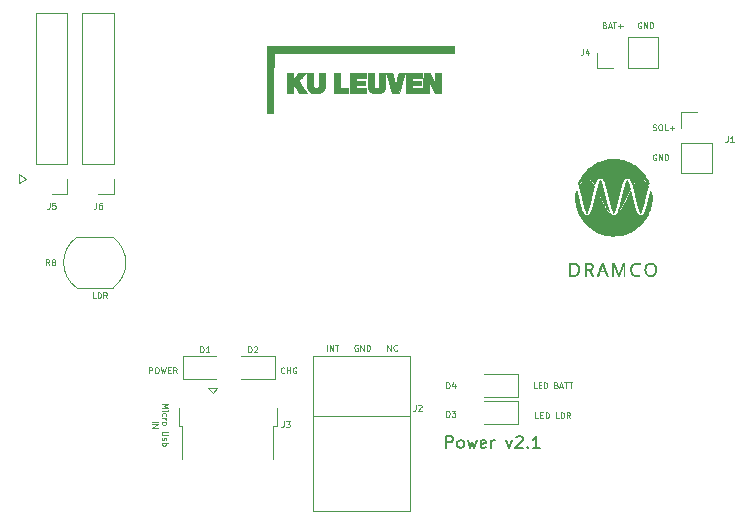
<source format=gto>
G04 #@! TF.GenerationSoftware,KiCad,Pcbnew,(5.1.6)-1*
G04 #@! TF.CreationDate,2021-01-14T13:32:54+01:00*
G04 #@! TF.ProjectId,Power_module_v1,506f7765-725f-46d6-9f64-756c655f7631,rev?*
G04 #@! TF.SameCoordinates,Original*
G04 #@! TF.FileFunction,Legend,Top*
G04 #@! TF.FilePolarity,Positive*
%FSLAX46Y46*%
G04 Gerber Fmt 4.6, Leading zero omitted, Abs format (unit mm)*
G04 Created by KiCad (PCBNEW (5.1.6)-1) date 2021-01-14 13:32:54*
%MOMM*%
%LPD*%
G01*
G04 APERTURE LIST*
%ADD10C,0.125000*%
%ADD11C,0.150000*%
%ADD12C,0.120000*%
%ADD13C,0.010000*%
G04 APERTURE END LIST*
D10*
X105621309Y-103394095D02*
X106121309Y-103394095D01*
X105764166Y-103560761D01*
X106121309Y-103727428D01*
X105621309Y-103727428D01*
X105621309Y-103965523D02*
X105954642Y-103965523D01*
X106121309Y-103965523D02*
X106097500Y-103941714D01*
X106073690Y-103965523D01*
X106097500Y-103989333D01*
X106121309Y-103965523D01*
X106073690Y-103965523D01*
X105645119Y-104417904D02*
X105621309Y-104370285D01*
X105621309Y-104275047D01*
X105645119Y-104227428D01*
X105668928Y-104203619D01*
X105716547Y-104179809D01*
X105859404Y-104179809D01*
X105907023Y-104203619D01*
X105930833Y-104227428D01*
X105954642Y-104275047D01*
X105954642Y-104370285D01*
X105930833Y-104417904D01*
X105621309Y-104632190D02*
X105954642Y-104632190D01*
X105859404Y-104632190D02*
X105907023Y-104656000D01*
X105930833Y-104679809D01*
X105954642Y-104727428D01*
X105954642Y-104775047D01*
X105621309Y-105013142D02*
X105645119Y-104965523D01*
X105668928Y-104941714D01*
X105716547Y-104917904D01*
X105859404Y-104917904D01*
X105907023Y-104941714D01*
X105930833Y-104965523D01*
X105954642Y-105013142D01*
X105954642Y-105084571D01*
X105930833Y-105132190D01*
X105907023Y-105156000D01*
X105859404Y-105179809D01*
X105716547Y-105179809D01*
X105668928Y-105156000D01*
X105645119Y-105132190D01*
X105621309Y-105084571D01*
X105621309Y-105013142D01*
X106121309Y-105775047D02*
X105716547Y-105775047D01*
X105668928Y-105798857D01*
X105645119Y-105822666D01*
X105621309Y-105870285D01*
X105621309Y-105965523D01*
X105645119Y-106013142D01*
X105668928Y-106036952D01*
X105716547Y-106060761D01*
X106121309Y-106060761D01*
X105645119Y-106275047D02*
X105621309Y-106322666D01*
X105621309Y-106417904D01*
X105645119Y-106465523D01*
X105692738Y-106489333D01*
X105716547Y-106489333D01*
X105764166Y-106465523D01*
X105787976Y-106417904D01*
X105787976Y-106346476D01*
X105811785Y-106298857D01*
X105859404Y-106275047D01*
X105883214Y-106275047D01*
X105930833Y-106298857D01*
X105954642Y-106346476D01*
X105954642Y-106417904D01*
X105930833Y-106465523D01*
X105621309Y-106703619D02*
X106121309Y-106703619D01*
X105930833Y-106703619D02*
X105954642Y-106751238D01*
X105954642Y-106846476D01*
X105930833Y-106894095D01*
X105907023Y-106917904D01*
X105859404Y-106941714D01*
X105716547Y-106941714D01*
X105668928Y-106917904D01*
X105645119Y-106894095D01*
X105621309Y-106846476D01*
X105621309Y-106751238D01*
X105645119Y-106703619D01*
X104746309Y-104894095D02*
X105246309Y-104894095D01*
X104746309Y-105132190D02*
X105246309Y-105132190D01*
X104746309Y-105417904D01*
X105246309Y-105417904D01*
X104509238Y-100810190D02*
X104509238Y-100310190D01*
X104699714Y-100310190D01*
X104747333Y-100334000D01*
X104771142Y-100357809D01*
X104794952Y-100405428D01*
X104794952Y-100476857D01*
X104771142Y-100524476D01*
X104747333Y-100548285D01*
X104699714Y-100572095D01*
X104509238Y-100572095D01*
X105104476Y-100310190D02*
X105199714Y-100310190D01*
X105247333Y-100334000D01*
X105294952Y-100381619D01*
X105318761Y-100476857D01*
X105318761Y-100643523D01*
X105294952Y-100738761D01*
X105247333Y-100786380D01*
X105199714Y-100810190D01*
X105104476Y-100810190D01*
X105056857Y-100786380D01*
X105009238Y-100738761D01*
X104985428Y-100643523D01*
X104985428Y-100476857D01*
X105009238Y-100381619D01*
X105056857Y-100334000D01*
X105104476Y-100310190D01*
X105485428Y-100310190D02*
X105604476Y-100810190D01*
X105699714Y-100453047D01*
X105794952Y-100810190D01*
X105914000Y-100310190D01*
X106104476Y-100548285D02*
X106271142Y-100548285D01*
X106342571Y-100810190D02*
X106104476Y-100810190D01*
X106104476Y-100310190D01*
X106342571Y-100310190D01*
X106842571Y-100810190D02*
X106675904Y-100572095D01*
X106556857Y-100810190D02*
X106556857Y-100310190D01*
X106747333Y-100310190D01*
X106794952Y-100334000D01*
X106818761Y-100357809D01*
X106842571Y-100405428D01*
X106842571Y-100476857D01*
X106818761Y-100524476D01*
X106794952Y-100548285D01*
X106747333Y-100572095D01*
X106556857Y-100572095D01*
X115974857Y-100762571D02*
X115951047Y-100786380D01*
X115879619Y-100810190D01*
X115832000Y-100810190D01*
X115760571Y-100786380D01*
X115712952Y-100738761D01*
X115689142Y-100691142D01*
X115665333Y-100595904D01*
X115665333Y-100524476D01*
X115689142Y-100429238D01*
X115712952Y-100381619D01*
X115760571Y-100334000D01*
X115832000Y-100310190D01*
X115879619Y-100310190D01*
X115951047Y-100334000D01*
X115974857Y-100357809D01*
X116189142Y-100810190D02*
X116189142Y-100310190D01*
X116189142Y-100548285D02*
X116474857Y-100548285D01*
X116474857Y-100810190D02*
X116474857Y-100310190D01*
X116974857Y-100334000D02*
X116927238Y-100310190D01*
X116855809Y-100310190D01*
X116784380Y-100334000D01*
X116736761Y-100381619D01*
X116712952Y-100429238D01*
X116689142Y-100524476D01*
X116689142Y-100595904D01*
X116712952Y-100691142D01*
X116736761Y-100738761D01*
X116784380Y-100786380D01*
X116855809Y-100810190D01*
X116903428Y-100810190D01*
X116974857Y-100786380D01*
X116998666Y-100762571D01*
X116998666Y-100595904D01*
X116903428Y-100595904D01*
X99984761Y-94460190D02*
X99746666Y-94460190D01*
X99746666Y-93960190D01*
X100151428Y-94460190D02*
X100151428Y-93960190D01*
X100270476Y-93960190D01*
X100341904Y-93984000D01*
X100389523Y-94031619D01*
X100413333Y-94079238D01*
X100437142Y-94174476D01*
X100437142Y-94245904D01*
X100413333Y-94341142D01*
X100389523Y-94388761D01*
X100341904Y-94436380D01*
X100270476Y-94460190D01*
X100151428Y-94460190D01*
X100937142Y-94460190D02*
X100770476Y-94222095D01*
X100651428Y-94460190D02*
X100651428Y-93960190D01*
X100841904Y-93960190D01*
X100889523Y-93984000D01*
X100913333Y-94007809D01*
X100937142Y-94055428D01*
X100937142Y-94126857D01*
X100913333Y-94174476D01*
X100889523Y-94198285D01*
X100841904Y-94222095D01*
X100651428Y-94222095D01*
X137469714Y-104620190D02*
X137231619Y-104620190D01*
X137231619Y-104120190D01*
X137636380Y-104358285D02*
X137803047Y-104358285D01*
X137874476Y-104620190D02*
X137636380Y-104620190D01*
X137636380Y-104120190D01*
X137874476Y-104120190D01*
X138088761Y-104620190D02*
X138088761Y-104120190D01*
X138207809Y-104120190D01*
X138279238Y-104144000D01*
X138326857Y-104191619D01*
X138350666Y-104239238D01*
X138374476Y-104334476D01*
X138374476Y-104405904D01*
X138350666Y-104501142D01*
X138326857Y-104548761D01*
X138279238Y-104596380D01*
X138207809Y-104620190D01*
X138088761Y-104620190D01*
X139207809Y-104620190D02*
X138969714Y-104620190D01*
X138969714Y-104120190D01*
X139374476Y-104620190D02*
X139374476Y-104120190D01*
X139493523Y-104120190D01*
X139564952Y-104144000D01*
X139612571Y-104191619D01*
X139636380Y-104239238D01*
X139660190Y-104334476D01*
X139660190Y-104405904D01*
X139636380Y-104501142D01*
X139612571Y-104548761D01*
X139564952Y-104596380D01*
X139493523Y-104620190D01*
X139374476Y-104620190D01*
X140160190Y-104620190D02*
X139993523Y-104382095D01*
X139874476Y-104620190D02*
X139874476Y-104120190D01*
X140064952Y-104120190D01*
X140112571Y-104144000D01*
X140136380Y-104167809D01*
X140160190Y-104215428D01*
X140160190Y-104286857D01*
X140136380Y-104334476D01*
X140112571Y-104358285D01*
X140064952Y-104382095D01*
X139874476Y-104382095D01*
X137326857Y-102080190D02*
X137088761Y-102080190D01*
X137088761Y-101580190D01*
X137493523Y-101818285D02*
X137660190Y-101818285D01*
X137731619Y-102080190D02*
X137493523Y-102080190D01*
X137493523Y-101580190D01*
X137731619Y-101580190D01*
X137945904Y-102080190D02*
X137945904Y-101580190D01*
X138064952Y-101580190D01*
X138136380Y-101604000D01*
X138184000Y-101651619D01*
X138207809Y-101699238D01*
X138231619Y-101794476D01*
X138231619Y-101865904D01*
X138207809Y-101961142D01*
X138184000Y-102008761D01*
X138136380Y-102056380D01*
X138064952Y-102080190D01*
X137945904Y-102080190D01*
X138993523Y-101818285D02*
X139064952Y-101842095D01*
X139088761Y-101865904D01*
X139112571Y-101913523D01*
X139112571Y-101984952D01*
X139088761Y-102032571D01*
X139064952Y-102056380D01*
X139017333Y-102080190D01*
X138826857Y-102080190D01*
X138826857Y-101580190D01*
X138993523Y-101580190D01*
X139041142Y-101604000D01*
X139064952Y-101627809D01*
X139088761Y-101675428D01*
X139088761Y-101723047D01*
X139064952Y-101770666D01*
X139041142Y-101794476D01*
X138993523Y-101818285D01*
X138826857Y-101818285D01*
X139303047Y-101937333D02*
X139541142Y-101937333D01*
X139255428Y-102080190D02*
X139422095Y-101580190D01*
X139588761Y-102080190D01*
X139684000Y-101580190D02*
X139969714Y-101580190D01*
X139826857Y-102080190D02*
X139826857Y-101580190D01*
X140064952Y-101580190D02*
X140350666Y-101580190D01*
X140207809Y-102080190D02*
X140207809Y-101580190D01*
D11*
X129675428Y-107132380D02*
X129675428Y-106132380D01*
X130056380Y-106132380D01*
X130151619Y-106180000D01*
X130199238Y-106227619D01*
X130246857Y-106322857D01*
X130246857Y-106465714D01*
X130199238Y-106560952D01*
X130151619Y-106608571D01*
X130056380Y-106656190D01*
X129675428Y-106656190D01*
X130818285Y-107132380D02*
X130723047Y-107084761D01*
X130675428Y-107037142D01*
X130627809Y-106941904D01*
X130627809Y-106656190D01*
X130675428Y-106560952D01*
X130723047Y-106513333D01*
X130818285Y-106465714D01*
X130961142Y-106465714D01*
X131056380Y-106513333D01*
X131104000Y-106560952D01*
X131151619Y-106656190D01*
X131151619Y-106941904D01*
X131104000Y-107037142D01*
X131056380Y-107084761D01*
X130961142Y-107132380D01*
X130818285Y-107132380D01*
X131484952Y-106465714D02*
X131675428Y-107132380D01*
X131865904Y-106656190D01*
X132056380Y-107132380D01*
X132246857Y-106465714D01*
X133008761Y-107084761D02*
X132913523Y-107132380D01*
X132723047Y-107132380D01*
X132627809Y-107084761D01*
X132580190Y-106989523D01*
X132580190Y-106608571D01*
X132627809Y-106513333D01*
X132723047Y-106465714D01*
X132913523Y-106465714D01*
X133008761Y-106513333D01*
X133056380Y-106608571D01*
X133056380Y-106703809D01*
X132580190Y-106799047D01*
X133484952Y-107132380D02*
X133484952Y-106465714D01*
X133484952Y-106656190D02*
X133532571Y-106560952D01*
X133580190Y-106513333D01*
X133675428Y-106465714D01*
X133770666Y-106465714D01*
X134770666Y-106465714D02*
X135008761Y-107132380D01*
X135246857Y-106465714D01*
X135580190Y-106227619D02*
X135627809Y-106180000D01*
X135723047Y-106132380D01*
X135961142Y-106132380D01*
X136056380Y-106180000D01*
X136104000Y-106227619D01*
X136151619Y-106322857D01*
X136151619Y-106418095D01*
X136104000Y-106560952D01*
X135532571Y-107132380D01*
X136151619Y-107132380D01*
X136580190Y-107037142D02*
X136627809Y-107084761D01*
X136580190Y-107132380D01*
X136532571Y-107084761D01*
X136580190Y-107037142D01*
X136580190Y-107132380D01*
X137580190Y-107132380D02*
X137008761Y-107132380D01*
X137294476Y-107132380D02*
X137294476Y-106132380D01*
X137199238Y-106275238D01*
X137104000Y-106370476D01*
X137008761Y-106418095D01*
D10*
X146177047Y-71124000D02*
X146129428Y-71100190D01*
X146058000Y-71100190D01*
X145986571Y-71124000D01*
X145938952Y-71171619D01*
X145915142Y-71219238D01*
X145891333Y-71314476D01*
X145891333Y-71385904D01*
X145915142Y-71481142D01*
X145938952Y-71528761D01*
X145986571Y-71576380D01*
X146058000Y-71600190D01*
X146105619Y-71600190D01*
X146177047Y-71576380D01*
X146200857Y-71552571D01*
X146200857Y-71385904D01*
X146105619Y-71385904D01*
X146415142Y-71600190D02*
X146415142Y-71100190D01*
X146700857Y-71600190D01*
X146700857Y-71100190D01*
X146938952Y-71600190D02*
X146938952Y-71100190D01*
X147058000Y-71100190D01*
X147129428Y-71124000D01*
X147177047Y-71171619D01*
X147200857Y-71219238D01*
X147224666Y-71314476D01*
X147224666Y-71385904D01*
X147200857Y-71481142D01*
X147177047Y-71528761D01*
X147129428Y-71576380D01*
X147058000Y-71600190D01*
X146938952Y-71600190D01*
X147165333Y-80212380D02*
X147236761Y-80236190D01*
X147355809Y-80236190D01*
X147403428Y-80212380D01*
X147427238Y-80188571D01*
X147451047Y-80140952D01*
X147451047Y-80093333D01*
X147427238Y-80045714D01*
X147403428Y-80021904D01*
X147355809Y-79998095D01*
X147260571Y-79974285D01*
X147212952Y-79950476D01*
X147189142Y-79926666D01*
X147165333Y-79879047D01*
X147165333Y-79831428D01*
X147189142Y-79783809D01*
X147212952Y-79760000D01*
X147260571Y-79736190D01*
X147379619Y-79736190D01*
X147451047Y-79760000D01*
X147760571Y-79736190D02*
X147855809Y-79736190D01*
X147903428Y-79760000D01*
X147951047Y-79807619D01*
X147974857Y-79902857D01*
X147974857Y-80069523D01*
X147951047Y-80164761D01*
X147903428Y-80212380D01*
X147855809Y-80236190D01*
X147760571Y-80236190D01*
X147712952Y-80212380D01*
X147665333Y-80164761D01*
X147641523Y-80069523D01*
X147641523Y-79902857D01*
X147665333Y-79807619D01*
X147712952Y-79760000D01*
X147760571Y-79736190D01*
X148427238Y-80236190D02*
X148189142Y-80236190D01*
X148189142Y-79736190D01*
X148593904Y-80045714D02*
X148974857Y-80045714D01*
X148784380Y-80236190D02*
X148784380Y-79855238D01*
X147447047Y-82300000D02*
X147399428Y-82276190D01*
X147328000Y-82276190D01*
X147256571Y-82300000D01*
X147208952Y-82347619D01*
X147185142Y-82395238D01*
X147161333Y-82490476D01*
X147161333Y-82561904D01*
X147185142Y-82657142D01*
X147208952Y-82704761D01*
X147256571Y-82752380D01*
X147328000Y-82776190D01*
X147375619Y-82776190D01*
X147447047Y-82752380D01*
X147470857Y-82728571D01*
X147470857Y-82561904D01*
X147375619Y-82561904D01*
X147685142Y-82776190D02*
X147685142Y-82276190D01*
X147970857Y-82776190D01*
X147970857Y-82276190D01*
X148208952Y-82776190D02*
X148208952Y-82276190D01*
X148328000Y-82276190D01*
X148399428Y-82300000D01*
X148447047Y-82347619D01*
X148470857Y-82395238D01*
X148494666Y-82490476D01*
X148494666Y-82561904D01*
X148470857Y-82657142D01*
X148447047Y-82704761D01*
X148399428Y-82752380D01*
X148328000Y-82776190D01*
X148208952Y-82776190D01*
X143085428Y-71338285D02*
X143156857Y-71362095D01*
X143180666Y-71385904D01*
X143204476Y-71433523D01*
X143204476Y-71504952D01*
X143180666Y-71552571D01*
X143156857Y-71576380D01*
X143109238Y-71600190D01*
X142918761Y-71600190D01*
X142918761Y-71100190D01*
X143085428Y-71100190D01*
X143133047Y-71124000D01*
X143156857Y-71147809D01*
X143180666Y-71195428D01*
X143180666Y-71243047D01*
X143156857Y-71290666D01*
X143133047Y-71314476D01*
X143085428Y-71338285D01*
X142918761Y-71338285D01*
X143394952Y-71457333D02*
X143633047Y-71457333D01*
X143347333Y-71600190D02*
X143514000Y-71100190D01*
X143680666Y-71600190D01*
X143775904Y-71100190D02*
X144061619Y-71100190D01*
X143918761Y-71600190D02*
X143918761Y-71100190D01*
X144228285Y-71409714D02*
X144609238Y-71409714D01*
X144418761Y-71600190D02*
X144418761Y-71219238D01*
D12*
X93472000Y-84709000D02*
X93472000Y-83947000D01*
X94107000Y-84328000D02*
X93472000Y-84709000D01*
X93472000Y-83947000D02*
X94107000Y-84328000D01*
D10*
X124702142Y-98905190D02*
X124702142Y-98405190D01*
X124987857Y-98905190D01*
X124987857Y-98405190D01*
X125511666Y-98857571D02*
X125487857Y-98881380D01*
X125416428Y-98905190D01*
X125368809Y-98905190D01*
X125297380Y-98881380D01*
X125249761Y-98833761D01*
X125225952Y-98786142D01*
X125202142Y-98690904D01*
X125202142Y-98619476D01*
X125225952Y-98524238D01*
X125249761Y-98476619D01*
X125297380Y-98429000D01*
X125368809Y-98405190D01*
X125416428Y-98405190D01*
X125487857Y-98429000D01*
X125511666Y-98452809D01*
X122174047Y-98429000D02*
X122126428Y-98405190D01*
X122055000Y-98405190D01*
X121983571Y-98429000D01*
X121935952Y-98476619D01*
X121912142Y-98524238D01*
X121888333Y-98619476D01*
X121888333Y-98690904D01*
X121912142Y-98786142D01*
X121935952Y-98833761D01*
X121983571Y-98881380D01*
X122055000Y-98905190D01*
X122102619Y-98905190D01*
X122174047Y-98881380D01*
X122197857Y-98857571D01*
X122197857Y-98690904D01*
X122102619Y-98690904D01*
X122412142Y-98905190D02*
X122412142Y-98405190D01*
X122697857Y-98905190D01*
X122697857Y-98405190D01*
X122935952Y-98905190D02*
X122935952Y-98405190D01*
X123055000Y-98405190D01*
X123126428Y-98429000D01*
X123174047Y-98476619D01*
X123197857Y-98524238D01*
X123221666Y-98619476D01*
X123221666Y-98690904D01*
X123197857Y-98786142D01*
X123174047Y-98833761D01*
X123126428Y-98881380D01*
X123055000Y-98905190D01*
X122935952Y-98905190D01*
X119562619Y-98905190D02*
X119562619Y-98405190D01*
X119800714Y-98905190D02*
X119800714Y-98405190D01*
X120086428Y-98905190D01*
X120086428Y-98405190D01*
X120253095Y-98405190D02*
X120538809Y-98405190D01*
X120395952Y-98905190D02*
X120395952Y-98405190D01*
D13*
G36*
X130371850Y-73396472D02*
G01*
X130371849Y-73679044D01*
X122712162Y-73680634D01*
X115052475Y-73682225D01*
X115050879Y-76233337D01*
X115049284Y-78784450D01*
X114484150Y-78784450D01*
X114484150Y-73113900D01*
X130371850Y-73113900D01*
X130371850Y-73396472D01*
G37*
X130371850Y-73396472D02*
X130371849Y-73679044D01*
X122712162Y-73680634D01*
X115052475Y-73682225D01*
X115050879Y-76233337D01*
X115049284Y-78784450D01*
X114484150Y-78784450D01*
X114484150Y-73113900D01*
X130371850Y-73113900D01*
X130371850Y-73396472D01*
G36*
X118403763Y-75928537D02*
G01*
X118404193Y-76025750D01*
X118404622Y-76111100D01*
X118405068Y-76185424D01*
X118405550Y-76249561D01*
X118406087Y-76304348D01*
X118406696Y-76350621D01*
X118407397Y-76389218D01*
X118408208Y-76420978D01*
X118409147Y-76446736D01*
X118410234Y-76467330D01*
X118411486Y-76483599D01*
X118412922Y-76496378D01*
X118414561Y-76506506D01*
X118416421Y-76514820D01*
X118416760Y-76516112D01*
X118433709Y-76567335D01*
X118454774Y-76607908D01*
X118481187Y-76639549D01*
X118514180Y-76663975D01*
X118528129Y-76671444D01*
X118546258Y-76680077D01*
X118561246Y-76685897D01*
X118576346Y-76689455D01*
X118594809Y-76691305D01*
X118619888Y-76691998D01*
X118649645Y-76692091D01*
X118693455Y-76691006D01*
X118727584Y-76687167D01*
X118754923Y-76679632D01*
X118778360Y-76667461D01*
X118800786Y-76649713D01*
X118811619Y-76639356D01*
X118823734Y-76626682D01*
X118834547Y-76613633D01*
X118844133Y-76599452D01*
X118852564Y-76583381D01*
X118859916Y-76564661D01*
X118866262Y-76542535D01*
X118871676Y-76516245D01*
X118876232Y-76485032D01*
X118880004Y-76448139D01*
X118883065Y-76404808D01*
X118885490Y-76354281D01*
X118887353Y-76295800D01*
X118888726Y-76228606D01*
X118889685Y-76151943D01*
X118890304Y-76065051D01*
X118890655Y-75967174D01*
X118890813Y-75857553D01*
X118890832Y-75826937D01*
X118891050Y-75380850D01*
X119399050Y-75380850D01*
X119398995Y-75915837D01*
X119398910Y-76003037D01*
X119398678Y-76087022D01*
X119398312Y-76166769D01*
X119397822Y-76241252D01*
X119397218Y-76309449D01*
X119396511Y-76370334D01*
X119395712Y-76422884D01*
X119394833Y-76466073D01*
X119393883Y-76498878D01*
X119392873Y-76520274D01*
X119392601Y-76523850D01*
X119379221Y-76621744D01*
X119356815Y-76710720D01*
X119325322Y-76790843D01*
X119284680Y-76862176D01*
X119234827Y-76924784D01*
X119175703Y-76978733D01*
X119107245Y-77024086D01*
X119029392Y-77060909D01*
X118942082Y-77089265D01*
X118845253Y-77109220D01*
X118833085Y-77111039D01*
X118806497Y-77113846D01*
X118770595Y-77116195D01*
X118728164Y-77118041D01*
X118681988Y-77119340D01*
X118634850Y-77120050D01*
X118589535Y-77120126D01*
X118548825Y-77119525D01*
X118515507Y-77118203D01*
X118494175Y-77116364D01*
X118406228Y-77102097D01*
X118328458Y-77083353D01*
X118258972Y-77059609D01*
X118209514Y-77037383D01*
X118138601Y-76995519D01*
X118076935Y-76945513D01*
X118024267Y-76887028D01*
X117980347Y-76819728D01*
X117944927Y-76743274D01*
X117917757Y-76657329D01*
X117912275Y-76634542D01*
X117909864Y-76623739D01*
X117907736Y-76613345D01*
X117905872Y-76602521D01*
X117904250Y-76590429D01*
X117902849Y-76576231D01*
X117901647Y-76559087D01*
X117900625Y-76538160D01*
X117899760Y-76512611D01*
X117899032Y-76481602D01*
X117898420Y-76444293D01*
X117897903Y-76399848D01*
X117897460Y-76347426D01*
X117897069Y-76286190D01*
X117896710Y-76215302D01*
X117896361Y-76133922D01*
X117896003Y-76041212D01*
X117895760Y-75976162D01*
X117893552Y-75380850D01*
X118147501Y-75380850D01*
X118401450Y-75380849D01*
X118403763Y-75928537D01*
G37*
X118403763Y-75928537D02*
X118404193Y-76025750D01*
X118404622Y-76111100D01*
X118405068Y-76185424D01*
X118405550Y-76249561D01*
X118406087Y-76304348D01*
X118406696Y-76350621D01*
X118407397Y-76389218D01*
X118408208Y-76420978D01*
X118409147Y-76446736D01*
X118410234Y-76467330D01*
X118411486Y-76483599D01*
X118412922Y-76496378D01*
X118414561Y-76506506D01*
X118416421Y-76514820D01*
X118416760Y-76516112D01*
X118433709Y-76567335D01*
X118454774Y-76607908D01*
X118481187Y-76639549D01*
X118514180Y-76663975D01*
X118528129Y-76671444D01*
X118546258Y-76680077D01*
X118561246Y-76685897D01*
X118576346Y-76689455D01*
X118594809Y-76691305D01*
X118619888Y-76691998D01*
X118649645Y-76692091D01*
X118693455Y-76691006D01*
X118727584Y-76687167D01*
X118754923Y-76679632D01*
X118778360Y-76667461D01*
X118800786Y-76649713D01*
X118811619Y-76639356D01*
X118823734Y-76626682D01*
X118834547Y-76613633D01*
X118844133Y-76599452D01*
X118852564Y-76583381D01*
X118859916Y-76564661D01*
X118866262Y-76542535D01*
X118871676Y-76516245D01*
X118876232Y-76485032D01*
X118880004Y-76448139D01*
X118883065Y-76404808D01*
X118885490Y-76354281D01*
X118887353Y-76295800D01*
X118888726Y-76228606D01*
X118889685Y-76151943D01*
X118890304Y-76065051D01*
X118890655Y-75967174D01*
X118890813Y-75857553D01*
X118890832Y-75826937D01*
X118891050Y-75380850D01*
X119399050Y-75380850D01*
X119398995Y-75915837D01*
X119398910Y-76003037D01*
X119398678Y-76087022D01*
X119398312Y-76166769D01*
X119397822Y-76241252D01*
X119397218Y-76309449D01*
X119396511Y-76370334D01*
X119395712Y-76422884D01*
X119394833Y-76466073D01*
X119393883Y-76498878D01*
X119392873Y-76520274D01*
X119392601Y-76523850D01*
X119379221Y-76621744D01*
X119356815Y-76710720D01*
X119325322Y-76790843D01*
X119284680Y-76862176D01*
X119234827Y-76924784D01*
X119175703Y-76978733D01*
X119107245Y-77024086D01*
X119029392Y-77060909D01*
X118942082Y-77089265D01*
X118845253Y-77109220D01*
X118833085Y-77111039D01*
X118806497Y-77113846D01*
X118770595Y-77116195D01*
X118728164Y-77118041D01*
X118681988Y-77119340D01*
X118634850Y-77120050D01*
X118589535Y-77120126D01*
X118548825Y-77119525D01*
X118515507Y-77118203D01*
X118494175Y-77116364D01*
X118406228Y-77102097D01*
X118328458Y-77083353D01*
X118258972Y-77059609D01*
X118209514Y-77037383D01*
X118138601Y-76995519D01*
X118076935Y-76945513D01*
X118024267Y-76887028D01*
X117980347Y-76819728D01*
X117944927Y-76743274D01*
X117917757Y-76657329D01*
X117912275Y-76634542D01*
X117909864Y-76623739D01*
X117907736Y-76613345D01*
X117905872Y-76602521D01*
X117904250Y-76590429D01*
X117902849Y-76576231D01*
X117901647Y-76559087D01*
X117900625Y-76538160D01*
X117899760Y-76512611D01*
X117899032Y-76481602D01*
X117898420Y-76444293D01*
X117897903Y-76399848D01*
X117897460Y-76347426D01*
X117897069Y-76286190D01*
X117896710Y-76215302D01*
X117896361Y-76133922D01*
X117896003Y-76041212D01*
X117895760Y-75976162D01*
X117893552Y-75380850D01*
X118147501Y-75380850D01*
X118401450Y-75380849D01*
X118403763Y-75928537D01*
G36*
X124276508Y-75380850D02*
G01*
X124530456Y-75380850D01*
X124528096Y-75972987D01*
X124527689Y-76073257D01*
X124527301Y-76161667D01*
X124526914Y-76239057D01*
X124526507Y-76306269D01*
X124526060Y-76364141D01*
X124525552Y-76413514D01*
X124524965Y-76455229D01*
X124524277Y-76490125D01*
X124523469Y-76519042D01*
X124522520Y-76542822D01*
X124521411Y-76562304D01*
X124520122Y-76578328D01*
X124518632Y-76591735D01*
X124516921Y-76603364D01*
X124514970Y-76614056D01*
X124512758Y-76624652D01*
X124512509Y-76625796D01*
X124499054Y-76678264D01*
X124481743Y-76731795D01*
X124462072Y-76782319D01*
X124441537Y-76825764D01*
X124434072Y-76839142D01*
X124413510Y-76868736D01*
X124385199Y-76902261D01*
X124352086Y-76936808D01*
X124317118Y-76969464D01*
X124283245Y-76997319D01*
X124253625Y-77017340D01*
X124178059Y-77054316D01*
X124094184Y-77083868D01*
X124004524Y-77105197D01*
X123948825Y-77113738D01*
X123914690Y-77116738D01*
X123871641Y-77118752D01*
X123822663Y-77119806D01*
X123770739Y-77119926D01*
X123718856Y-77119136D01*
X123669999Y-77117462D01*
X123627152Y-77114930D01*
X123593301Y-77111564D01*
X123587039Y-77110665D01*
X123495223Y-77092596D01*
X123413640Y-77068290D01*
X123341190Y-77037247D01*
X123276774Y-76998964D01*
X123219294Y-76952940D01*
X123199525Y-76933809D01*
X123151410Y-76878272D01*
X123111972Y-76817702D01*
X123080258Y-76750243D01*
X123055317Y-76674038D01*
X123045232Y-76632721D01*
X123028915Y-76558775D01*
X123026548Y-75969812D01*
X123024181Y-75380850D01*
X123532070Y-75380850D01*
X123534599Y-75922187D01*
X123535077Y-76019464D01*
X123535557Y-76104879D01*
X123536057Y-76179267D01*
X123536596Y-76243468D01*
X123537191Y-76298317D01*
X123537862Y-76344651D01*
X123538625Y-76383309D01*
X123539500Y-76415127D01*
X123540505Y-76440942D01*
X123541658Y-76461591D01*
X123542977Y-76477912D01*
X123544481Y-76490742D01*
X123546188Y-76500918D01*
X123547351Y-76506239D01*
X123560684Y-76552544D01*
X123576843Y-76589578D01*
X123597449Y-76620716D01*
X123608679Y-76633783D01*
X123635781Y-76658444D01*
X123666076Y-76675847D01*
X123702218Y-76687011D01*
X123746862Y-76692957D01*
X123765439Y-76694013D01*
X123822151Y-76693083D01*
X123869431Y-76684755D01*
X123908577Y-76668424D01*
X123940888Y-76643483D01*
X123967665Y-76609326D01*
X123975474Y-76595990D01*
X123982562Y-76583022D01*
X123988808Y-76571047D01*
X123994269Y-76559213D01*
X123999002Y-76546664D01*
X124003063Y-76532550D01*
X124006510Y-76516015D01*
X124009400Y-76496207D01*
X124011789Y-76472272D01*
X124013734Y-76443357D01*
X124015292Y-76408610D01*
X124016519Y-76367176D01*
X124017474Y-76318202D01*
X124018212Y-76260835D01*
X124018791Y-76194222D01*
X124019266Y-76117509D01*
X124019696Y-76029843D01*
X124020137Y-75930372D01*
X124020159Y-75925362D01*
X124022561Y-75380849D01*
X124276508Y-75380850D01*
G37*
X124276508Y-75380850D02*
X124530456Y-75380850D01*
X124528096Y-75972987D01*
X124527689Y-76073257D01*
X124527301Y-76161667D01*
X124526914Y-76239057D01*
X124526507Y-76306269D01*
X124526060Y-76364141D01*
X124525552Y-76413514D01*
X124524965Y-76455229D01*
X124524277Y-76490125D01*
X124523469Y-76519042D01*
X124522520Y-76542822D01*
X124521411Y-76562304D01*
X124520122Y-76578328D01*
X124518632Y-76591735D01*
X124516921Y-76603364D01*
X124514970Y-76614056D01*
X124512758Y-76624652D01*
X124512509Y-76625796D01*
X124499054Y-76678264D01*
X124481743Y-76731795D01*
X124462072Y-76782319D01*
X124441537Y-76825764D01*
X124434072Y-76839142D01*
X124413510Y-76868736D01*
X124385199Y-76902261D01*
X124352086Y-76936808D01*
X124317118Y-76969464D01*
X124283245Y-76997319D01*
X124253625Y-77017340D01*
X124178059Y-77054316D01*
X124094184Y-77083868D01*
X124004524Y-77105197D01*
X123948825Y-77113738D01*
X123914690Y-77116738D01*
X123871641Y-77118752D01*
X123822663Y-77119806D01*
X123770739Y-77119926D01*
X123718856Y-77119136D01*
X123669999Y-77117462D01*
X123627152Y-77114930D01*
X123593301Y-77111564D01*
X123587039Y-77110665D01*
X123495223Y-77092596D01*
X123413640Y-77068290D01*
X123341190Y-77037247D01*
X123276774Y-76998964D01*
X123219294Y-76952940D01*
X123199525Y-76933809D01*
X123151410Y-76878272D01*
X123111972Y-76817702D01*
X123080258Y-76750243D01*
X123055317Y-76674038D01*
X123045232Y-76632721D01*
X123028915Y-76558775D01*
X123026548Y-75969812D01*
X123024181Y-75380850D01*
X123532070Y-75380850D01*
X123534599Y-75922187D01*
X123535077Y-76019464D01*
X123535557Y-76104879D01*
X123536057Y-76179267D01*
X123536596Y-76243468D01*
X123537191Y-76298317D01*
X123537862Y-76344651D01*
X123538625Y-76383309D01*
X123539500Y-76415127D01*
X123540505Y-76440942D01*
X123541658Y-76461591D01*
X123542977Y-76477912D01*
X123544481Y-76490742D01*
X123546188Y-76500918D01*
X123547351Y-76506239D01*
X123560684Y-76552544D01*
X123576843Y-76589578D01*
X123597449Y-76620716D01*
X123608679Y-76633783D01*
X123635781Y-76658444D01*
X123666076Y-76675847D01*
X123702218Y-76687011D01*
X123746862Y-76692957D01*
X123765439Y-76694013D01*
X123822151Y-76693083D01*
X123869431Y-76684755D01*
X123908577Y-76668424D01*
X123940888Y-76643483D01*
X123967665Y-76609326D01*
X123975474Y-76595990D01*
X123982562Y-76583022D01*
X123988808Y-76571047D01*
X123994269Y-76559213D01*
X123999002Y-76546664D01*
X124003063Y-76532550D01*
X124006510Y-76516015D01*
X124009400Y-76496207D01*
X124011789Y-76472272D01*
X124013734Y-76443357D01*
X124015292Y-76408610D01*
X124016519Y-76367176D01*
X124017474Y-76318202D01*
X124018212Y-76260835D01*
X124018791Y-76194222D01*
X124019266Y-76117509D01*
X124019696Y-76029843D01*
X124020137Y-75930372D01*
X124020159Y-75925362D01*
X124022561Y-75380849D01*
X124276508Y-75380850D01*
G36*
X116693950Y-75674361D02*
G01*
X116693962Y-75742941D01*
X116694027Y-75799852D01*
X116694190Y-75846125D01*
X116694496Y-75882790D01*
X116694987Y-75910879D01*
X116695709Y-75931421D01*
X116696706Y-75945448D01*
X116698022Y-75953991D01*
X116699700Y-75958081D01*
X116701786Y-75958747D01*
X116704324Y-75957022D01*
X116706004Y-75955348D01*
X116712095Y-75948032D01*
X116725157Y-75931621D01*
X116744428Y-75907094D01*
X116769146Y-75875430D01*
X116798549Y-75837609D01*
X116831876Y-75794610D01*
X116868364Y-75747412D01*
X116907252Y-75696993D01*
X116925766Y-75672950D01*
X116965453Y-75621434D01*
X117003047Y-75572728D01*
X117037792Y-75527807D01*
X117068933Y-75487641D01*
X117095714Y-75453205D01*
X117117379Y-75425469D01*
X117133173Y-75405408D01*
X117142340Y-75393994D01*
X117144136Y-75391901D01*
X117147252Y-75389348D01*
X117152015Y-75387227D01*
X117159504Y-75385505D01*
X117170798Y-75384152D01*
X117186978Y-75383134D01*
X117209122Y-75382419D01*
X117238311Y-75381977D01*
X117275624Y-75381773D01*
X117322139Y-75381778D01*
X117378938Y-75381958D01*
X117447099Y-75382281D01*
X117465166Y-75382376D01*
X117775532Y-75384025D01*
X117479011Y-75713874D01*
X117422540Y-75776867D01*
X117370988Y-75834723D01*
X117324807Y-75886922D01*
X117284449Y-75932942D01*
X117250363Y-75972262D01*
X117223003Y-76004361D01*
X117202819Y-76028718D01*
X117190263Y-76044811D01*
X117185786Y-76052121D01*
X117185807Y-76052366D01*
X117189744Y-76058771D01*
X117200268Y-76074985D01*
X117216888Y-76100272D01*
X117239115Y-76133898D01*
X117266460Y-76175124D01*
X117298432Y-76223216D01*
X117334543Y-76277436D01*
X117374302Y-76337049D01*
X117417219Y-76401318D01*
X117462806Y-76469508D01*
X117510572Y-76540881D01*
X117528911Y-76568264D01*
X117577282Y-76640511D01*
X117623596Y-76709759D01*
X117667372Y-76775282D01*
X117708125Y-76836354D01*
X117745373Y-76892246D01*
X117778631Y-76942234D01*
X117807418Y-76985589D01*
X117831249Y-77021586D01*
X117849641Y-77049498D01*
X117862111Y-77068598D01*
X117868175Y-77078159D01*
X117868700Y-77079144D01*
X117862551Y-77079823D01*
X117844908Y-77080397D01*
X117816979Y-77080856D01*
X117779968Y-77081194D01*
X117735082Y-77081403D01*
X117683527Y-77081476D01*
X117626510Y-77081404D01*
X117565235Y-77081181D01*
X117553252Y-77081121D01*
X117237804Y-77079475D01*
X117039258Y-76755743D01*
X117003497Y-76697551D01*
X116969623Y-76642656D01*
X116938230Y-76592003D01*
X116909909Y-76546539D01*
X116885255Y-76507210D01*
X116864860Y-76474962D01*
X116849318Y-76450741D01*
X116839221Y-76435493D01*
X116835187Y-76430170D01*
X116829307Y-76434043D01*
X116816623Y-76445933D01*
X116798672Y-76464283D01*
X116776995Y-76487537D01*
X116761806Y-76504354D01*
X116693950Y-76580380D01*
X116693950Y-77082650D01*
X116185950Y-77082650D01*
X116185950Y-75380850D01*
X116693950Y-75380850D01*
X116693950Y-75674361D01*
G37*
X116693950Y-75674361D02*
X116693962Y-75742941D01*
X116694027Y-75799852D01*
X116694190Y-75846125D01*
X116694496Y-75882790D01*
X116694987Y-75910879D01*
X116695709Y-75931421D01*
X116696706Y-75945448D01*
X116698022Y-75953991D01*
X116699700Y-75958081D01*
X116701786Y-75958747D01*
X116704324Y-75957022D01*
X116706004Y-75955348D01*
X116712095Y-75948032D01*
X116725157Y-75931621D01*
X116744428Y-75907094D01*
X116769146Y-75875430D01*
X116798549Y-75837609D01*
X116831876Y-75794610D01*
X116868364Y-75747412D01*
X116907252Y-75696993D01*
X116925766Y-75672950D01*
X116965453Y-75621434D01*
X117003047Y-75572728D01*
X117037792Y-75527807D01*
X117068933Y-75487641D01*
X117095714Y-75453205D01*
X117117379Y-75425469D01*
X117133173Y-75405408D01*
X117142340Y-75393994D01*
X117144136Y-75391901D01*
X117147252Y-75389348D01*
X117152015Y-75387227D01*
X117159504Y-75385505D01*
X117170798Y-75384152D01*
X117186978Y-75383134D01*
X117209122Y-75382419D01*
X117238311Y-75381977D01*
X117275624Y-75381773D01*
X117322139Y-75381778D01*
X117378938Y-75381958D01*
X117447099Y-75382281D01*
X117465166Y-75382376D01*
X117775532Y-75384025D01*
X117479011Y-75713874D01*
X117422540Y-75776867D01*
X117370988Y-75834723D01*
X117324807Y-75886922D01*
X117284449Y-75932942D01*
X117250363Y-75972262D01*
X117223003Y-76004361D01*
X117202819Y-76028718D01*
X117190263Y-76044811D01*
X117185786Y-76052121D01*
X117185807Y-76052366D01*
X117189744Y-76058771D01*
X117200268Y-76074985D01*
X117216888Y-76100272D01*
X117239115Y-76133898D01*
X117266460Y-76175124D01*
X117298432Y-76223216D01*
X117334543Y-76277436D01*
X117374302Y-76337049D01*
X117417219Y-76401318D01*
X117462806Y-76469508D01*
X117510572Y-76540881D01*
X117528911Y-76568264D01*
X117577282Y-76640511D01*
X117623596Y-76709759D01*
X117667372Y-76775282D01*
X117708125Y-76836354D01*
X117745373Y-76892246D01*
X117778631Y-76942234D01*
X117807418Y-76985589D01*
X117831249Y-77021586D01*
X117849641Y-77049498D01*
X117862111Y-77068598D01*
X117868175Y-77078159D01*
X117868700Y-77079144D01*
X117862551Y-77079823D01*
X117844908Y-77080397D01*
X117816979Y-77080856D01*
X117779968Y-77081194D01*
X117735082Y-77081403D01*
X117683527Y-77081476D01*
X117626510Y-77081404D01*
X117565235Y-77081181D01*
X117553252Y-77081121D01*
X117237804Y-77079475D01*
X117039258Y-76755743D01*
X117003497Y-76697551D01*
X116969623Y-76642656D01*
X116938230Y-76592003D01*
X116909909Y-76546539D01*
X116885255Y-76507210D01*
X116864860Y-76474962D01*
X116849318Y-76450741D01*
X116839221Y-76435493D01*
X116835187Y-76430170D01*
X116829307Y-76434043D01*
X116816623Y-76445933D01*
X116798672Y-76464283D01*
X116776995Y-76487537D01*
X116761806Y-76504354D01*
X116693950Y-76580380D01*
X116693950Y-77082650D01*
X116185950Y-77082650D01*
X116185950Y-75380850D01*
X116693950Y-75380850D01*
X116693950Y-75674361D01*
G36*
X120650000Y-76644394D02*
G01*
X121007187Y-76646034D01*
X121364375Y-76647675D01*
X121366045Y-76865162D01*
X121367716Y-77082650D01*
X120142000Y-77082650D01*
X120142000Y-75380850D01*
X120650000Y-75380850D01*
X120650000Y-76644394D01*
G37*
X120650000Y-76644394D02*
X121007187Y-76646034D01*
X121364375Y-76647675D01*
X121366045Y-76865162D01*
X121367716Y-77082650D01*
X120142000Y-77082650D01*
X120142000Y-75380850D01*
X120650000Y-75380850D01*
X120650000Y-76644394D01*
G36*
X122872500Y-75819000D02*
G01*
X122021600Y-75819000D01*
X122021600Y-76028550D01*
X122796300Y-76028550D01*
X122796300Y-76434950D01*
X122021600Y-76434950D01*
X122021600Y-76644500D01*
X122897900Y-76644500D01*
X122897900Y-77082650D01*
X121519950Y-77082650D01*
X121519950Y-75380850D01*
X122872500Y-75380850D01*
X122872500Y-75819000D01*
G37*
X122872500Y-75819000D02*
X122021600Y-75819000D01*
X122021600Y-76028550D01*
X122796300Y-76028550D01*
X122796300Y-76434950D01*
X122021600Y-76434950D01*
X122021600Y-76644500D01*
X122897900Y-76644500D01*
X122897900Y-77082650D01*
X121519950Y-77082650D01*
X121519950Y-75380850D01*
X122872500Y-75380850D01*
X122872500Y-75819000D01*
G36*
X125119803Y-75404662D02*
G01*
X125122366Y-75414453D01*
X125127887Y-75435547D01*
X125136108Y-75466962D01*
X125146773Y-75507716D01*
X125159623Y-75556825D01*
X125174403Y-75613307D01*
X125190854Y-75676180D01*
X125208719Y-75744460D01*
X125227743Y-75817165D01*
X125247666Y-75893312D01*
X125253975Y-75917425D01*
X125273979Y-75993807D01*
X125293077Y-76066583D01*
X125311022Y-76134826D01*
X125327569Y-76197608D01*
X125342472Y-76254001D01*
X125355486Y-76303078D01*
X125366365Y-76343911D01*
X125374863Y-76375571D01*
X125380734Y-76397132D01*
X125383733Y-76407666D01*
X125384062Y-76408580D01*
X125384749Y-76408848D01*
X125385668Y-76407849D01*
X125387020Y-76404829D01*
X125389002Y-76399038D01*
X125391815Y-76389723D01*
X125395658Y-76376132D01*
X125400730Y-76357513D01*
X125407231Y-76333115D01*
X125415359Y-76302185D01*
X125425313Y-76263971D01*
X125437294Y-76217721D01*
X125451501Y-76162684D01*
X125468132Y-76098106D01*
X125487387Y-76023237D01*
X125509466Y-75937324D01*
X125525997Y-75872975D01*
X125651602Y-75384025D01*
X125913051Y-75382367D01*
X125969281Y-75382055D01*
X126021363Y-75381855D01*
X126067974Y-75381763D01*
X126107788Y-75381779D01*
X126139481Y-75381901D01*
X126161727Y-75382128D01*
X126173203Y-75382459D01*
X126174500Y-75382643D01*
X126172695Y-75388839D01*
X126167420Y-75406498D01*
X126158883Y-75434931D01*
X126147293Y-75473445D01*
X126132859Y-75521351D01*
X126115789Y-75577955D01*
X126096292Y-75642569D01*
X126074575Y-75714499D01*
X126050849Y-75793055D01*
X126025322Y-75877546D01*
X125998201Y-75967281D01*
X125969697Y-76061568D01*
X125940017Y-76159717D01*
X125918145Y-76232026D01*
X125661791Y-77079475D01*
X125091155Y-77082777D01*
X124847671Y-76239751D01*
X124818631Y-76139219D01*
X124790537Y-76041992D01*
X124763592Y-75948774D01*
X124738001Y-75860270D01*
X124713968Y-75777182D01*
X124691696Y-75700214D01*
X124671388Y-75630070D01*
X124653249Y-75567453D01*
X124637482Y-75513066D01*
X124624291Y-75467615D01*
X124613880Y-75431801D01*
X124606453Y-75406329D01*
X124602212Y-75391902D01*
X124601264Y-75388787D01*
X124602967Y-75386742D01*
X124610354Y-75385058D01*
X124624370Y-75383704D01*
X124645962Y-75382651D01*
X124676076Y-75381870D01*
X124715659Y-75381331D01*
X124765658Y-75381005D01*
X124827017Y-75380862D01*
X124855950Y-75380850D01*
X125113560Y-75380850D01*
X125119803Y-75404662D01*
G37*
X125119803Y-75404662D02*
X125122366Y-75414453D01*
X125127887Y-75435547D01*
X125136108Y-75466962D01*
X125146773Y-75507716D01*
X125159623Y-75556825D01*
X125174403Y-75613307D01*
X125190854Y-75676180D01*
X125208719Y-75744460D01*
X125227743Y-75817165D01*
X125247666Y-75893312D01*
X125253975Y-75917425D01*
X125273979Y-75993807D01*
X125293077Y-76066583D01*
X125311022Y-76134826D01*
X125327569Y-76197608D01*
X125342472Y-76254001D01*
X125355486Y-76303078D01*
X125366365Y-76343911D01*
X125374863Y-76375571D01*
X125380734Y-76397132D01*
X125383733Y-76407666D01*
X125384062Y-76408580D01*
X125384749Y-76408848D01*
X125385668Y-76407849D01*
X125387020Y-76404829D01*
X125389002Y-76399038D01*
X125391815Y-76389723D01*
X125395658Y-76376132D01*
X125400730Y-76357513D01*
X125407231Y-76333115D01*
X125415359Y-76302185D01*
X125425313Y-76263971D01*
X125437294Y-76217721D01*
X125451501Y-76162684D01*
X125468132Y-76098106D01*
X125487387Y-76023237D01*
X125509466Y-75937324D01*
X125525997Y-75872975D01*
X125651602Y-75384025D01*
X125913051Y-75382367D01*
X125969281Y-75382055D01*
X126021363Y-75381855D01*
X126067974Y-75381763D01*
X126107788Y-75381779D01*
X126139481Y-75381901D01*
X126161727Y-75382128D01*
X126173203Y-75382459D01*
X126174500Y-75382643D01*
X126172695Y-75388839D01*
X126167420Y-75406498D01*
X126158883Y-75434931D01*
X126147293Y-75473445D01*
X126132859Y-75521351D01*
X126115789Y-75577955D01*
X126096292Y-75642569D01*
X126074575Y-75714499D01*
X126050849Y-75793055D01*
X126025322Y-75877546D01*
X125998201Y-75967281D01*
X125969697Y-76061568D01*
X125940017Y-76159717D01*
X125918145Y-76232026D01*
X125661791Y-77079475D01*
X125091155Y-77082777D01*
X124847671Y-76239751D01*
X124818631Y-76139219D01*
X124790537Y-76041992D01*
X124763592Y-75948774D01*
X124738001Y-75860270D01*
X124713968Y-75777182D01*
X124691696Y-75700214D01*
X124671388Y-75630070D01*
X124653249Y-75567453D01*
X124637482Y-75513066D01*
X124624291Y-75467615D01*
X124613880Y-75431801D01*
X124606453Y-75406329D01*
X124602212Y-75391902D01*
X124601264Y-75388787D01*
X124602967Y-75386742D01*
X124610354Y-75385058D01*
X124624370Y-75383704D01*
X124645962Y-75382651D01*
X124676076Y-75381870D01*
X124715659Y-75381331D01*
X124765658Y-75381005D01*
X124827017Y-75380862D01*
X124855950Y-75380850D01*
X125113560Y-75380850D01*
X125119803Y-75404662D01*
G36*
X127596900Y-75819000D02*
G01*
X126752350Y-75819000D01*
X126752350Y-76028550D01*
X127520700Y-76028550D01*
X127520700Y-76434950D01*
X126752350Y-76434950D01*
X126752350Y-76644500D01*
X127622300Y-76644500D01*
X127622300Y-77082650D01*
X126244350Y-77082650D01*
X126244350Y-75380850D01*
X127596900Y-75380850D01*
X127596900Y-75819000D01*
G37*
X127596900Y-75819000D02*
X126752350Y-75819000D01*
X126752350Y-76028550D01*
X127520700Y-76028550D01*
X127520700Y-76434950D01*
X126752350Y-76434950D01*
X126752350Y-76644500D01*
X127622300Y-76644500D01*
X127622300Y-77082650D01*
X126244350Y-77082650D01*
X126244350Y-75380850D01*
X127596900Y-75380850D01*
X127596900Y-75819000D01*
G36*
X129235200Y-77082650D02*
G01*
X128742061Y-77082650D01*
X128492746Y-76623862D01*
X128454317Y-76553201D01*
X128417561Y-76485719D01*
X128382936Y-76422256D01*
X128350904Y-76363651D01*
X128321925Y-76310743D01*
X128296459Y-76264370D01*
X128274967Y-76225372D01*
X128257908Y-76194586D01*
X128245744Y-76172853D01*
X128238935Y-76161011D01*
X128237665Y-76159042D01*
X128236603Y-76164128D01*
X128235627Y-76181247D01*
X128234746Y-76209735D01*
X128233968Y-76248925D01*
X128233301Y-76298151D01*
X128232753Y-76356747D01*
X128232334Y-76424048D01*
X128232051Y-76499387D01*
X128231912Y-76582100D01*
X128231900Y-76617829D01*
X128231900Y-77082650D01*
X127749253Y-77082650D01*
X127750864Y-76233337D01*
X127752475Y-75384025D01*
X128012825Y-75382458D01*
X128273175Y-75380892D01*
X128507021Y-75824819D01*
X128543873Y-75894713D01*
X128579159Y-75961515D01*
X128612412Y-76024347D01*
X128643165Y-76082332D01*
X128670951Y-76134595D01*
X128695304Y-76180258D01*
X128715755Y-76218443D01*
X128731839Y-76248276D01*
X128743087Y-76268878D01*
X128749034Y-76279373D01*
X128749707Y-76280411D01*
X128751416Y-76281269D01*
X128752897Y-76278491D01*
X128754166Y-76271285D01*
X128755240Y-76258856D01*
X128756134Y-76240414D01*
X128756865Y-76215165D01*
X128757449Y-76182317D01*
X128757901Y-76141077D01*
X128758239Y-76090653D01*
X128758478Y-76030253D01*
X128758635Y-75959082D01*
X128758725Y-75876351D01*
X128758748Y-75836462D01*
X128758950Y-75380850D01*
X129235200Y-75380850D01*
X129235200Y-77082650D01*
G37*
X129235200Y-77082650D02*
X128742061Y-77082650D01*
X128492746Y-76623862D01*
X128454317Y-76553201D01*
X128417561Y-76485719D01*
X128382936Y-76422256D01*
X128350904Y-76363651D01*
X128321925Y-76310743D01*
X128296459Y-76264370D01*
X128274967Y-76225372D01*
X128257908Y-76194586D01*
X128245744Y-76172853D01*
X128238935Y-76161011D01*
X128237665Y-76159042D01*
X128236603Y-76164128D01*
X128235627Y-76181247D01*
X128234746Y-76209735D01*
X128233968Y-76248925D01*
X128233301Y-76298151D01*
X128232753Y-76356747D01*
X128232334Y-76424048D01*
X128232051Y-76499387D01*
X128231912Y-76582100D01*
X128231900Y-76617829D01*
X128231900Y-77082650D01*
X127749253Y-77082650D01*
X127750864Y-76233337D01*
X127752475Y-75384025D01*
X128012825Y-75382458D01*
X128273175Y-75380892D01*
X128507021Y-75824819D01*
X128543873Y-75894713D01*
X128579159Y-75961515D01*
X128612412Y-76024347D01*
X128643165Y-76082332D01*
X128670951Y-76134595D01*
X128695304Y-76180258D01*
X128715755Y-76218443D01*
X128731839Y-76248276D01*
X128743087Y-76268878D01*
X128749034Y-76279373D01*
X128749707Y-76280411D01*
X128751416Y-76281269D01*
X128752897Y-76278491D01*
X128754166Y-76271285D01*
X128755240Y-76258856D01*
X128756134Y-76240414D01*
X128756865Y-76215165D01*
X128757449Y-76182317D01*
X128757901Y-76141077D01*
X128758239Y-76090653D01*
X128758478Y-76030253D01*
X128758635Y-75959082D01*
X128758725Y-75876351D01*
X128758748Y-75836462D01*
X128758950Y-75380850D01*
X129235200Y-75380850D01*
X129235200Y-77082650D01*
G36*
X145831686Y-91446295D02*
G01*
X145868102Y-91448633D01*
X145902462Y-91452833D01*
X145937058Y-91459168D01*
X145970236Y-91466907D01*
X145986247Y-91471307D01*
X146004107Y-91476794D01*
X146022471Y-91482887D01*
X146039993Y-91489105D01*
X146055329Y-91494968D01*
X146067133Y-91499994D01*
X146074060Y-91503702D01*
X146074762Y-91504262D01*
X146074425Y-91507982D01*
X146071861Y-91516266D01*
X146067712Y-91527542D01*
X146062618Y-91540239D01*
X146057222Y-91552785D01*
X146052166Y-91563609D01*
X146048091Y-91571140D01*
X146046611Y-91573192D01*
X146042440Y-91573334D01*
X146034387Y-91570743D01*
X146027373Y-91567547D01*
X146010074Y-91559768D01*
X145988169Y-91551393D01*
X145963703Y-91543106D01*
X145938724Y-91535590D01*
X145915275Y-91529528D01*
X145910010Y-91528345D01*
X145854198Y-91519066D01*
X145799033Y-91515378D01*
X145745049Y-91517135D01*
X145692781Y-91524191D01*
X145642764Y-91536402D01*
X145595533Y-91553620D01*
X145551623Y-91575700D01*
X145511568Y-91602496D01*
X145475904Y-91633862D01*
X145460051Y-91651020D01*
X145428164Y-91692583D01*
X145401457Y-91737279D01*
X145379834Y-91785417D01*
X145363194Y-91837305D01*
X145351439Y-91893253D01*
X145344469Y-91953568D01*
X145342186Y-92018160D01*
X145344630Y-92083901D01*
X145351902Y-92145508D01*
X145363910Y-92202851D01*
X145380563Y-92255799D01*
X145401769Y-92304220D01*
X145427438Y-92347983D01*
X145457476Y-92386959D01*
X145491794Y-92421016D01*
X145530300Y-92450023D01*
X145572902Y-92473849D01*
X145619510Y-92492363D01*
X145670030Y-92505435D01*
X145684240Y-92508000D01*
X145734069Y-92513805D01*
X145787940Y-92515683D01*
X145844439Y-92513720D01*
X145902152Y-92508003D01*
X145959663Y-92498616D01*
X146004355Y-92488578D01*
X146036453Y-92480428D01*
X146036453Y-92549839D01*
X146011900Y-92556937D01*
X145980333Y-92565504D01*
X145950508Y-92572298D01*
X145920948Y-92577513D01*
X145890176Y-92581340D01*
X145856714Y-92583974D01*
X145819087Y-92585608D01*
X145787533Y-92586289D01*
X145764036Y-92586563D01*
X145742187Y-92586689D01*
X145723101Y-92586672D01*
X145707891Y-92586516D01*
X145697671Y-92586224D01*
X145694400Y-92585985D01*
X145686103Y-92584742D01*
X145673164Y-92582573D01*
X145657594Y-92579822D01*
X145646427Y-92577775D01*
X145591504Y-92564349D01*
X145540218Y-92545293D01*
X145492712Y-92520780D01*
X145449128Y-92490982D01*
X145409608Y-92456071D01*
X145374295Y-92416220D01*
X145343330Y-92371600D01*
X145316856Y-92322384D01*
X145295015Y-92268745D01*
X145277950Y-92210855D01*
X145265802Y-92148885D01*
X145261056Y-92111047D01*
X145259118Y-92085070D01*
X145257972Y-92054809D01*
X145257600Y-92022169D01*
X145257985Y-91989053D01*
X145259109Y-91957364D01*
X145260954Y-91929007D01*
X145262910Y-91910210D01*
X145274021Y-91846966D01*
X145290439Y-91787665D01*
X145312011Y-91732473D01*
X145338580Y-91681554D01*
X145369992Y-91635072D01*
X145406089Y-91593192D01*
X145446717Y-91556079D01*
X145491721Y-91523897D01*
X145540944Y-91496811D01*
X145594232Y-91474985D01*
X145651428Y-91458584D01*
X145698026Y-91449758D01*
X145710914Y-91448363D01*
X145728821Y-91447166D01*
X145749992Y-91446247D01*
X145772672Y-91445685D01*
X145790920Y-91445547D01*
X145831686Y-91446295D01*
G37*
X145831686Y-91446295D02*
X145868102Y-91448633D01*
X145902462Y-91452833D01*
X145937058Y-91459168D01*
X145970236Y-91466907D01*
X145986247Y-91471307D01*
X146004107Y-91476794D01*
X146022471Y-91482887D01*
X146039993Y-91489105D01*
X146055329Y-91494968D01*
X146067133Y-91499994D01*
X146074060Y-91503702D01*
X146074762Y-91504262D01*
X146074425Y-91507982D01*
X146071861Y-91516266D01*
X146067712Y-91527542D01*
X146062618Y-91540239D01*
X146057222Y-91552785D01*
X146052166Y-91563609D01*
X146048091Y-91571140D01*
X146046611Y-91573192D01*
X146042440Y-91573334D01*
X146034387Y-91570743D01*
X146027373Y-91567547D01*
X146010074Y-91559768D01*
X145988169Y-91551393D01*
X145963703Y-91543106D01*
X145938724Y-91535590D01*
X145915275Y-91529528D01*
X145910010Y-91528345D01*
X145854198Y-91519066D01*
X145799033Y-91515378D01*
X145745049Y-91517135D01*
X145692781Y-91524191D01*
X145642764Y-91536402D01*
X145595533Y-91553620D01*
X145551623Y-91575700D01*
X145511568Y-91602496D01*
X145475904Y-91633862D01*
X145460051Y-91651020D01*
X145428164Y-91692583D01*
X145401457Y-91737279D01*
X145379834Y-91785417D01*
X145363194Y-91837305D01*
X145351439Y-91893253D01*
X145344469Y-91953568D01*
X145342186Y-92018160D01*
X145344630Y-92083901D01*
X145351902Y-92145508D01*
X145363910Y-92202851D01*
X145380563Y-92255799D01*
X145401769Y-92304220D01*
X145427438Y-92347983D01*
X145457476Y-92386959D01*
X145491794Y-92421016D01*
X145530300Y-92450023D01*
X145572902Y-92473849D01*
X145619510Y-92492363D01*
X145670030Y-92505435D01*
X145684240Y-92508000D01*
X145734069Y-92513805D01*
X145787940Y-92515683D01*
X145844439Y-92513720D01*
X145902152Y-92508003D01*
X145959663Y-92498616D01*
X146004355Y-92488578D01*
X146036453Y-92480428D01*
X146036453Y-92549839D01*
X146011900Y-92556937D01*
X145980333Y-92565504D01*
X145950508Y-92572298D01*
X145920948Y-92577513D01*
X145890176Y-92581340D01*
X145856714Y-92583974D01*
X145819087Y-92585608D01*
X145787533Y-92586289D01*
X145764036Y-92586563D01*
X145742187Y-92586689D01*
X145723101Y-92586672D01*
X145707891Y-92586516D01*
X145697671Y-92586224D01*
X145694400Y-92585985D01*
X145686103Y-92584742D01*
X145673164Y-92582573D01*
X145657594Y-92579822D01*
X145646427Y-92577775D01*
X145591504Y-92564349D01*
X145540218Y-92545293D01*
X145492712Y-92520780D01*
X145449128Y-92490982D01*
X145409608Y-92456071D01*
X145374295Y-92416220D01*
X145343330Y-92371600D01*
X145316856Y-92322384D01*
X145295015Y-92268745D01*
X145277950Y-92210855D01*
X145265802Y-92148885D01*
X145261056Y-92111047D01*
X145259118Y-92085070D01*
X145257972Y-92054809D01*
X145257600Y-92022169D01*
X145257985Y-91989053D01*
X145259109Y-91957364D01*
X145260954Y-91929007D01*
X145262910Y-91910210D01*
X145274021Y-91846966D01*
X145290439Y-91787665D01*
X145312011Y-91732473D01*
X145338580Y-91681554D01*
X145369992Y-91635072D01*
X145406089Y-91593192D01*
X145446717Y-91556079D01*
X145491721Y-91523897D01*
X145540944Y-91496811D01*
X145594232Y-91474985D01*
X145651428Y-91458584D01*
X145698026Y-91449758D01*
X145710914Y-91448363D01*
X145728821Y-91447166D01*
X145749992Y-91446247D01*
X145772672Y-91445685D01*
X145790920Y-91445547D01*
X145831686Y-91446295D01*
G36*
X146982371Y-91445363D02*
G01*
X147004952Y-91445761D01*
X147023200Y-91446542D01*
X147038333Y-91447774D01*
X147051569Y-91449524D01*
X147060920Y-91451206D01*
X147113395Y-91463962D01*
X147160867Y-91480570D01*
X147204182Y-91501466D01*
X147244187Y-91527087D01*
X147281728Y-91557870D01*
X147298079Y-91573557D01*
X147335302Y-91615678D01*
X147367378Y-91662162D01*
X147394309Y-91713017D01*
X147416099Y-91768255D01*
X147432751Y-91827885D01*
X147444268Y-91891917D01*
X147450655Y-91960360D01*
X147452080Y-92014269D01*
X147449490Y-92086099D01*
X147441728Y-92153673D01*
X147428803Y-92216962D01*
X147410726Y-92275937D01*
X147387507Y-92330568D01*
X147359157Y-92380827D01*
X147325685Y-92426685D01*
X147295823Y-92459586D01*
X147256137Y-92494784D01*
X147212903Y-92524304D01*
X147166067Y-92548167D01*
X147115573Y-92566393D01*
X147061366Y-92579002D01*
X147003392Y-92586014D01*
X146949248Y-92587572D01*
X146931086Y-92587300D01*
X146914563Y-92586910D01*
X146901262Y-92586449D01*
X146892763Y-92585964D01*
X146891586Y-92585846D01*
X146832696Y-92575877D01*
X146777994Y-92560590D01*
X146727451Y-92539963D01*
X146681036Y-92513975D01*
X146638719Y-92482607D01*
X146600469Y-92445838D01*
X146566255Y-92403646D01*
X146536047Y-92356013D01*
X146527520Y-92340192D01*
X146504822Y-92289853D01*
X146486365Y-92234924D01*
X146472290Y-92176208D01*
X146462737Y-92114504D01*
X146457845Y-92050613D01*
X146457797Y-92015733D01*
X146544453Y-92015733D01*
X146546373Y-92081559D01*
X146552200Y-92142081D01*
X146562032Y-92197597D01*
X146575969Y-92248406D01*
X146594109Y-92294805D01*
X146616553Y-92337092D01*
X146643399Y-92375566D01*
X146674746Y-92410525D01*
X146676216Y-92411973D01*
X146711784Y-92442613D01*
X146750356Y-92467598D01*
X146792387Y-92487145D01*
X146838331Y-92501470D01*
X146881426Y-92509795D01*
X146899818Y-92511639D01*
X146922952Y-92512720D01*
X146948845Y-92513056D01*
X146975511Y-92512665D01*
X147000965Y-92511563D01*
X147023221Y-92509770D01*
X147033768Y-92508437D01*
X147084451Y-92497842D01*
X147130954Y-92481938D01*
X147173332Y-92460683D01*
X147211644Y-92434030D01*
X147245947Y-92401935D01*
X147276297Y-92364354D01*
X147302751Y-92321241D01*
X147320917Y-92283280D01*
X147336871Y-92239378D01*
X147349530Y-92190632D01*
X147358838Y-92138147D01*
X147364735Y-92083028D01*
X147367163Y-92026381D01*
X147366064Y-91969313D01*
X147361379Y-91912928D01*
X147353050Y-91858333D01*
X147345227Y-91822601D01*
X147330139Y-91772060D01*
X147311155Y-91726584D01*
X147287889Y-91685445D01*
X147259955Y-91647915D01*
X147242361Y-91628444D01*
X147208812Y-91597590D01*
X147172696Y-91572156D01*
X147133570Y-91551974D01*
X147090990Y-91536876D01*
X147044511Y-91526695D01*
X146993688Y-91521262D01*
X146955933Y-91520194D01*
X146917818Y-91521095D01*
X146884259Y-91523991D01*
X146853255Y-91529174D01*
X146822808Y-91536937D01*
X146807052Y-91541915D01*
X146762461Y-91560305D01*
X146721354Y-91584390D01*
X146684005Y-91613896D01*
X146650693Y-91648553D01*
X146621691Y-91688089D01*
X146597278Y-91732232D01*
X146585126Y-91760357D01*
X146571170Y-91800469D01*
X146560337Y-91841868D01*
X146552451Y-91885670D01*
X146547332Y-91932992D01*
X146544804Y-91984951D01*
X146544453Y-92015733D01*
X146457797Y-92015733D01*
X146457755Y-91985337D01*
X146459624Y-91951482D01*
X146466915Y-91884874D01*
X146478532Y-91823292D01*
X146494580Y-91766462D01*
X146515166Y-91714111D01*
X146540396Y-91665966D01*
X146570377Y-91621753D01*
X146602674Y-91583863D01*
X146640343Y-91548174D01*
X146680766Y-91517999D01*
X146724561Y-91492999D01*
X146772347Y-91472838D01*
X146824741Y-91457178D01*
X146842480Y-91453085D01*
X146855361Y-91450479D01*
X146867438Y-91448523D01*
X146880028Y-91447125D01*
X146894450Y-91446193D01*
X146912022Y-91445635D01*
X146934063Y-91445359D01*
X146954240Y-91445281D01*
X146982371Y-91445363D01*
G37*
X146982371Y-91445363D02*
X147004952Y-91445761D01*
X147023200Y-91446542D01*
X147038333Y-91447774D01*
X147051569Y-91449524D01*
X147060920Y-91451206D01*
X147113395Y-91463962D01*
X147160867Y-91480570D01*
X147204182Y-91501466D01*
X147244187Y-91527087D01*
X147281728Y-91557870D01*
X147298079Y-91573557D01*
X147335302Y-91615678D01*
X147367378Y-91662162D01*
X147394309Y-91713017D01*
X147416099Y-91768255D01*
X147432751Y-91827885D01*
X147444268Y-91891917D01*
X147450655Y-91960360D01*
X147452080Y-92014269D01*
X147449490Y-92086099D01*
X147441728Y-92153673D01*
X147428803Y-92216962D01*
X147410726Y-92275937D01*
X147387507Y-92330568D01*
X147359157Y-92380827D01*
X147325685Y-92426685D01*
X147295823Y-92459586D01*
X147256137Y-92494784D01*
X147212903Y-92524304D01*
X147166067Y-92548167D01*
X147115573Y-92566393D01*
X147061366Y-92579002D01*
X147003392Y-92586014D01*
X146949248Y-92587572D01*
X146931086Y-92587300D01*
X146914563Y-92586910D01*
X146901262Y-92586449D01*
X146892763Y-92585964D01*
X146891586Y-92585846D01*
X146832696Y-92575877D01*
X146777994Y-92560590D01*
X146727451Y-92539963D01*
X146681036Y-92513975D01*
X146638719Y-92482607D01*
X146600469Y-92445838D01*
X146566255Y-92403646D01*
X146536047Y-92356013D01*
X146527520Y-92340192D01*
X146504822Y-92289853D01*
X146486365Y-92234924D01*
X146472290Y-92176208D01*
X146462737Y-92114504D01*
X146457845Y-92050613D01*
X146457797Y-92015733D01*
X146544453Y-92015733D01*
X146546373Y-92081559D01*
X146552200Y-92142081D01*
X146562032Y-92197597D01*
X146575969Y-92248406D01*
X146594109Y-92294805D01*
X146616553Y-92337092D01*
X146643399Y-92375566D01*
X146674746Y-92410525D01*
X146676216Y-92411973D01*
X146711784Y-92442613D01*
X146750356Y-92467598D01*
X146792387Y-92487145D01*
X146838331Y-92501470D01*
X146881426Y-92509795D01*
X146899818Y-92511639D01*
X146922952Y-92512720D01*
X146948845Y-92513056D01*
X146975511Y-92512665D01*
X147000965Y-92511563D01*
X147023221Y-92509770D01*
X147033768Y-92508437D01*
X147084451Y-92497842D01*
X147130954Y-92481938D01*
X147173332Y-92460683D01*
X147211644Y-92434030D01*
X147245947Y-92401935D01*
X147276297Y-92364354D01*
X147302751Y-92321241D01*
X147320917Y-92283280D01*
X147336871Y-92239378D01*
X147349530Y-92190632D01*
X147358838Y-92138147D01*
X147364735Y-92083028D01*
X147367163Y-92026381D01*
X147366064Y-91969313D01*
X147361379Y-91912928D01*
X147353050Y-91858333D01*
X147345227Y-91822601D01*
X147330139Y-91772060D01*
X147311155Y-91726584D01*
X147287889Y-91685445D01*
X147259955Y-91647915D01*
X147242361Y-91628444D01*
X147208812Y-91597590D01*
X147172696Y-91572156D01*
X147133570Y-91551974D01*
X147090990Y-91536876D01*
X147044511Y-91526695D01*
X146993688Y-91521262D01*
X146955933Y-91520194D01*
X146917818Y-91521095D01*
X146884259Y-91523991D01*
X146853255Y-91529174D01*
X146822808Y-91536937D01*
X146807052Y-91541915D01*
X146762461Y-91560305D01*
X146721354Y-91584390D01*
X146684005Y-91613896D01*
X146650693Y-91648553D01*
X146621691Y-91688089D01*
X146597278Y-91732232D01*
X146585126Y-91760357D01*
X146571170Y-91800469D01*
X146560337Y-91841868D01*
X146552451Y-91885670D01*
X146547332Y-91932992D01*
X146544804Y-91984951D01*
X146544453Y-92015733D01*
X146457797Y-92015733D01*
X146457755Y-91985337D01*
X146459624Y-91951482D01*
X146466915Y-91884874D01*
X146478532Y-91823292D01*
X146494580Y-91766462D01*
X146515166Y-91714111D01*
X146540396Y-91665966D01*
X146570377Y-91621753D01*
X146602674Y-91583863D01*
X146640343Y-91548174D01*
X146680766Y-91517999D01*
X146724561Y-91492999D01*
X146772347Y-91472838D01*
X146824741Y-91457178D01*
X146842480Y-91453085D01*
X146855361Y-91450479D01*
X146867438Y-91448523D01*
X146880028Y-91447125D01*
X146894450Y-91446193D01*
X146912022Y-91445635D01*
X146934063Y-91445359D01*
X146954240Y-91445281D01*
X146982371Y-91445363D01*
G36*
X140271500Y-91461242D02*
G01*
X140315747Y-91461590D01*
X140353894Y-91461960D01*
X140386613Y-91462402D01*
X140414575Y-91462963D01*
X140438454Y-91463692D01*
X140458921Y-91464638D01*
X140476650Y-91465847D01*
X140492311Y-91467370D01*
X140506579Y-91469254D01*
X140520125Y-91471547D01*
X140533622Y-91474297D01*
X140547741Y-91477554D01*
X140563156Y-91481365D01*
X140567760Y-91482529D01*
X140622293Y-91499500D01*
X140672732Y-91521662D01*
X140718892Y-91548874D01*
X140760588Y-91580992D01*
X140797635Y-91617872D01*
X140829849Y-91659372D01*
X140857045Y-91705348D01*
X140858161Y-91707546D01*
X140877828Y-91751129D01*
X140893445Y-91796199D01*
X140905199Y-91843678D01*
X140913281Y-91894488D01*
X140917881Y-91949549D01*
X140919199Y-92004186D01*
X140917495Y-92068217D01*
X140912278Y-92126984D01*
X140903392Y-92181110D01*
X140890679Y-92231214D01*
X140873982Y-92277917D01*
X140853146Y-92321839D01*
X140828647Y-92362652D01*
X140797128Y-92403966D01*
X140760395Y-92441216D01*
X140718832Y-92474157D01*
X140672820Y-92502540D01*
X140622744Y-92526119D01*
X140568985Y-92544646D01*
X140532653Y-92553775D01*
X140514608Y-92557578D01*
X140497842Y-92560816D01*
X140481603Y-92563541D01*
X140465137Y-92565808D01*
X140447691Y-92567667D01*
X140428513Y-92569171D01*
X140406849Y-92570374D01*
X140381946Y-92571328D01*
X140353051Y-92572085D01*
X140319412Y-92572699D01*
X140280275Y-92573221D01*
X140249486Y-92573557D01*
X140075920Y-92575341D01*
X140075920Y-92504094D01*
X140153813Y-92504094D01*
X140293513Y-92502428D01*
X140329221Y-92501970D01*
X140358950Y-92501497D01*
X140383494Y-92500972D01*
X140403649Y-92500355D01*
X140420208Y-92499608D01*
X140433965Y-92498691D01*
X140445717Y-92497567D01*
X140456255Y-92496196D01*
X140466377Y-92494540D01*
X140470466Y-92493793D01*
X140527620Y-92480626D01*
X140579391Y-92463445D01*
X140625954Y-92442102D01*
X140667487Y-92416451D01*
X140704164Y-92386346D01*
X140736163Y-92351641D01*
X140763659Y-92312188D01*
X140786829Y-92267843D01*
X140805849Y-92218459D01*
X140807245Y-92214134D01*
X140814946Y-92188270D01*
X140821013Y-92163666D01*
X140825613Y-92138989D01*
X140828915Y-92112911D01*
X140831086Y-92084099D01*
X140832295Y-92051224D01*
X140832708Y-92012954D01*
X140832709Y-92012346D01*
X140832624Y-91980500D01*
X140832175Y-91954076D01*
X140831229Y-91931727D01*
X140829652Y-91912105D01*
X140827311Y-91893864D01*
X140824073Y-91875655D01*
X140819803Y-91856131D01*
X140815501Y-91838441D01*
X140799550Y-91786894D01*
X140778669Y-91739872D01*
X140752923Y-91697461D01*
X140722375Y-91659745D01*
X140687090Y-91626809D01*
X140647132Y-91598739D01*
X140625336Y-91586512D01*
X140602416Y-91575152D01*
X140580244Y-91565403D01*
X140558073Y-91557138D01*
X140535157Y-91550228D01*
X140510746Y-91544547D01*
X140484093Y-91539967D01*
X140454450Y-91536361D01*
X140421071Y-91533600D01*
X140383206Y-91531559D01*
X140340108Y-91530108D01*
X140291030Y-91529121D01*
X140288433Y-91529082D01*
X140153813Y-91527085D01*
X140153813Y-92504094D01*
X140075920Y-92504094D01*
X140075920Y-91459792D01*
X140271500Y-91461242D01*
G37*
X140271500Y-91461242D02*
X140315747Y-91461590D01*
X140353894Y-91461960D01*
X140386613Y-91462402D01*
X140414575Y-91462963D01*
X140438454Y-91463692D01*
X140458921Y-91464638D01*
X140476650Y-91465847D01*
X140492311Y-91467370D01*
X140506579Y-91469254D01*
X140520125Y-91471547D01*
X140533622Y-91474297D01*
X140547741Y-91477554D01*
X140563156Y-91481365D01*
X140567760Y-91482529D01*
X140622293Y-91499500D01*
X140672732Y-91521662D01*
X140718892Y-91548874D01*
X140760588Y-91580992D01*
X140797635Y-91617872D01*
X140829849Y-91659372D01*
X140857045Y-91705348D01*
X140858161Y-91707546D01*
X140877828Y-91751129D01*
X140893445Y-91796199D01*
X140905199Y-91843678D01*
X140913281Y-91894488D01*
X140917881Y-91949549D01*
X140919199Y-92004186D01*
X140917495Y-92068217D01*
X140912278Y-92126984D01*
X140903392Y-92181110D01*
X140890679Y-92231214D01*
X140873982Y-92277917D01*
X140853146Y-92321839D01*
X140828647Y-92362652D01*
X140797128Y-92403966D01*
X140760395Y-92441216D01*
X140718832Y-92474157D01*
X140672820Y-92502540D01*
X140622744Y-92526119D01*
X140568985Y-92544646D01*
X140532653Y-92553775D01*
X140514608Y-92557578D01*
X140497842Y-92560816D01*
X140481603Y-92563541D01*
X140465137Y-92565808D01*
X140447691Y-92567667D01*
X140428513Y-92569171D01*
X140406849Y-92570374D01*
X140381946Y-92571328D01*
X140353051Y-92572085D01*
X140319412Y-92572699D01*
X140280275Y-92573221D01*
X140249486Y-92573557D01*
X140075920Y-92575341D01*
X140075920Y-92504094D01*
X140153813Y-92504094D01*
X140293513Y-92502428D01*
X140329221Y-92501970D01*
X140358950Y-92501497D01*
X140383494Y-92500972D01*
X140403649Y-92500355D01*
X140420208Y-92499608D01*
X140433965Y-92498691D01*
X140445717Y-92497567D01*
X140456255Y-92496196D01*
X140466377Y-92494540D01*
X140470466Y-92493793D01*
X140527620Y-92480626D01*
X140579391Y-92463445D01*
X140625954Y-92442102D01*
X140667487Y-92416451D01*
X140704164Y-92386346D01*
X140736163Y-92351641D01*
X140763659Y-92312188D01*
X140786829Y-92267843D01*
X140805849Y-92218459D01*
X140807245Y-92214134D01*
X140814946Y-92188270D01*
X140821013Y-92163666D01*
X140825613Y-92138989D01*
X140828915Y-92112911D01*
X140831086Y-92084099D01*
X140832295Y-92051224D01*
X140832708Y-92012954D01*
X140832709Y-92012346D01*
X140832624Y-91980500D01*
X140832175Y-91954076D01*
X140831229Y-91931727D01*
X140829652Y-91912105D01*
X140827311Y-91893864D01*
X140824073Y-91875655D01*
X140819803Y-91856131D01*
X140815501Y-91838441D01*
X140799550Y-91786894D01*
X140778669Y-91739872D01*
X140752923Y-91697461D01*
X140722375Y-91659745D01*
X140687090Y-91626809D01*
X140647132Y-91598739D01*
X140625336Y-91586512D01*
X140602416Y-91575152D01*
X140580244Y-91565403D01*
X140558073Y-91557138D01*
X140535157Y-91550228D01*
X140510746Y-91544547D01*
X140484093Y-91539967D01*
X140454450Y-91536361D01*
X140421071Y-91533600D01*
X140383206Y-91531559D01*
X140340108Y-91530108D01*
X140291030Y-91529121D01*
X140288433Y-91529082D01*
X140153813Y-91527085D01*
X140153813Y-92504094D01*
X140075920Y-92504094D01*
X140075920Y-91459792D01*
X140271500Y-91461242D01*
G36*
X141565206Y-91460331D02*
G01*
X141598637Y-91460413D01*
X141631362Y-91460644D01*
X141662467Y-91461005D01*
X141691039Y-91461481D01*
X141716162Y-91462055D01*
X141736923Y-91462709D01*
X141752406Y-91463427D01*
X141759093Y-91463910D01*
X141809306Y-91470379D01*
X141856034Y-91480171D01*
X141898485Y-91493064D01*
X141935869Y-91508836D01*
X141953323Y-91518267D01*
X141972032Y-91531092D01*
X141991771Y-91547656D01*
X142010931Y-91566353D01*
X142027905Y-91585573D01*
X142041084Y-91603709D01*
X142044409Y-91609333D01*
X142060199Y-91644466D01*
X142071505Y-91683421D01*
X142078269Y-91724891D01*
X142080433Y-91767568D01*
X142077938Y-91810148D01*
X142070726Y-91851323D01*
X142058739Y-91889786D01*
X142057102Y-91893855D01*
X142038100Y-91931182D01*
X142013449Y-91964959D01*
X141983395Y-91994967D01*
X141948184Y-92020993D01*
X141908062Y-92042819D01*
X141870169Y-92057947D01*
X141858604Y-92062389D01*
X141850208Y-92066573D01*
X141846472Y-92069729D01*
X141846425Y-92070215D01*
X141848270Y-92073644D01*
X141853335Y-92082455D01*
X141861365Y-92096217D01*
X141872105Y-92114500D01*
X141885301Y-92136872D01*
X141900696Y-92162902D01*
X141918037Y-92192158D01*
X141937068Y-92224210D01*
X141957535Y-92258626D01*
X141979182Y-92294975D01*
X141994591Y-92320820D01*
X142016883Y-92358230D01*
X142038148Y-92393997D01*
X142058135Y-92427689D01*
X142076589Y-92458877D01*
X142093258Y-92487131D01*
X142107890Y-92512020D01*
X142120230Y-92533115D01*
X142130026Y-92549985D01*
X142137024Y-92562199D01*
X142140973Y-92569329D01*
X142141786Y-92571058D01*
X142138485Y-92572589D01*
X142128904Y-92573701D01*
X142113525Y-92574359D01*
X142096858Y-92574533D01*
X142051930Y-92574533D01*
X141766370Y-92091933D01*
X141627265Y-92091049D01*
X141488160Y-92090164D01*
X141488160Y-92574533D01*
X141410266Y-92574533D01*
X141410266Y-91774715D01*
X141488160Y-91774715D01*
X141488190Y-91814706D01*
X141488279Y-91852710D01*
X141488421Y-91888185D01*
X141488610Y-91920591D01*
X141488843Y-91949384D01*
X141489114Y-91974024D01*
X141489418Y-91993970D01*
X141489750Y-92008679D01*
X141490106Y-92017609D01*
X141490417Y-92020248D01*
X141494459Y-92020979D01*
X141504354Y-92021555D01*
X141519186Y-92021982D01*
X141538036Y-92022264D01*
X141559988Y-92022403D01*
X141584123Y-92022406D01*
X141609524Y-92022274D01*
X141635273Y-92022014D01*
X141660453Y-92021628D01*
X141684146Y-92021121D01*
X141705434Y-92020497D01*
X141723401Y-92019761D01*
X141733729Y-92019165D01*
X141779904Y-92014227D01*
X141820636Y-92005975D01*
X141856502Y-91994191D01*
X141888084Y-91978656D01*
X141915961Y-91959153D01*
X141931959Y-91944654D01*
X141951871Y-91922586D01*
X141967026Y-91900153D01*
X141978743Y-91875103D01*
X141986617Y-91851361D01*
X141989750Y-91839506D01*
X141991923Y-91828299D01*
X141993296Y-91816064D01*
X141994031Y-91801123D01*
X141994291Y-91781799D01*
X141994297Y-91771893D01*
X141994105Y-91749958D01*
X141993500Y-91733103D01*
X141992318Y-91719641D01*
X141990394Y-91707883D01*
X141987563Y-91696140D01*
X141986529Y-91692425D01*
X141974565Y-91658882D01*
X141958904Y-91630075D01*
X141939097Y-91605619D01*
X141914700Y-91585126D01*
X141885264Y-91568209D01*
X141850344Y-91554482D01*
X141816666Y-91545183D01*
X141799345Y-91541544D01*
X141780829Y-91538556D01*
X141760319Y-91536167D01*
X141737017Y-91534327D01*
X141710126Y-91532986D01*
X141678847Y-91532092D01*
X141642383Y-91531594D01*
X141600766Y-91531442D01*
X141488160Y-91531440D01*
X141488160Y-91774715D01*
X141410266Y-91774715D01*
X141410266Y-91460320D01*
X141565206Y-91460331D01*
G37*
X141565206Y-91460331D02*
X141598637Y-91460413D01*
X141631362Y-91460644D01*
X141662467Y-91461005D01*
X141691039Y-91461481D01*
X141716162Y-91462055D01*
X141736923Y-91462709D01*
X141752406Y-91463427D01*
X141759093Y-91463910D01*
X141809306Y-91470379D01*
X141856034Y-91480171D01*
X141898485Y-91493064D01*
X141935869Y-91508836D01*
X141953323Y-91518267D01*
X141972032Y-91531092D01*
X141991771Y-91547656D01*
X142010931Y-91566353D01*
X142027905Y-91585573D01*
X142041084Y-91603709D01*
X142044409Y-91609333D01*
X142060199Y-91644466D01*
X142071505Y-91683421D01*
X142078269Y-91724891D01*
X142080433Y-91767568D01*
X142077938Y-91810148D01*
X142070726Y-91851323D01*
X142058739Y-91889786D01*
X142057102Y-91893855D01*
X142038100Y-91931182D01*
X142013449Y-91964959D01*
X141983395Y-91994967D01*
X141948184Y-92020993D01*
X141908062Y-92042819D01*
X141870169Y-92057947D01*
X141858604Y-92062389D01*
X141850208Y-92066573D01*
X141846472Y-92069729D01*
X141846425Y-92070215D01*
X141848270Y-92073644D01*
X141853335Y-92082455D01*
X141861365Y-92096217D01*
X141872105Y-92114500D01*
X141885301Y-92136872D01*
X141900696Y-92162902D01*
X141918037Y-92192158D01*
X141937068Y-92224210D01*
X141957535Y-92258626D01*
X141979182Y-92294975D01*
X141994591Y-92320820D01*
X142016883Y-92358230D01*
X142038148Y-92393997D01*
X142058135Y-92427689D01*
X142076589Y-92458877D01*
X142093258Y-92487131D01*
X142107890Y-92512020D01*
X142120230Y-92533115D01*
X142130026Y-92549985D01*
X142137024Y-92562199D01*
X142140973Y-92569329D01*
X142141786Y-92571058D01*
X142138485Y-92572589D01*
X142128904Y-92573701D01*
X142113525Y-92574359D01*
X142096858Y-92574533D01*
X142051930Y-92574533D01*
X141766370Y-92091933D01*
X141627265Y-92091049D01*
X141488160Y-92090164D01*
X141488160Y-92574533D01*
X141410266Y-92574533D01*
X141410266Y-91774715D01*
X141488160Y-91774715D01*
X141488190Y-91814706D01*
X141488279Y-91852710D01*
X141488421Y-91888185D01*
X141488610Y-91920591D01*
X141488843Y-91949384D01*
X141489114Y-91974024D01*
X141489418Y-91993970D01*
X141489750Y-92008679D01*
X141490106Y-92017609D01*
X141490417Y-92020248D01*
X141494459Y-92020979D01*
X141504354Y-92021555D01*
X141519186Y-92021982D01*
X141538036Y-92022264D01*
X141559988Y-92022403D01*
X141584123Y-92022406D01*
X141609524Y-92022274D01*
X141635273Y-92022014D01*
X141660453Y-92021628D01*
X141684146Y-92021121D01*
X141705434Y-92020497D01*
X141723401Y-92019761D01*
X141733729Y-92019165D01*
X141779904Y-92014227D01*
X141820636Y-92005975D01*
X141856502Y-91994191D01*
X141888084Y-91978656D01*
X141915961Y-91959153D01*
X141931959Y-91944654D01*
X141951871Y-91922586D01*
X141967026Y-91900153D01*
X141978743Y-91875103D01*
X141986617Y-91851361D01*
X141989750Y-91839506D01*
X141991923Y-91828299D01*
X141993296Y-91816064D01*
X141994031Y-91801123D01*
X141994291Y-91781799D01*
X141994297Y-91771893D01*
X141994105Y-91749958D01*
X141993500Y-91733103D01*
X141992318Y-91719641D01*
X141990394Y-91707883D01*
X141987563Y-91696140D01*
X141986529Y-91692425D01*
X141974565Y-91658882D01*
X141958904Y-91630075D01*
X141939097Y-91605619D01*
X141914700Y-91585126D01*
X141885264Y-91568209D01*
X141850344Y-91554482D01*
X141816666Y-91545183D01*
X141799345Y-91541544D01*
X141780829Y-91538556D01*
X141760319Y-91536167D01*
X141737017Y-91534327D01*
X141710126Y-91532986D01*
X141678847Y-91532092D01*
X141642383Y-91531594D01*
X141600766Y-91531442D01*
X141488160Y-91531440D01*
X141488160Y-91774715D01*
X141410266Y-91774715D01*
X141410266Y-91460320D01*
X141565206Y-91460331D01*
G36*
X142899262Y-91457451D02*
G01*
X142908324Y-91458973D01*
X142911483Y-91461227D01*
X142912876Y-91464789D01*
X142916617Y-91474332D01*
X142922578Y-91489535D01*
X142930633Y-91510073D01*
X142940654Y-91535623D01*
X142952516Y-91565863D01*
X142966091Y-91600470D01*
X142981253Y-91639119D01*
X142997874Y-91681488D01*
X143015828Y-91727253D01*
X143034989Y-91776092D01*
X143055229Y-91827681D01*
X143076421Y-91881697D01*
X143098439Y-91937817D01*
X143121157Y-91995717D01*
X143128535Y-92014523D01*
X143151457Y-92072944D01*
X143173725Y-92129701D01*
X143195212Y-92184468D01*
X143215791Y-92236922D01*
X143235335Y-92286739D01*
X143253716Y-92333594D01*
X143270808Y-92377163D01*
X143286483Y-92417122D01*
X143300614Y-92453147D01*
X143313074Y-92484913D01*
X143323735Y-92512098D01*
X143332472Y-92534376D01*
X143339156Y-92551423D01*
X143343660Y-92562916D01*
X143345858Y-92568529D01*
X143346052Y-92569028D01*
X143346277Y-92571282D01*
X143344256Y-92572827D01*
X143338994Y-92573794D01*
X143329497Y-92574312D01*
X143314771Y-92574511D01*
X143304029Y-92574533D01*
X143259893Y-92574533D01*
X143219495Y-92472086D01*
X143207273Y-92441077D01*
X143193679Y-92406562D01*
X143179499Y-92370538D01*
X143165519Y-92335001D01*
X143152524Y-92301947D01*
X143142195Y-92275652D01*
X143105293Y-92181664D01*
X142878983Y-92182518D01*
X142652674Y-92183373D01*
X142575725Y-92378106D01*
X142498776Y-92572840D01*
X142455345Y-92573790D01*
X142437544Y-92574118D01*
X142425493Y-92574098D01*
X142418172Y-92573603D01*
X142414560Y-92572509D01*
X142413638Y-92570690D01*
X142414121Y-92568710D01*
X142415593Y-92564972D01*
X142419450Y-92555267D01*
X142425563Y-92539916D01*
X142433804Y-92519242D01*
X142444043Y-92493568D01*
X142456153Y-92463214D01*
X142470005Y-92428504D01*
X142485470Y-92389759D01*
X142502419Y-92347303D01*
X142520725Y-92301456D01*
X142540257Y-92252542D01*
X142560889Y-92200882D01*
X142582491Y-92146799D01*
X142598835Y-92105882D01*
X142684490Y-92105882D01*
X142685421Y-92106943D01*
X142687846Y-92107830D01*
X142692271Y-92108560D01*
X142699200Y-92109147D01*
X142709139Y-92109607D01*
X142722593Y-92109956D01*
X142740067Y-92110208D01*
X142762067Y-92110378D01*
X142789097Y-92110484D01*
X142821664Y-92110538D01*
X142860272Y-92110558D01*
X142879685Y-92110560D01*
X142919555Y-92110507D01*
X142955921Y-92110356D01*
X142988341Y-92110111D01*
X143016378Y-92109781D01*
X143039590Y-92109372D01*
X143057537Y-92108892D01*
X143069781Y-92108346D01*
X143075881Y-92107742D01*
X143076506Y-92107465D01*
X143075340Y-92103863D01*
X143071969Y-92094434D01*
X143066582Y-92079688D01*
X143059367Y-92060132D01*
X143050515Y-92036276D01*
X143040214Y-92008630D01*
X143028654Y-91977701D01*
X143016023Y-91943999D01*
X143002512Y-91908033D01*
X142990575Y-91876325D01*
X142976107Y-91837871D01*
X142962095Y-91800515D01*
X142948762Y-91764860D01*
X142936332Y-91731508D01*
X142925027Y-91701060D01*
X142915071Y-91674120D01*
X142906687Y-91651289D01*
X142900098Y-91633168D01*
X142895528Y-91620361D01*
X142893655Y-91614897D01*
X142882666Y-91581514D01*
X142864790Y-91635217D01*
X142860347Y-91647988D01*
X142853685Y-91666335D01*
X142845078Y-91689537D01*
X142834802Y-91716872D01*
X142823129Y-91747617D01*
X142810334Y-91781052D01*
X142796692Y-91816453D01*
X142782476Y-91853101D01*
X142767960Y-91890272D01*
X142766573Y-91893813D01*
X142752661Y-91929316D01*
X142739462Y-91963048D01*
X142727187Y-91994466D01*
X142716047Y-92023026D01*
X142706254Y-92048185D01*
X142698020Y-92069398D01*
X142691557Y-92086121D01*
X142687075Y-92097811D01*
X142684787Y-92103924D01*
X142684547Y-92104633D01*
X142684490Y-92105882D01*
X142598835Y-92105882D01*
X142604934Y-92090614D01*
X142628090Y-92032651D01*
X142637197Y-92009856D01*
X142858066Y-91457032D01*
X142883950Y-91456982D01*
X142899262Y-91457451D01*
G37*
X142899262Y-91457451D02*
X142908324Y-91458973D01*
X142911483Y-91461227D01*
X142912876Y-91464789D01*
X142916617Y-91474332D01*
X142922578Y-91489535D01*
X142930633Y-91510073D01*
X142940654Y-91535623D01*
X142952516Y-91565863D01*
X142966091Y-91600470D01*
X142981253Y-91639119D01*
X142997874Y-91681488D01*
X143015828Y-91727253D01*
X143034989Y-91776092D01*
X143055229Y-91827681D01*
X143076421Y-91881697D01*
X143098439Y-91937817D01*
X143121157Y-91995717D01*
X143128535Y-92014523D01*
X143151457Y-92072944D01*
X143173725Y-92129701D01*
X143195212Y-92184468D01*
X143215791Y-92236922D01*
X143235335Y-92286739D01*
X143253716Y-92333594D01*
X143270808Y-92377163D01*
X143286483Y-92417122D01*
X143300614Y-92453147D01*
X143313074Y-92484913D01*
X143323735Y-92512098D01*
X143332472Y-92534376D01*
X143339156Y-92551423D01*
X143343660Y-92562916D01*
X143345858Y-92568529D01*
X143346052Y-92569028D01*
X143346277Y-92571282D01*
X143344256Y-92572827D01*
X143338994Y-92573794D01*
X143329497Y-92574312D01*
X143314771Y-92574511D01*
X143304029Y-92574533D01*
X143259893Y-92574533D01*
X143219495Y-92472086D01*
X143207273Y-92441077D01*
X143193679Y-92406562D01*
X143179499Y-92370538D01*
X143165519Y-92335001D01*
X143152524Y-92301947D01*
X143142195Y-92275652D01*
X143105293Y-92181664D01*
X142878983Y-92182518D01*
X142652674Y-92183373D01*
X142575725Y-92378106D01*
X142498776Y-92572840D01*
X142455345Y-92573790D01*
X142437544Y-92574118D01*
X142425493Y-92574098D01*
X142418172Y-92573603D01*
X142414560Y-92572509D01*
X142413638Y-92570690D01*
X142414121Y-92568710D01*
X142415593Y-92564972D01*
X142419450Y-92555267D01*
X142425563Y-92539916D01*
X142433804Y-92519242D01*
X142444043Y-92493568D01*
X142456153Y-92463214D01*
X142470005Y-92428504D01*
X142485470Y-92389759D01*
X142502419Y-92347303D01*
X142520725Y-92301456D01*
X142540257Y-92252542D01*
X142560889Y-92200882D01*
X142582491Y-92146799D01*
X142598835Y-92105882D01*
X142684490Y-92105882D01*
X142685421Y-92106943D01*
X142687846Y-92107830D01*
X142692271Y-92108560D01*
X142699200Y-92109147D01*
X142709139Y-92109607D01*
X142722593Y-92109956D01*
X142740067Y-92110208D01*
X142762067Y-92110378D01*
X142789097Y-92110484D01*
X142821664Y-92110538D01*
X142860272Y-92110558D01*
X142879685Y-92110560D01*
X142919555Y-92110507D01*
X142955921Y-92110356D01*
X142988341Y-92110111D01*
X143016378Y-92109781D01*
X143039590Y-92109372D01*
X143057537Y-92108892D01*
X143069781Y-92108346D01*
X143075881Y-92107742D01*
X143076506Y-92107465D01*
X143075340Y-92103863D01*
X143071969Y-92094434D01*
X143066582Y-92079688D01*
X143059367Y-92060132D01*
X143050515Y-92036276D01*
X143040214Y-92008630D01*
X143028654Y-91977701D01*
X143016023Y-91943999D01*
X143002512Y-91908033D01*
X142990575Y-91876325D01*
X142976107Y-91837871D01*
X142962095Y-91800515D01*
X142948762Y-91764860D01*
X142936332Y-91731508D01*
X142925027Y-91701060D01*
X142915071Y-91674120D01*
X142906687Y-91651289D01*
X142900098Y-91633168D01*
X142895528Y-91620361D01*
X142893655Y-91614897D01*
X142882666Y-91581514D01*
X142864790Y-91635217D01*
X142860347Y-91647988D01*
X142853685Y-91666335D01*
X142845078Y-91689537D01*
X142834802Y-91716872D01*
X142823129Y-91747617D01*
X142810334Y-91781052D01*
X142796692Y-91816453D01*
X142782476Y-91853101D01*
X142767960Y-91890272D01*
X142766573Y-91893813D01*
X142752661Y-91929316D01*
X142739462Y-91963048D01*
X142727187Y-91994466D01*
X142716047Y-92023026D01*
X142706254Y-92048185D01*
X142698020Y-92069398D01*
X142691557Y-92086121D01*
X142687075Y-92097811D01*
X142684787Y-92103924D01*
X142684547Y-92104633D01*
X142684490Y-92105882D01*
X142598835Y-92105882D01*
X142604934Y-92090614D01*
X142628090Y-92032651D01*
X142637197Y-92009856D01*
X142858066Y-91457032D01*
X142883950Y-91456982D01*
X142899262Y-91457451D01*
G36*
X143873375Y-91498420D02*
G01*
X143883253Y-91523067D01*
X143894836Y-91551925D01*
X143907957Y-91584581D01*
X143922450Y-91620622D01*
X143938149Y-91659635D01*
X143954886Y-91701207D01*
X143972496Y-91744926D01*
X143990811Y-91790379D01*
X144009665Y-91837154D01*
X144028892Y-91884838D01*
X144048324Y-91933017D01*
X144067795Y-91981280D01*
X144087140Y-92029213D01*
X144106190Y-92076404D01*
X144124779Y-92122441D01*
X144142742Y-92166910D01*
X144159911Y-92209398D01*
X144176119Y-92249494D01*
X144191201Y-92286784D01*
X144204989Y-92320856D01*
X144217317Y-92351297D01*
X144228018Y-92377694D01*
X144236926Y-92399634D01*
X144243875Y-92416706D01*
X144248697Y-92428495D01*
X144251226Y-92434590D01*
X144251565Y-92435355D01*
X144251905Y-92436397D01*
X144252077Y-92437683D01*
X144252198Y-92438937D01*
X144252381Y-92439879D01*
X144252743Y-92440230D01*
X144253399Y-92439713D01*
X144254464Y-92438048D01*
X144256053Y-92434956D01*
X144258283Y-92430159D01*
X144261268Y-92423379D01*
X144265124Y-92414336D01*
X144269965Y-92402752D01*
X144275908Y-92388348D01*
X144283068Y-92370845D01*
X144291559Y-92349966D01*
X144301498Y-92325431D01*
X144313000Y-92296961D01*
X144326180Y-92264278D01*
X144341153Y-92227104D01*
X144358035Y-92185159D01*
X144376941Y-92138164D01*
X144397986Y-92085842D01*
X144421287Y-92027914D01*
X144446957Y-91964100D01*
X144458525Y-91935347D01*
X144649613Y-91460414D01*
X144766453Y-91460320D01*
X144766453Y-92574533D01*
X144688560Y-92574533D01*
X144688560Y-92124895D01*
X144688585Y-92050547D01*
X144688663Y-91982687D01*
X144688799Y-91921027D01*
X144688996Y-91865284D01*
X144689259Y-91815170D01*
X144689592Y-91770400D01*
X144689999Y-91730687D01*
X144690486Y-91695747D01*
X144691054Y-91665293D01*
X144691710Y-91639039D01*
X144692458Y-91616700D01*
X144693300Y-91597989D01*
X144694243Y-91582621D01*
X144695289Y-91570310D01*
X144696444Y-91560770D01*
X144696981Y-91557414D01*
X144697206Y-91550580D01*
X144695060Y-91549028D01*
X144693413Y-91552246D01*
X144689362Y-91561413D01*
X144683044Y-91576199D01*
X144674596Y-91596273D01*
X144664152Y-91621304D01*
X144651849Y-91650963D01*
X144637824Y-91684918D01*
X144622211Y-91722840D01*
X144605149Y-91764398D01*
X144586771Y-91809262D01*
X144567215Y-91857100D01*
X144546616Y-91907584D01*
X144525111Y-91960382D01*
X144502836Y-92015164D01*
X144484009Y-92061534D01*
X144276557Y-92572840D01*
X144227733Y-92574834D01*
X144219927Y-92556904D01*
X144217799Y-92551783D01*
X144213282Y-92540731D01*
X144206519Y-92524099D01*
X144197653Y-92502239D01*
X144186825Y-92475502D01*
X144174177Y-92444241D01*
X144159852Y-92408806D01*
X144143992Y-92369550D01*
X144126738Y-92326824D01*
X144108233Y-92280980D01*
X144088618Y-92232370D01*
X144068037Y-92181344D01*
X144046631Y-92128255D01*
X144024541Y-92073455D01*
X144012881Y-92044520D01*
X143990607Y-91989259D01*
X143969008Y-91935703D01*
X143948221Y-91884189D01*
X143928383Y-91835056D01*
X143909629Y-91788640D01*
X143892096Y-91745279D01*
X143875922Y-91705310D01*
X143861243Y-91669070D01*
X143848195Y-91636898D01*
X143836915Y-91609130D01*
X143827540Y-91586104D01*
X143820207Y-91568157D01*
X143815051Y-91555628D01*
X143812211Y-91548852D01*
X143811680Y-91547694D01*
X143811464Y-91550747D01*
X143811268Y-91560207D01*
X143811093Y-91575710D01*
X143810940Y-91596889D01*
X143810808Y-91623379D01*
X143810699Y-91654815D01*
X143810614Y-91690831D01*
X143810552Y-91731061D01*
X143810516Y-91775139D01*
X143810504Y-91822701D01*
X143810519Y-91873381D01*
X143810560Y-91926813D01*
X143810629Y-91982631D01*
X143810725Y-92040470D01*
X143810763Y-92059928D01*
X143811807Y-92574533D01*
X143736906Y-92574533D01*
X143736906Y-91460320D01*
X143858121Y-91460320D01*
X143873375Y-91498420D01*
G37*
X143873375Y-91498420D02*
X143883253Y-91523067D01*
X143894836Y-91551925D01*
X143907957Y-91584581D01*
X143922450Y-91620622D01*
X143938149Y-91659635D01*
X143954886Y-91701207D01*
X143972496Y-91744926D01*
X143990811Y-91790379D01*
X144009665Y-91837154D01*
X144028892Y-91884838D01*
X144048324Y-91933017D01*
X144067795Y-91981280D01*
X144087140Y-92029213D01*
X144106190Y-92076404D01*
X144124779Y-92122441D01*
X144142742Y-92166910D01*
X144159911Y-92209398D01*
X144176119Y-92249494D01*
X144191201Y-92286784D01*
X144204989Y-92320856D01*
X144217317Y-92351297D01*
X144228018Y-92377694D01*
X144236926Y-92399634D01*
X144243875Y-92416706D01*
X144248697Y-92428495D01*
X144251226Y-92434590D01*
X144251565Y-92435355D01*
X144251905Y-92436397D01*
X144252077Y-92437683D01*
X144252198Y-92438937D01*
X144252381Y-92439879D01*
X144252743Y-92440230D01*
X144253399Y-92439713D01*
X144254464Y-92438048D01*
X144256053Y-92434956D01*
X144258283Y-92430159D01*
X144261268Y-92423379D01*
X144265124Y-92414336D01*
X144269965Y-92402752D01*
X144275908Y-92388348D01*
X144283068Y-92370845D01*
X144291559Y-92349966D01*
X144301498Y-92325431D01*
X144313000Y-92296961D01*
X144326180Y-92264278D01*
X144341153Y-92227104D01*
X144358035Y-92185159D01*
X144376941Y-92138164D01*
X144397986Y-92085842D01*
X144421287Y-92027914D01*
X144446957Y-91964100D01*
X144458525Y-91935347D01*
X144649613Y-91460414D01*
X144766453Y-91460320D01*
X144766453Y-92574533D01*
X144688560Y-92574533D01*
X144688560Y-92124895D01*
X144688585Y-92050547D01*
X144688663Y-91982687D01*
X144688799Y-91921027D01*
X144688996Y-91865284D01*
X144689259Y-91815170D01*
X144689592Y-91770400D01*
X144689999Y-91730687D01*
X144690486Y-91695747D01*
X144691054Y-91665293D01*
X144691710Y-91639039D01*
X144692458Y-91616700D01*
X144693300Y-91597989D01*
X144694243Y-91582621D01*
X144695289Y-91570310D01*
X144696444Y-91560770D01*
X144696981Y-91557414D01*
X144697206Y-91550580D01*
X144695060Y-91549028D01*
X144693413Y-91552246D01*
X144689362Y-91561413D01*
X144683044Y-91576199D01*
X144674596Y-91596273D01*
X144664152Y-91621304D01*
X144651849Y-91650963D01*
X144637824Y-91684918D01*
X144622211Y-91722840D01*
X144605149Y-91764398D01*
X144586771Y-91809262D01*
X144567215Y-91857100D01*
X144546616Y-91907584D01*
X144525111Y-91960382D01*
X144502836Y-92015164D01*
X144484009Y-92061534D01*
X144276557Y-92572840D01*
X144227733Y-92574834D01*
X144219927Y-92556904D01*
X144217799Y-92551783D01*
X144213282Y-92540731D01*
X144206519Y-92524099D01*
X144197653Y-92502239D01*
X144186825Y-92475502D01*
X144174177Y-92444241D01*
X144159852Y-92408806D01*
X144143992Y-92369550D01*
X144126738Y-92326824D01*
X144108233Y-92280980D01*
X144088618Y-92232370D01*
X144068037Y-92181344D01*
X144046631Y-92128255D01*
X144024541Y-92073455D01*
X144012881Y-92044520D01*
X143990607Y-91989259D01*
X143969008Y-91935703D01*
X143948221Y-91884189D01*
X143928383Y-91835056D01*
X143909629Y-91788640D01*
X143892096Y-91745279D01*
X143875922Y-91705310D01*
X143861243Y-91669070D01*
X143848195Y-91636898D01*
X143836915Y-91609130D01*
X143827540Y-91586104D01*
X143820207Y-91568157D01*
X143815051Y-91555628D01*
X143812211Y-91548852D01*
X143811680Y-91547694D01*
X143811464Y-91550747D01*
X143811268Y-91560207D01*
X143811093Y-91575710D01*
X143810940Y-91596889D01*
X143810808Y-91623379D01*
X143810699Y-91654815D01*
X143810614Y-91690831D01*
X143810552Y-91731061D01*
X143810516Y-91775139D01*
X143810504Y-91822701D01*
X143810519Y-91873381D01*
X143810560Y-91926813D01*
X143810629Y-91982631D01*
X143810725Y-92040470D01*
X143810763Y-92059928D01*
X143811807Y-92574533D01*
X143736906Y-92574533D01*
X143736906Y-91460320D01*
X143858121Y-91460320D01*
X143873375Y-91498420D01*
G36*
X145261837Y-85361500D02*
G01*
X145262667Y-85363406D01*
X145263851Y-85366960D01*
X145265465Y-85372468D01*
X145267583Y-85380239D01*
X145270281Y-85390580D01*
X145273635Y-85403799D01*
X145277719Y-85420204D01*
X145282608Y-85440102D01*
X145288379Y-85463800D01*
X145295105Y-85491608D01*
X145302863Y-85523832D01*
X145311727Y-85560780D01*
X145321772Y-85602759D01*
X145333075Y-85650079D01*
X145345710Y-85703045D01*
X145359752Y-85761966D01*
X145375276Y-85827150D01*
X145376355Y-85831680D01*
X145388301Y-85881777D01*
X145400545Y-85932976D01*
X145412900Y-85984503D01*
X145425178Y-86035584D01*
X145437193Y-86085446D01*
X145448757Y-86133314D01*
X145459684Y-86178414D01*
X145469787Y-86219973D01*
X145478878Y-86257217D01*
X145486772Y-86289372D01*
X145492936Y-86314280D01*
X145519809Y-86420680D01*
X145545857Y-86520531D01*
X145571141Y-86613997D01*
X145595720Y-86701243D01*
X145619654Y-86782436D01*
X145643003Y-86857739D01*
X145665826Y-86927319D01*
X145688184Y-86991340D01*
X145710137Y-87049968D01*
X145731744Y-87103368D01*
X145753065Y-87151706D01*
X145774160Y-87195147D01*
X145795089Y-87233855D01*
X145815912Y-87267997D01*
X145836688Y-87297738D01*
X145857478Y-87323242D01*
X145859027Y-87324975D01*
X145877860Y-87343406D01*
X145900319Y-87361460D01*
X145924146Y-87377508D01*
X145947083Y-87389925D01*
X145952413Y-87392271D01*
X145984690Y-87403622D01*
X146019167Y-87411502D01*
X146057141Y-87416131D01*
X146099912Y-87417731D01*
X146102493Y-87417735D01*
X146145222Y-87416331D01*
X146183003Y-87411972D01*
X146217084Y-87404443D01*
X146248713Y-87393525D01*
X146253670Y-87391432D01*
X146275088Y-87381258D01*
X146293660Y-87370163D01*
X146311314Y-87356774D01*
X146329979Y-87339721D01*
X146338822Y-87330895D01*
X146363136Y-87303304D01*
X146387196Y-87270219D01*
X146411138Y-87231402D01*
X146435092Y-87186615D01*
X146459194Y-87135620D01*
X146483576Y-87078179D01*
X146491266Y-87058889D01*
X146507438Y-87016633D01*
X146523731Y-86971789D01*
X146540223Y-86924075D01*
X146556993Y-86873208D01*
X146574121Y-86818907D01*
X146591684Y-86760890D01*
X146609763Y-86698874D01*
X146628435Y-86632578D01*
X146647780Y-86561719D01*
X146667876Y-86486016D01*
X146688803Y-86405187D01*
X146710639Y-86318949D01*
X146733463Y-86227021D01*
X146757355Y-86129121D01*
X146782392Y-86024966D01*
X146793337Y-85979000D01*
X146811822Y-85901189D01*
X146828812Y-85829739D01*
X146844363Y-85764415D01*
X146858532Y-85704984D01*
X146871375Y-85651213D01*
X146882950Y-85602868D01*
X146893313Y-85559717D01*
X146902521Y-85521526D01*
X146910631Y-85488061D01*
X146917699Y-85459090D01*
X146923782Y-85434378D01*
X146928937Y-85413694D01*
X146933220Y-85396802D01*
X146936689Y-85383471D01*
X146939400Y-85373466D01*
X146941409Y-85366555D01*
X146942774Y-85362504D01*
X146943551Y-85361080D01*
X146943595Y-85361073D01*
X146945539Y-85364041D01*
X146950062Y-85372405D01*
X146956808Y-85385459D01*
X146965418Y-85402494D01*
X146975533Y-85422805D01*
X146986796Y-85445685D01*
X146995497Y-85463520D01*
X147045221Y-85565826D01*
X147048868Y-85599693D01*
X147060205Y-85735517D01*
X147065227Y-85873129D01*
X147063990Y-86012017D01*
X147056549Y-86151669D01*
X147042960Y-86291572D01*
X147023279Y-86431215D01*
X146997562Y-86570085D01*
X146965864Y-86707671D01*
X146928241Y-86843459D01*
X146905626Y-86915413D01*
X146856411Y-87054827D01*
X146801091Y-87191408D01*
X146739796Y-87324980D01*
X146672652Y-87455365D01*
X146599786Y-87582386D01*
X146521326Y-87705868D01*
X146437399Y-87825632D01*
X146348132Y-87941504D01*
X146253653Y-88053305D01*
X146154088Y-88160860D01*
X146049566Y-88263991D01*
X145940213Y-88362521D01*
X145826156Y-88456275D01*
X145758746Y-88507764D01*
X145638502Y-88592954D01*
X145514767Y-88672396D01*
X145387767Y-88746005D01*
X145257725Y-88813695D01*
X145124868Y-88875382D01*
X144989418Y-88930981D01*
X144851602Y-88980408D01*
X144711643Y-89023576D01*
X144569767Y-89060402D01*
X144426197Y-89090800D01*
X144281159Y-89114686D01*
X144134877Y-89131975D01*
X144097586Y-89135302D01*
X144032271Y-89139980D01*
X143963961Y-89143449D01*
X143894707Y-89145658D01*
X143826562Y-89146554D01*
X143761576Y-89146084D01*
X143719973Y-89144949D01*
X143571047Y-89136143D01*
X143423335Y-89120725D01*
X143277008Y-89098747D01*
X143132236Y-89070259D01*
X142989193Y-89035311D01*
X142848048Y-88993954D01*
X142708974Y-88946240D01*
X142572142Y-88892218D01*
X142437722Y-88831939D01*
X142305887Y-88765455D01*
X142176807Y-88692815D01*
X142162106Y-88684044D01*
X142044231Y-88609909D01*
X141931008Y-88531701D01*
X141821744Y-88448876D01*
X141715744Y-88360892D01*
X141612315Y-88267204D01*
X141540543Y-88197408D01*
X141479968Y-88135529D01*
X141423883Y-88075430D01*
X141370906Y-88015516D01*
X141319657Y-87954189D01*
X141268754Y-87889851D01*
X141227711Y-87835621D01*
X141144071Y-87717564D01*
X141066015Y-87595983D01*
X140993618Y-87471147D01*
X140926955Y-87343326D01*
X140866101Y-87212790D01*
X140811131Y-87079806D01*
X140762120Y-86944644D01*
X140719143Y-86807575D01*
X140682275Y-86668865D01*
X140651591Y-86528786D01*
X140627166Y-86387606D01*
X140609075Y-86245594D01*
X140597394Y-86103019D01*
X140592196Y-85960151D01*
X140593558Y-85817259D01*
X140601554Y-85674612D01*
X140607409Y-85609853D01*
X140613583Y-85548893D01*
X140660043Y-85454066D01*
X140673330Y-85427077D01*
X140684018Y-85405702D01*
X140692396Y-85389425D01*
X140698753Y-85377734D01*
X140703379Y-85370114D01*
X140706562Y-85366052D01*
X140708591Y-85365033D01*
X140709555Y-85366013D01*
X140710498Y-85368627D01*
X140711947Y-85373498D01*
X140713975Y-85380932D01*
X140716658Y-85391236D01*
X140720070Y-85404719D01*
X140724286Y-85421686D01*
X140729380Y-85442446D01*
X140735428Y-85467304D01*
X140742504Y-85496569D01*
X140750683Y-85530548D01*
X140760040Y-85569548D01*
X140770648Y-85613875D01*
X140782583Y-85663837D01*
X140795920Y-85719742D01*
X140810733Y-85781896D01*
X140812508Y-85789346D01*
X140835090Y-85883992D01*
X140856256Y-85972374D01*
X140876096Y-86054830D01*
X140894696Y-86131699D01*
X140912148Y-86203323D01*
X140928538Y-86270038D01*
X140943955Y-86332186D01*
X140958490Y-86390105D01*
X140972229Y-86444135D01*
X140985262Y-86494615D01*
X140997677Y-86541884D01*
X141009563Y-86586282D01*
X141021009Y-86628148D01*
X141032104Y-86667821D01*
X141042935Y-86705642D01*
X141053593Y-86741948D01*
X141064164Y-86777081D01*
X141074739Y-86811378D01*
X141085406Y-86845179D01*
X141096253Y-86878824D01*
X141101019Y-86893400D01*
X141125323Y-86965199D01*
X141149015Y-87030527D01*
X141172246Y-87089640D01*
X141195163Y-87142799D01*
X141217917Y-87190260D01*
X141240655Y-87232282D01*
X141263526Y-87269124D01*
X141286681Y-87301044D01*
X141310267Y-87328300D01*
X141334433Y-87351152D01*
X141359328Y-87369856D01*
X141383820Y-87384034D01*
X141422864Y-87400124D01*
X141465793Y-87411460D01*
X141511495Y-87417864D01*
X141558859Y-87419153D01*
X141589007Y-87417264D01*
X141624512Y-87412738D01*
X141655379Y-87406342D01*
X141683611Y-87397547D01*
X141711208Y-87385823D01*
X141715066Y-87383952D01*
X141729810Y-87376331D01*
X141741916Y-87368958D01*
X141753184Y-87360486D01*
X141765416Y-87349566D01*
X141779609Y-87335658D01*
X141802347Y-87311090D01*
X141823333Y-87284512D01*
X141843366Y-87254742D01*
X141863248Y-87220599D01*
X141881924Y-87184653D01*
X141902722Y-87140835D01*
X141923531Y-87093050D01*
X141944453Y-87040994D01*
X141965592Y-86984361D01*
X141987051Y-86922849D01*
X142008933Y-86856150D01*
X142031340Y-86783962D01*
X142054375Y-86705979D01*
X142078143Y-86621896D01*
X142102674Y-86531676D01*
X142108812Y-86508382D01*
X142116372Y-86479160D01*
X142125193Y-86444663D01*
X142135110Y-86405548D01*
X142145963Y-86362472D01*
X142157589Y-86316088D01*
X142169825Y-86267054D01*
X142182508Y-86216025D01*
X142195477Y-86163657D01*
X142208568Y-86110605D01*
X142221619Y-86057525D01*
X142234469Y-86005074D01*
X142246953Y-85953906D01*
X142258910Y-85904678D01*
X142270178Y-85858045D01*
X142280594Y-85814663D01*
X142287438Y-85785960D01*
X142300699Y-85730243D01*
X142313378Y-85677126D01*
X142325394Y-85626946D01*
X142336664Y-85580045D01*
X142347105Y-85536761D01*
X142356634Y-85497434D01*
X142365169Y-85462405D01*
X142372626Y-85432012D01*
X142378924Y-85406595D01*
X142383979Y-85386495D01*
X142387709Y-85372051D01*
X142390031Y-85363602D01*
X142390803Y-85361401D01*
X142392705Y-85363928D01*
X142397344Y-85372264D01*
X142404565Y-85386092D01*
X142414213Y-85405095D01*
X142426134Y-85428958D01*
X142440173Y-85457363D01*
X142456176Y-85489994D01*
X142473989Y-85526534D01*
X142493456Y-85566667D01*
X142514424Y-85610076D01*
X142536738Y-85656444D01*
X142560243Y-85705454D01*
X142584785Y-85756791D01*
X142610210Y-85810137D01*
X142627697Y-85846920D01*
X142669512Y-85934751D01*
X142708766Y-86016752D01*
X142745641Y-86093284D01*
X142780317Y-86164710D01*
X142812977Y-86231392D01*
X142843802Y-86293693D01*
X142872972Y-86351976D01*
X142900669Y-86406602D01*
X142927075Y-86457934D01*
X142952371Y-86506335D01*
X142976737Y-86552167D01*
X143000356Y-86595792D01*
X143021201Y-86633606D01*
X143074591Y-86727254D01*
X143126922Y-86814252D01*
X143178222Y-86894635D01*
X143228517Y-86968438D01*
X143277837Y-87035696D01*
X143326208Y-87096444D01*
X143373658Y-87150718D01*
X143420215Y-87198552D01*
X143465907Y-87239982D01*
X143510761Y-87275044D01*
X143543215Y-87296776D01*
X143559411Y-87307728D01*
X143576708Y-87320844D01*
X143592073Y-87333787D01*
X143596079Y-87337504D01*
X143621883Y-87359986D01*
X143647479Y-87377365D01*
X143674892Y-87390931D01*
X143687481Y-87395820D01*
X143732185Y-87408715D01*
X143779894Y-87416447D01*
X143829160Y-87418953D01*
X143878534Y-87416175D01*
X143926568Y-87408053D01*
X143934714Y-87406081D01*
X143972822Y-87393493D01*
X144008234Y-87375996D01*
X144039729Y-87354275D01*
X144060333Y-87335325D01*
X144068804Y-87327610D01*
X144081235Y-87317751D01*
X144095806Y-87307137D01*
X144107746Y-87299061D01*
X144152802Y-87267273D01*
X144197804Y-87230545D01*
X144242899Y-87188695D01*
X144288236Y-87141543D01*
X144333964Y-87088905D01*
X144380230Y-87030600D01*
X144427183Y-86966446D01*
X144474973Y-86896262D01*
X144523746Y-86819865D01*
X144573651Y-86737074D01*
X144591670Y-86706107D01*
X144618226Y-86659321D01*
X144646497Y-86608059D01*
X144676566Y-86552154D01*
X144708517Y-86491441D01*
X144742434Y-86425755D01*
X144778401Y-86354928D01*
X144816501Y-86278796D01*
X144856818Y-86197193D01*
X144899436Y-86109953D01*
X144944439Y-86016910D01*
X144991911Y-85917899D01*
X145026523Y-85845226D01*
X145057436Y-85780218D01*
X145086504Y-85719216D01*
X145113643Y-85662392D01*
X145138771Y-85609915D01*
X145161805Y-85561958D01*
X145182661Y-85518691D01*
X145201258Y-85480285D01*
X145217511Y-85446911D01*
X145231339Y-85418741D01*
X145242658Y-85395944D01*
X145251386Y-85378693D01*
X145257439Y-85367157D01*
X145260735Y-85361509D01*
X145261287Y-85360933D01*
X145261837Y-85361500D01*
G37*
X145261837Y-85361500D02*
X145262667Y-85363406D01*
X145263851Y-85366960D01*
X145265465Y-85372468D01*
X145267583Y-85380239D01*
X145270281Y-85390580D01*
X145273635Y-85403799D01*
X145277719Y-85420204D01*
X145282608Y-85440102D01*
X145288379Y-85463800D01*
X145295105Y-85491608D01*
X145302863Y-85523832D01*
X145311727Y-85560780D01*
X145321772Y-85602759D01*
X145333075Y-85650079D01*
X145345710Y-85703045D01*
X145359752Y-85761966D01*
X145375276Y-85827150D01*
X145376355Y-85831680D01*
X145388301Y-85881777D01*
X145400545Y-85932976D01*
X145412900Y-85984503D01*
X145425178Y-86035584D01*
X145437193Y-86085446D01*
X145448757Y-86133314D01*
X145459684Y-86178414D01*
X145469787Y-86219973D01*
X145478878Y-86257217D01*
X145486772Y-86289372D01*
X145492936Y-86314280D01*
X145519809Y-86420680D01*
X145545857Y-86520531D01*
X145571141Y-86613997D01*
X145595720Y-86701243D01*
X145619654Y-86782436D01*
X145643003Y-86857739D01*
X145665826Y-86927319D01*
X145688184Y-86991340D01*
X145710137Y-87049968D01*
X145731744Y-87103368D01*
X145753065Y-87151706D01*
X145774160Y-87195147D01*
X145795089Y-87233855D01*
X145815912Y-87267997D01*
X145836688Y-87297738D01*
X145857478Y-87323242D01*
X145859027Y-87324975D01*
X145877860Y-87343406D01*
X145900319Y-87361460D01*
X145924146Y-87377508D01*
X145947083Y-87389925D01*
X145952413Y-87392271D01*
X145984690Y-87403622D01*
X146019167Y-87411502D01*
X146057141Y-87416131D01*
X146099912Y-87417731D01*
X146102493Y-87417735D01*
X146145222Y-87416331D01*
X146183003Y-87411972D01*
X146217084Y-87404443D01*
X146248713Y-87393525D01*
X146253670Y-87391432D01*
X146275088Y-87381258D01*
X146293660Y-87370163D01*
X146311314Y-87356774D01*
X146329979Y-87339721D01*
X146338822Y-87330895D01*
X146363136Y-87303304D01*
X146387196Y-87270219D01*
X146411138Y-87231402D01*
X146435092Y-87186615D01*
X146459194Y-87135620D01*
X146483576Y-87078179D01*
X146491266Y-87058889D01*
X146507438Y-87016633D01*
X146523731Y-86971789D01*
X146540223Y-86924075D01*
X146556993Y-86873208D01*
X146574121Y-86818907D01*
X146591684Y-86760890D01*
X146609763Y-86698874D01*
X146628435Y-86632578D01*
X146647780Y-86561719D01*
X146667876Y-86486016D01*
X146688803Y-86405187D01*
X146710639Y-86318949D01*
X146733463Y-86227021D01*
X146757355Y-86129121D01*
X146782392Y-86024966D01*
X146793337Y-85979000D01*
X146811822Y-85901189D01*
X146828812Y-85829739D01*
X146844363Y-85764415D01*
X146858532Y-85704984D01*
X146871375Y-85651213D01*
X146882950Y-85602868D01*
X146893313Y-85559717D01*
X146902521Y-85521526D01*
X146910631Y-85488061D01*
X146917699Y-85459090D01*
X146923782Y-85434378D01*
X146928937Y-85413694D01*
X146933220Y-85396802D01*
X146936689Y-85383471D01*
X146939400Y-85373466D01*
X146941409Y-85366555D01*
X146942774Y-85362504D01*
X146943551Y-85361080D01*
X146943595Y-85361073D01*
X146945539Y-85364041D01*
X146950062Y-85372405D01*
X146956808Y-85385459D01*
X146965418Y-85402494D01*
X146975533Y-85422805D01*
X146986796Y-85445685D01*
X146995497Y-85463520D01*
X147045221Y-85565826D01*
X147048868Y-85599693D01*
X147060205Y-85735517D01*
X147065227Y-85873129D01*
X147063990Y-86012017D01*
X147056549Y-86151669D01*
X147042960Y-86291572D01*
X147023279Y-86431215D01*
X146997562Y-86570085D01*
X146965864Y-86707671D01*
X146928241Y-86843459D01*
X146905626Y-86915413D01*
X146856411Y-87054827D01*
X146801091Y-87191408D01*
X146739796Y-87324980D01*
X146672652Y-87455365D01*
X146599786Y-87582386D01*
X146521326Y-87705868D01*
X146437399Y-87825632D01*
X146348132Y-87941504D01*
X146253653Y-88053305D01*
X146154088Y-88160860D01*
X146049566Y-88263991D01*
X145940213Y-88362521D01*
X145826156Y-88456275D01*
X145758746Y-88507764D01*
X145638502Y-88592954D01*
X145514767Y-88672396D01*
X145387767Y-88746005D01*
X145257725Y-88813695D01*
X145124868Y-88875382D01*
X144989418Y-88930981D01*
X144851602Y-88980408D01*
X144711643Y-89023576D01*
X144569767Y-89060402D01*
X144426197Y-89090800D01*
X144281159Y-89114686D01*
X144134877Y-89131975D01*
X144097586Y-89135302D01*
X144032271Y-89139980D01*
X143963961Y-89143449D01*
X143894707Y-89145658D01*
X143826562Y-89146554D01*
X143761576Y-89146084D01*
X143719973Y-89144949D01*
X143571047Y-89136143D01*
X143423335Y-89120725D01*
X143277008Y-89098747D01*
X143132236Y-89070259D01*
X142989193Y-89035311D01*
X142848048Y-88993954D01*
X142708974Y-88946240D01*
X142572142Y-88892218D01*
X142437722Y-88831939D01*
X142305887Y-88765455D01*
X142176807Y-88692815D01*
X142162106Y-88684044D01*
X142044231Y-88609909D01*
X141931008Y-88531701D01*
X141821744Y-88448876D01*
X141715744Y-88360892D01*
X141612315Y-88267204D01*
X141540543Y-88197408D01*
X141479968Y-88135529D01*
X141423883Y-88075430D01*
X141370906Y-88015516D01*
X141319657Y-87954189D01*
X141268754Y-87889851D01*
X141227711Y-87835621D01*
X141144071Y-87717564D01*
X141066015Y-87595983D01*
X140993618Y-87471147D01*
X140926955Y-87343326D01*
X140866101Y-87212790D01*
X140811131Y-87079806D01*
X140762120Y-86944644D01*
X140719143Y-86807575D01*
X140682275Y-86668865D01*
X140651591Y-86528786D01*
X140627166Y-86387606D01*
X140609075Y-86245594D01*
X140597394Y-86103019D01*
X140592196Y-85960151D01*
X140593558Y-85817259D01*
X140601554Y-85674612D01*
X140607409Y-85609853D01*
X140613583Y-85548893D01*
X140660043Y-85454066D01*
X140673330Y-85427077D01*
X140684018Y-85405702D01*
X140692396Y-85389425D01*
X140698753Y-85377734D01*
X140703379Y-85370114D01*
X140706562Y-85366052D01*
X140708591Y-85365033D01*
X140709555Y-85366013D01*
X140710498Y-85368627D01*
X140711947Y-85373498D01*
X140713975Y-85380932D01*
X140716658Y-85391236D01*
X140720070Y-85404719D01*
X140724286Y-85421686D01*
X140729380Y-85442446D01*
X140735428Y-85467304D01*
X140742504Y-85496569D01*
X140750683Y-85530548D01*
X140760040Y-85569548D01*
X140770648Y-85613875D01*
X140782583Y-85663837D01*
X140795920Y-85719742D01*
X140810733Y-85781896D01*
X140812508Y-85789346D01*
X140835090Y-85883992D01*
X140856256Y-85972374D01*
X140876096Y-86054830D01*
X140894696Y-86131699D01*
X140912148Y-86203323D01*
X140928538Y-86270038D01*
X140943955Y-86332186D01*
X140958490Y-86390105D01*
X140972229Y-86444135D01*
X140985262Y-86494615D01*
X140997677Y-86541884D01*
X141009563Y-86586282D01*
X141021009Y-86628148D01*
X141032104Y-86667821D01*
X141042935Y-86705642D01*
X141053593Y-86741948D01*
X141064164Y-86777081D01*
X141074739Y-86811378D01*
X141085406Y-86845179D01*
X141096253Y-86878824D01*
X141101019Y-86893400D01*
X141125323Y-86965199D01*
X141149015Y-87030527D01*
X141172246Y-87089640D01*
X141195163Y-87142799D01*
X141217917Y-87190260D01*
X141240655Y-87232282D01*
X141263526Y-87269124D01*
X141286681Y-87301044D01*
X141310267Y-87328300D01*
X141334433Y-87351152D01*
X141359328Y-87369856D01*
X141383820Y-87384034D01*
X141422864Y-87400124D01*
X141465793Y-87411460D01*
X141511495Y-87417864D01*
X141558859Y-87419153D01*
X141589007Y-87417264D01*
X141624512Y-87412738D01*
X141655379Y-87406342D01*
X141683611Y-87397547D01*
X141711208Y-87385823D01*
X141715066Y-87383952D01*
X141729810Y-87376331D01*
X141741916Y-87368958D01*
X141753184Y-87360486D01*
X141765416Y-87349566D01*
X141779609Y-87335658D01*
X141802347Y-87311090D01*
X141823333Y-87284512D01*
X141843366Y-87254742D01*
X141863248Y-87220599D01*
X141881924Y-87184653D01*
X141902722Y-87140835D01*
X141923531Y-87093050D01*
X141944453Y-87040994D01*
X141965592Y-86984361D01*
X141987051Y-86922849D01*
X142008933Y-86856150D01*
X142031340Y-86783962D01*
X142054375Y-86705979D01*
X142078143Y-86621896D01*
X142102674Y-86531676D01*
X142108812Y-86508382D01*
X142116372Y-86479160D01*
X142125193Y-86444663D01*
X142135110Y-86405548D01*
X142145963Y-86362472D01*
X142157589Y-86316088D01*
X142169825Y-86267054D01*
X142182508Y-86216025D01*
X142195477Y-86163657D01*
X142208568Y-86110605D01*
X142221619Y-86057525D01*
X142234469Y-86005074D01*
X142246953Y-85953906D01*
X142258910Y-85904678D01*
X142270178Y-85858045D01*
X142280594Y-85814663D01*
X142287438Y-85785960D01*
X142300699Y-85730243D01*
X142313378Y-85677126D01*
X142325394Y-85626946D01*
X142336664Y-85580045D01*
X142347105Y-85536761D01*
X142356634Y-85497434D01*
X142365169Y-85462405D01*
X142372626Y-85432012D01*
X142378924Y-85406595D01*
X142383979Y-85386495D01*
X142387709Y-85372051D01*
X142390031Y-85363602D01*
X142390803Y-85361401D01*
X142392705Y-85363928D01*
X142397344Y-85372264D01*
X142404565Y-85386092D01*
X142414213Y-85405095D01*
X142426134Y-85428958D01*
X142440173Y-85457363D01*
X142456176Y-85489994D01*
X142473989Y-85526534D01*
X142493456Y-85566667D01*
X142514424Y-85610076D01*
X142536738Y-85656444D01*
X142560243Y-85705454D01*
X142584785Y-85756791D01*
X142610210Y-85810137D01*
X142627697Y-85846920D01*
X142669512Y-85934751D01*
X142708766Y-86016752D01*
X142745641Y-86093284D01*
X142780317Y-86164710D01*
X142812977Y-86231392D01*
X142843802Y-86293693D01*
X142872972Y-86351976D01*
X142900669Y-86406602D01*
X142927075Y-86457934D01*
X142952371Y-86506335D01*
X142976737Y-86552167D01*
X143000356Y-86595792D01*
X143021201Y-86633606D01*
X143074591Y-86727254D01*
X143126922Y-86814252D01*
X143178222Y-86894635D01*
X143228517Y-86968438D01*
X143277837Y-87035696D01*
X143326208Y-87096444D01*
X143373658Y-87150718D01*
X143420215Y-87198552D01*
X143465907Y-87239982D01*
X143510761Y-87275044D01*
X143543215Y-87296776D01*
X143559411Y-87307728D01*
X143576708Y-87320844D01*
X143592073Y-87333787D01*
X143596079Y-87337504D01*
X143621883Y-87359986D01*
X143647479Y-87377365D01*
X143674892Y-87390931D01*
X143687481Y-87395820D01*
X143732185Y-87408715D01*
X143779894Y-87416447D01*
X143829160Y-87418953D01*
X143878534Y-87416175D01*
X143926568Y-87408053D01*
X143934714Y-87406081D01*
X143972822Y-87393493D01*
X144008234Y-87375996D01*
X144039729Y-87354275D01*
X144060333Y-87335325D01*
X144068804Y-87327610D01*
X144081235Y-87317751D01*
X144095806Y-87307137D01*
X144107746Y-87299061D01*
X144152802Y-87267273D01*
X144197804Y-87230545D01*
X144242899Y-87188695D01*
X144288236Y-87141543D01*
X144333964Y-87088905D01*
X144380230Y-87030600D01*
X144427183Y-86966446D01*
X144474973Y-86896262D01*
X144523746Y-86819865D01*
X144573651Y-86737074D01*
X144591670Y-86706107D01*
X144618226Y-86659321D01*
X144646497Y-86608059D01*
X144676566Y-86552154D01*
X144708517Y-86491441D01*
X144742434Y-86425755D01*
X144778401Y-86354928D01*
X144816501Y-86278796D01*
X144856818Y-86197193D01*
X144899436Y-86109953D01*
X144944439Y-86016910D01*
X144991911Y-85917899D01*
X145026523Y-85845226D01*
X145057436Y-85780218D01*
X145086504Y-85719216D01*
X145113643Y-85662392D01*
X145138771Y-85609915D01*
X145161805Y-85561958D01*
X145182661Y-85518691D01*
X145201258Y-85480285D01*
X145217511Y-85446911D01*
X145231339Y-85418741D01*
X145242658Y-85395944D01*
X145251386Y-85378693D01*
X145257439Y-85367157D01*
X145260735Y-85361509D01*
X145261287Y-85360933D01*
X145261837Y-85361500D01*
G36*
X143975897Y-82675327D02*
G01*
X144122621Y-82685371D01*
X144268316Y-82702022D01*
X144412782Y-82725213D01*
X144555816Y-82754874D01*
X144697217Y-82790936D01*
X144836784Y-82833332D01*
X144974315Y-82881993D01*
X145109609Y-82936851D01*
X145242465Y-82997836D01*
X145372681Y-83064881D01*
X145500055Y-83137917D01*
X145624386Y-83216875D01*
X145745473Y-83301687D01*
X145799386Y-83342156D01*
X145895365Y-83419049D01*
X145990416Y-83501675D01*
X146083468Y-83588994D01*
X146173454Y-83679965D01*
X146259302Y-83773549D01*
X146336134Y-83864026D01*
X146408218Y-83956060D01*
X146478722Y-84053393D01*
X146546663Y-84154578D01*
X146611062Y-84258168D01*
X146656388Y-84336466D01*
X146671266Y-84363710D01*
X146688114Y-84395754D01*
X146706230Y-84431177D01*
X146724912Y-84468555D01*
X146743458Y-84506465D01*
X146761165Y-84543485D01*
X146777331Y-84578193D01*
X146791254Y-84609164D01*
X146793193Y-84613601D01*
X146822413Y-84680763D01*
X146800872Y-84745247D01*
X146779331Y-84809732D01*
X146743506Y-84755979D01*
X146698961Y-84691123D01*
X146655633Y-84632136D01*
X146612985Y-84578345D01*
X146570482Y-84529078D01*
X146527588Y-84483662D01*
X146522563Y-84478614D01*
X146476923Y-84435498D01*
X146432245Y-84398457D01*
X146387849Y-84366994D01*
X146343054Y-84340614D01*
X146312466Y-84325530D01*
X146274612Y-84309563D01*
X146239004Y-84297565D01*
X146203099Y-84288857D01*
X146164352Y-84282759D01*
X146144440Y-84280601D01*
X146088111Y-84278579D01*
X146032171Y-84283317D01*
X145976633Y-84294810D01*
X145921514Y-84313055D01*
X145866828Y-84338048D01*
X145824786Y-84362036D01*
X145798710Y-84378917D01*
X145774472Y-84396222D01*
X145750786Y-84415006D01*
X145726364Y-84436324D01*
X145699919Y-84461232D01*
X145680670Y-84480212D01*
X145644649Y-84517555D01*
X145609811Y-84556475D01*
X145575420Y-84597896D01*
X145540735Y-84642744D01*
X145505018Y-84691944D01*
X145467531Y-84746420D01*
X145464696Y-84750642D01*
X145425331Y-84809356D01*
X145404480Y-84747325D01*
X145385272Y-84691462D01*
X145367041Y-84641201D01*
X145349374Y-84595516D01*
X145331856Y-84553378D01*
X145314075Y-84513760D01*
X145295617Y-84475637D01*
X145292894Y-84470240D01*
X145269212Y-84426145D01*
X145245892Y-84388244D01*
X145222479Y-84356003D01*
X145198517Y-84328893D01*
X145173550Y-84306382D01*
X145147124Y-84287938D01*
X145127133Y-84276976D01*
X145090813Y-84262277D01*
X145050925Y-84251835D01*
X145008642Y-84245608D01*
X144965136Y-84243553D01*
X144921579Y-84245629D01*
X144879142Y-84251794D01*
X144838998Y-84262005D01*
X144802318Y-84276221D01*
X144777785Y-84289487D01*
X144751712Y-84308500D01*
X144726123Y-84332810D01*
X144700906Y-84362606D01*
X144675947Y-84398073D01*
X144651131Y-84439400D01*
X144626345Y-84486772D01*
X144601476Y-84540378D01*
X144576409Y-84600404D01*
X144555529Y-84654813D01*
X144541499Y-84693421D01*
X144527488Y-84733538D01*
X144513410Y-84775476D01*
X144499180Y-84819546D01*
X144484714Y-84866062D01*
X144469926Y-84915335D01*
X144454731Y-84967679D01*
X144439044Y-85023405D01*
X144422780Y-85082827D01*
X144405855Y-85146255D01*
X144388182Y-85214004D01*
X144369677Y-85286385D01*
X144350255Y-85363710D01*
X144329830Y-85446293D01*
X144308319Y-85534445D01*
X144285635Y-85628479D01*
X144261693Y-85728707D01*
X144251718Y-85770720D01*
X144230715Y-85859189D01*
X144211121Y-85941446D01*
X144192835Y-86017882D01*
X144175760Y-86088889D01*
X144159797Y-86154858D01*
X144144846Y-86216180D01*
X144130808Y-86273248D01*
X144117585Y-86326452D01*
X144105078Y-86376183D01*
X144093188Y-86422833D01*
X144081815Y-86466794D01*
X144070861Y-86508457D01*
X144060228Y-86548214D01*
X144049815Y-86586455D01*
X144039524Y-86623572D01*
X144029257Y-86659956D01*
X144018913Y-86696000D01*
X144010748Y-86724066D01*
X143991516Y-86788112D01*
X143971904Y-86850186D01*
X143952124Y-86909723D01*
X143932384Y-86966158D01*
X143912895Y-87018927D01*
X143893867Y-87067463D01*
X143875511Y-87111202D01*
X143858037Y-87149578D01*
X143841655Y-87182026D01*
X143837696Y-87189251D01*
X143825673Y-87210782D01*
X143816948Y-87195895D01*
X143803543Y-87171207D01*
X143788758Y-87140697D01*
X143772887Y-87105106D01*
X143756223Y-87065174D01*
X143739060Y-87021642D01*
X143721691Y-86975250D01*
X143704410Y-86926741D01*
X143687510Y-86876855D01*
X143674265Y-86835826D01*
X143662486Y-86798081D01*
X143650810Y-86759794D01*
X143639139Y-86720591D01*
X143627377Y-86680094D01*
X143615425Y-86637927D01*
X143603185Y-86593715D01*
X143590559Y-86547080D01*
X143577451Y-86497647D01*
X143563761Y-86445040D01*
X143549392Y-86388882D01*
X143534247Y-86328797D01*
X143518228Y-86264409D01*
X143501236Y-86195342D01*
X143483175Y-86121219D01*
X143463946Y-86041665D01*
X143443451Y-85956302D01*
X143421593Y-85864756D01*
X143418542Y-85851944D01*
X143395498Y-85755349D01*
X143373842Y-85665025D01*
X143353485Y-85580631D01*
X143334338Y-85501827D01*
X143316311Y-85428275D01*
X143299315Y-85359634D01*
X143283261Y-85295564D01*
X143268058Y-85235725D01*
X143253619Y-85179778D01*
X143239854Y-85127383D01*
X143226673Y-85078200D01*
X143213987Y-85031889D01*
X143201706Y-84988110D01*
X143189742Y-84946524D01*
X143178006Y-84906790D01*
X143166407Y-84868570D01*
X143154856Y-84831522D01*
X143143265Y-84795308D01*
X143131544Y-84759586D01*
X143131052Y-84758106D01*
X143106602Y-84686774D01*
X143082769Y-84621915D01*
X143059393Y-84563273D01*
X143036314Y-84510595D01*
X143013373Y-84463623D01*
X142990411Y-84422103D01*
X142967268Y-84385779D01*
X142943785Y-84354396D01*
X142919801Y-84327699D01*
X142895158Y-84305432D01*
X142869697Y-84287339D01*
X142843256Y-84273166D01*
X142823208Y-84265134D01*
X142781675Y-84253632D01*
X142736952Y-84246534D01*
X142690693Y-84243855D01*
X142644550Y-84245612D01*
X142600178Y-84251822D01*
X142559259Y-84262491D01*
X142539821Y-84269356D01*
X142524401Y-84275942D01*
X142510432Y-84283570D01*
X142495350Y-84293560D01*
X142486346Y-84300033D01*
X142461748Y-84320563D01*
X142437562Y-84345991D01*
X142413675Y-84376527D01*
X142389973Y-84412381D01*
X142366342Y-84453764D01*
X142342670Y-84500884D01*
X142318842Y-84553952D01*
X142294745Y-84613177D01*
X142270266Y-84678770D01*
X142249994Y-84736965D01*
X142225615Y-84808957D01*
X142182797Y-84745432D01*
X142145624Y-84691475D01*
X142110352Y-84642846D01*
X142076243Y-84598633D01*
X142042561Y-84557925D01*
X142008568Y-84519811D01*
X141973529Y-84483379D01*
X141960161Y-84470154D01*
X141918198Y-84431106D01*
X141877788Y-84397639D01*
X141837943Y-84369056D01*
X141797673Y-84344661D01*
X141755989Y-84323755D01*
X141746048Y-84319346D01*
X141692034Y-84299558D01*
X141636680Y-84286270D01*
X141580497Y-84279466D01*
X141523997Y-84279130D01*
X141467691Y-84285248D01*
X141412090Y-84297803D01*
X141357706Y-84316779D01*
X141323906Y-84332221D01*
X141276261Y-84358932D01*
X141228702Y-84391306D01*
X141181092Y-84429484D01*
X141133295Y-84473602D01*
X141085175Y-84523800D01*
X141036595Y-84580217D01*
X140987419Y-84642989D01*
X140937511Y-84712257D01*
X140910428Y-84752081D01*
X140898855Y-84769360D01*
X140888666Y-84784450D01*
X140880413Y-84796542D01*
X140874648Y-84804830D01*
X140871923Y-84808507D01*
X140871781Y-84808601D01*
X140870747Y-84805105D01*
X140867877Y-84796228D01*
X140863511Y-84783001D01*
X140857989Y-84766455D01*
X140851827Y-84748140D01*
X140831879Y-84689068D01*
X140857259Y-84629607D01*
X140916484Y-84499402D01*
X140981930Y-84371549D01*
X141053357Y-84246368D01*
X141130526Y-84124175D01*
X141213197Y-84005291D01*
X141301131Y-83890032D01*
X141394087Y-83778719D01*
X141491827Y-83671669D01*
X141594110Y-83569200D01*
X141700696Y-83471632D01*
X141777720Y-83406436D01*
X141894208Y-83315348D01*
X142014221Y-83229957D01*
X142137554Y-83150339D01*
X142263998Y-83076567D01*
X142393349Y-83008715D01*
X142525399Y-82946858D01*
X142659942Y-82891068D01*
X142796772Y-82841421D01*
X142935683Y-82797989D01*
X143076468Y-82760847D01*
X143218920Y-82730068D01*
X143362833Y-82705728D01*
X143508002Y-82687899D01*
X143654218Y-82676655D01*
X143801277Y-82672071D01*
X143828346Y-82671959D01*
X143975897Y-82675327D01*
G37*
X143975897Y-82675327D02*
X144122621Y-82685371D01*
X144268316Y-82702022D01*
X144412782Y-82725213D01*
X144555816Y-82754874D01*
X144697217Y-82790936D01*
X144836784Y-82833332D01*
X144974315Y-82881993D01*
X145109609Y-82936851D01*
X145242465Y-82997836D01*
X145372681Y-83064881D01*
X145500055Y-83137917D01*
X145624386Y-83216875D01*
X145745473Y-83301687D01*
X145799386Y-83342156D01*
X145895365Y-83419049D01*
X145990416Y-83501675D01*
X146083468Y-83588994D01*
X146173454Y-83679965D01*
X146259302Y-83773549D01*
X146336134Y-83864026D01*
X146408218Y-83956060D01*
X146478722Y-84053393D01*
X146546663Y-84154578D01*
X146611062Y-84258168D01*
X146656388Y-84336466D01*
X146671266Y-84363710D01*
X146688114Y-84395754D01*
X146706230Y-84431177D01*
X146724912Y-84468555D01*
X146743458Y-84506465D01*
X146761165Y-84543485D01*
X146777331Y-84578193D01*
X146791254Y-84609164D01*
X146793193Y-84613601D01*
X146822413Y-84680763D01*
X146800872Y-84745247D01*
X146779331Y-84809732D01*
X146743506Y-84755979D01*
X146698961Y-84691123D01*
X146655633Y-84632136D01*
X146612985Y-84578345D01*
X146570482Y-84529078D01*
X146527588Y-84483662D01*
X146522563Y-84478614D01*
X146476923Y-84435498D01*
X146432245Y-84398457D01*
X146387849Y-84366994D01*
X146343054Y-84340614D01*
X146312466Y-84325530D01*
X146274612Y-84309563D01*
X146239004Y-84297565D01*
X146203099Y-84288857D01*
X146164352Y-84282759D01*
X146144440Y-84280601D01*
X146088111Y-84278579D01*
X146032171Y-84283317D01*
X145976633Y-84294810D01*
X145921514Y-84313055D01*
X145866828Y-84338048D01*
X145824786Y-84362036D01*
X145798710Y-84378917D01*
X145774472Y-84396222D01*
X145750786Y-84415006D01*
X145726364Y-84436324D01*
X145699919Y-84461232D01*
X145680670Y-84480212D01*
X145644649Y-84517555D01*
X145609811Y-84556475D01*
X145575420Y-84597896D01*
X145540735Y-84642744D01*
X145505018Y-84691944D01*
X145467531Y-84746420D01*
X145464696Y-84750642D01*
X145425331Y-84809356D01*
X145404480Y-84747325D01*
X145385272Y-84691462D01*
X145367041Y-84641201D01*
X145349374Y-84595516D01*
X145331856Y-84553378D01*
X145314075Y-84513760D01*
X145295617Y-84475637D01*
X145292894Y-84470240D01*
X145269212Y-84426145D01*
X145245892Y-84388244D01*
X145222479Y-84356003D01*
X145198517Y-84328893D01*
X145173550Y-84306382D01*
X145147124Y-84287938D01*
X145127133Y-84276976D01*
X145090813Y-84262277D01*
X145050925Y-84251835D01*
X145008642Y-84245608D01*
X144965136Y-84243553D01*
X144921579Y-84245629D01*
X144879142Y-84251794D01*
X144838998Y-84262005D01*
X144802318Y-84276221D01*
X144777785Y-84289487D01*
X144751712Y-84308500D01*
X144726123Y-84332810D01*
X144700906Y-84362606D01*
X144675947Y-84398073D01*
X144651131Y-84439400D01*
X144626345Y-84486772D01*
X144601476Y-84540378D01*
X144576409Y-84600404D01*
X144555529Y-84654813D01*
X144541499Y-84693421D01*
X144527488Y-84733538D01*
X144513410Y-84775476D01*
X144499180Y-84819546D01*
X144484714Y-84866062D01*
X144469926Y-84915335D01*
X144454731Y-84967679D01*
X144439044Y-85023405D01*
X144422780Y-85082827D01*
X144405855Y-85146255D01*
X144388182Y-85214004D01*
X144369677Y-85286385D01*
X144350255Y-85363710D01*
X144329830Y-85446293D01*
X144308319Y-85534445D01*
X144285635Y-85628479D01*
X144261693Y-85728707D01*
X144251718Y-85770720D01*
X144230715Y-85859189D01*
X144211121Y-85941446D01*
X144192835Y-86017882D01*
X144175760Y-86088889D01*
X144159797Y-86154858D01*
X144144846Y-86216180D01*
X144130808Y-86273248D01*
X144117585Y-86326452D01*
X144105078Y-86376183D01*
X144093188Y-86422833D01*
X144081815Y-86466794D01*
X144070861Y-86508457D01*
X144060228Y-86548214D01*
X144049815Y-86586455D01*
X144039524Y-86623572D01*
X144029257Y-86659956D01*
X144018913Y-86696000D01*
X144010748Y-86724066D01*
X143991516Y-86788112D01*
X143971904Y-86850186D01*
X143952124Y-86909723D01*
X143932384Y-86966158D01*
X143912895Y-87018927D01*
X143893867Y-87067463D01*
X143875511Y-87111202D01*
X143858037Y-87149578D01*
X143841655Y-87182026D01*
X143837696Y-87189251D01*
X143825673Y-87210782D01*
X143816948Y-87195895D01*
X143803543Y-87171207D01*
X143788758Y-87140697D01*
X143772887Y-87105106D01*
X143756223Y-87065174D01*
X143739060Y-87021642D01*
X143721691Y-86975250D01*
X143704410Y-86926741D01*
X143687510Y-86876855D01*
X143674265Y-86835826D01*
X143662486Y-86798081D01*
X143650810Y-86759794D01*
X143639139Y-86720591D01*
X143627377Y-86680094D01*
X143615425Y-86637927D01*
X143603185Y-86593715D01*
X143590559Y-86547080D01*
X143577451Y-86497647D01*
X143563761Y-86445040D01*
X143549392Y-86388882D01*
X143534247Y-86328797D01*
X143518228Y-86264409D01*
X143501236Y-86195342D01*
X143483175Y-86121219D01*
X143463946Y-86041665D01*
X143443451Y-85956302D01*
X143421593Y-85864756D01*
X143418542Y-85851944D01*
X143395498Y-85755349D01*
X143373842Y-85665025D01*
X143353485Y-85580631D01*
X143334338Y-85501827D01*
X143316311Y-85428275D01*
X143299315Y-85359634D01*
X143283261Y-85295564D01*
X143268058Y-85235725D01*
X143253619Y-85179778D01*
X143239854Y-85127383D01*
X143226673Y-85078200D01*
X143213987Y-85031889D01*
X143201706Y-84988110D01*
X143189742Y-84946524D01*
X143178006Y-84906790D01*
X143166407Y-84868570D01*
X143154856Y-84831522D01*
X143143265Y-84795308D01*
X143131544Y-84759586D01*
X143131052Y-84758106D01*
X143106602Y-84686774D01*
X143082769Y-84621915D01*
X143059393Y-84563273D01*
X143036314Y-84510595D01*
X143013373Y-84463623D01*
X142990411Y-84422103D01*
X142967268Y-84385779D01*
X142943785Y-84354396D01*
X142919801Y-84327699D01*
X142895158Y-84305432D01*
X142869697Y-84287339D01*
X142843256Y-84273166D01*
X142823208Y-84265134D01*
X142781675Y-84253632D01*
X142736952Y-84246534D01*
X142690693Y-84243855D01*
X142644550Y-84245612D01*
X142600178Y-84251822D01*
X142559259Y-84262491D01*
X142539821Y-84269356D01*
X142524401Y-84275942D01*
X142510432Y-84283570D01*
X142495350Y-84293560D01*
X142486346Y-84300033D01*
X142461748Y-84320563D01*
X142437562Y-84345991D01*
X142413675Y-84376527D01*
X142389973Y-84412381D01*
X142366342Y-84453764D01*
X142342670Y-84500884D01*
X142318842Y-84553952D01*
X142294745Y-84613177D01*
X142270266Y-84678770D01*
X142249994Y-84736965D01*
X142225615Y-84808957D01*
X142182797Y-84745432D01*
X142145624Y-84691475D01*
X142110352Y-84642846D01*
X142076243Y-84598633D01*
X142042561Y-84557925D01*
X142008568Y-84519811D01*
X141973529Y-84483379D01*
X141960161Y-84470154D01*
X141918198Y-84431106D01*
X141877788Y-84397639D01*
X141837943Y-84369056D01*
X141797673Y-84344661D01*
X141755989Y-84323755D01*
X141746048Y-84319346D01*
X141692034Y-84299558D01*
X141636680Y-84286270D01*
X141580497Y-84279466D01*
X141523997Y-84279130D01*
X141467691Y-84285248D01*
X141412090Y-84297803D01*
X141357706Y-84316779D01*
X141323906Y-84332221D01*
X141276261Y-84358932D01*
X141228702Y-84391306D01*
X141181092Y-84429484D01*
X141133295Y-84473602D01*
X141085175Y-84523800D01*
X141036595Y-84580217D01*
X140987419Y-84642989D01*
X140937511Y-84712257D01*
X140910428Y-84752081D01*
X140898855Y-84769360D01*
X140888666Y-84784450D01*
X140880413Y-84796542D01*
X140874648Y-84804830D01*
X140871923Y-84808507D01*
X140871781Y-84808601D01*
X140870747Y-84805105D01*
X140867877Y-84796228D01*
X140863511Y-84783001D01*
X140857989Y-84766455D01*
X140851827Y-84748140D01*
X140831879Y-84689068D01*
X140857259Y-84629607D01*
X140916484Y-84499402D01*
X140981930Y-84371549D01*
X141053357Y-84246368D01*
X141130526Y-84124175D01*
X141213197Y-84005291D01*
X141301131Y-83890032D01*
X141394087Y-83778719D01*
X141491827Y-83671669D01*
X141594110Y-83569200D01*
X141700696Y-83471632D01*
X141777720Y-83406436D01*
X141894208Y-83315348D01*
X142014221Y-83229957D01*
X142137554Y-83150339D01*
X142263998Y-83076567D01*
X142393349Y-83008715D01*
X142525399Y-82946858D01*
X142659942Y-82891068D01*
X142796772Y-82841421D01*
X142935683Y-82797989D01*
X143076468Y-82760847D01*
X143218920Y-82730068D01*
X143362833Y-82705728D01*
X143508002Y-82687899D01*
X143654218Y-82676655D01*
X143801277Y-82672071D01*
X143828346Y-82671959D01*
X143975897Y-82675327D01*
G36*
X146147648Y-84337100D02*
G01*
X146181289Y-84347191D01*
X146214253Y-84361354D01*
X146252168Y-84381512D01*
X146288719Y-84404751D01*
X146324884Y-84431816D01*
X146361644Y-84463451D01*
X146399979Y-84500400D01*
X146407379Y-84507936D01*
X146445367Y-84548515D01*
X146482847Y-84591842D01*
X146520233Y-84638480D01*
X146557937Y-84688992D01*
X146596372Y-84743942D01*
X146635952Y-84803892D01*
X146677089Y-84869406D01*
X146698731Y-84905024D01*
X146733119Y-84962195D01*
X146726646Y-84982917D01*
X146718956Y-85008496D01*
X146709838Y-85040559D01*
X146699325Y-85078977D01*
X146687449Y-85123621D01*
X146674243Y-85174360D01*
X146659739Y-85231065D01*
X146643969Y-85293607D01*
X146626968Y-85361856D01*
X146608766Y-85435682D01*
X146589397Y-85514956D01*
X146568894Y-85599549D01*
X146547288Y-85689330D01*
X146524613Y-85784171D01*
X146517331Y-85814746D01*
X146494543Y-85910314D01*
X146473140Y-85999619D01*
X146453031Y-86083007D01*
X146434125Y-86160827D01*
X146416330Y-86233424D01*
X146399557Y-86301148D01*
X146383715Y-86364344D01*
X146368711Y-86423360D01*
X146354456Y-86478544D01*
X146340859Y-86530242D01*
X146327828Y-86578802D01*
X146315273Y-86624570D01*
X146303103Y-86667895D01*
X146291227Y-86709124D01*
X146279554Y-86748603D01*
X146267994Y-86786680D01*
X146256454Y-86823702D01*
X146244845Y-86860017D01*
X146238939Y-86878160D01*
X146222983Y-86925555D01*
X146206437Y-86972205D01*
X146189637Y-87017272D01*
X146172921Y-87059915D01*
X146156624Y-87099297D01*
X146141085Y-87134577D01*
X146126640Y-87164916D01*
X146114680Y-87187612D01*
X146101600Y-87210892D01*
X146089536Y-87189306D01*
X146073488Y-87158536D01*
X146056288Y-87121723D01*
X146038156Y-87079456D01*
X146019314Y-87032325D01*
X145999982Y-86980919D01*
X145980380Y-86925828D01*
X145960731Y-86867641D01*
X145941254Y-86806947D01*
X145922171Y-86744336D01*
X145919681Y-86735920D01*
X145902285Y-86675694D01*
X145883734Y-86609155D01*
X145864118Y-86536645D01*
X145843530Y-86458510D01*
X145822063Y-86375092D01*
X145806272Y-86312586D01*
X145799512Y-86285598D01*
X145793105Y-86259941D01*
X145786926Y-86235093D01*
X145780849Y-86210532D01*
X145774747Y-86185735D01*
X145768494Y-86160181D01*
X145761964Y-86133347D01*
X145755032Y-86104711D01*
X145747570Y-86073751D01*
X145739454Y-86039944D01*
X145730556Y-86002768D01*
X145720751Y-85961702D01*
X145709913Y-85916222D01*
X145697916Y-85865807D01*
X145684633Y-85809935D01*
X145669939Y-85748083D01*
X145667272Y-85736853D01*
X145644865Y-85642848D01*
X145623792Y-85555147D01*
X145603970Y-85473427D01*
X145585319Y-85397367D01*
X145567758Y-85326646D01*
X145551207Y-85260942D01*
X145535584Y-85199934D01*
X145520809Y-85143302D01*
X145506802Y-85090722D01*
X145493481Y-85041874D01*
X145484714Y-85010413D01*
X145471378Y-84963000D01*
X145481886Y-84944373D01*
X145492442Y-84926165D01*
X145505963Y-84903622D01*
X145521643Y-84878035D01*
X145538675Y-84850693D01*
X145556255Y-84822889D01*
X145573576Y-84795913D01*
X145589832Y-84771057D01*
X145593932Y-84764880D01*
X145643041Y-84693812D01*
X145691550Y-84628936D01*
X145739387Y-84570329D01*
X145786480Y-84518069D01*
X145832755Y-84472236D01*
X145878142Y-84432908D01*
X145922569Y-84400164D01*
X145938240Y-84390048D01*
X145977773Y-84367324D01*
X146014459Y-84350263D01*
X146049043Y-84338788D01*
X146082271Y-84332820D01*
X146114891Y-84332284D01*
X146147648Y-84337100D01*
G37*
X146147648Y-84337100D02*
X146181289Y-84347191D01*
X146214253Y-84361354D01*
X146252168Y-84381512D01*
X146288719Y-84404751D01*
X146324884Y-84431816D01*
X146361644Y-84463451D01*
X146399979Y-84500400D01*
X146407379Y-84507936D01*
X146445367Y-84548515D01*
X146482847Y-84591842D01*
X146520233Y-84638480D01*
X146557937Y-84688992D01*
X146596372Y-84743942D01*
X146635952Y-84803892D01*
X146677089Y-84869406D01*
X146698731Y-84905024D01*
X146733119Y-84962195D01*
X146726646Y-84982917D01*
X146718956Y-85008496D01*
X146709838Y-85040559D01*
X146699325Y-85078977D01*
X146687449Y-85123621D01*
X146674243Y-85174360D01*
X146659739Y-85231065D01*
X146643969Y-85293607D01*
X146626968Y-85361856D01*
X146608766Y-85435682D01*
X146589397Y-85514956D01*
X146568894Y-85599549D01*
X146547288Y-85689330D01*
X146524613Y-85784171D01*
X146517331Y-85814746D01*
X146494543Y-85910314D01*
X146473140Y-85999619D01*
X146453031Y-86083007D01*
X146434125Y-86160827D01*
X146416330Y-86233424D01*
X146399557Y-86301148D01*
X146383715Y-86364344D01*
X146368711Y-86423360D01*
X146354456Y-86478544D01*
X146340859Y-86530242D01*
X146327828Y-86578802D01*
X146315273Y-86624570D01*
X146303103Y-86667895D01*
X146291227Y-86709124D01*
X146279554Y-86748603D01*
X146267994Y-86786680D01*
X146256454Y-86823702D01*
X146244845Y-86860017D01*
X146238939Y-86878160D01*
X146222983Y-86925555D01*
X146206437Y-86972205D01*
X146189637Y-87017272D01*
X146172921Y-87059915D01*
X146156624Y-87099297D01*
X146141085Y-87134577D01*
X146126640Y-87164916D01*
X146114680Y-87187612D01*
X146101600Y-87210892D01*
X146089536Y-87189306D01*
X146073488Y-87158536D01*
X146056288Y-87121723D01*
X146038156Y-87079456D01*
X146019314Y-87032325D01*
X145999982Y-86980919D01*
X145980380Y-86925828D01*
X145960731Y-86867641D01*
X145941254Y-86806947D01*
X145922171Y-86744336D01*
X145919681Y-86735920D01*
X145902285Y-86675694D01*
X145883734Y-86609155D01*
X145864118Y-86536645D01*
X145843530Y-86458510D01*
X145822063Y-86375092D01*
X145806272Y-86312586D01*
X145799512Y-86285598D01*
X145793105Y-86259941D01*
X145786926Y-86235093D01*
X145780849Y-86210532D01*
X145774747Y-86185735D01*
X145768494Y-86160181D01*
X145761964Y-86133347D01*
X145755032Y-86104711D01*
X145747570Y-86073751D01*
X145739454Y-86039944D01*
X145730556Y-86002768D01*
X145720751Y-85961702D01*
X145709913Y-85916222D01*
X145697916Y-85865807D01*
X145684633Y-85809935D01*
X145669939Y-85748083D01*
X145667272Y-85736853D01*
X145644865Y-85642848D01*
X145623792Y-85555147D01*
X145603970Y-85473427D01*
X145585319Y-85397367D01*
X145567758Y-85326646D01*
X145551207Y-85260942D01*
X145535584Y-85199934D01*
X145520809Y-85143302D01*
X145506802Y-85090722D01*
X145493481Y-85041874D01*
X145484714Y-85010413D01*
X145471378Y-84963000D01*
X145481886Y-84944373D01*
X145492442Y-84926165D01*
X145505963Y-84903622D01*
X145521643Y-84878035D01*
X145538675Y-84850693D01*
X145556255Y-84822889D01*
X145573576Y-84795913D01*
X145589832Y-84771057D01*
X145593932Y-84764880D01*
X145643041Y-84693812D01*
X145691550Y-84628936D01*
X145739387Y-84570329D01*
X145786480Y-84518069D01*
X145832755Y-84472236D01*
X145878142Y-84432908D01*
X145922569Y-84400164D01*
X145938240Y-84390048D01*
X145977773Y-84367324D01*
X146014459Y-84350263D01*
X146049043Y-84338788D01*
X146082271Y-84332820D01*
X146114891Y-84332284D01*
X146147648Y-84337100D01*
G36*
X141587610Y-84335656D02*
G01*
X141623167Y-84345092D01*
X141660183Y-84360317D01*
X141699327Y-84381307D01*
X141713373Y-84389835D01*
X141756757Y-84419863D01*
X141801223Y-84456500D01*
X141846713Y-84499675D01*
X141893167Y-84549321D01*
X141940529Y-84605368D01*
X141988741Y-84667747D01*
X142037744Y-84736389D01*
X142087480Y-84811226D01*
X142137891Y-84892188D01*
X142142076Y-84899135D01*
X142180003Y-84962248D01*
X142170728Y-84994797D01*
X142160114Y-85032547D01*
X142148929Y-85073322D01*
X142137100Y-85117414D01*
X142124554Y-85165114D01*
X142111218Y-85216714D01*
X142097019Y-85272507D01*
X142081884Y-85332784D01*
X142065739Y-85397837D01*
X142048511Y-85467957D01*
X142030128Y-85543437D01*
X142010516Y-85624568D01*
X141989602Y-85711643D01*
X141967312Y-85804952D01*
X141960544Y-85833373D01*
X141937710Y-85929085D01*
X141916247Y-86018536D01*
X141896063Y-86102074D01*
X141877065Y-86180052D01*
X141859162Y-86252820D01*
X141842261Y-86320729D01*
X141826270Y-86384131D01*
X141811095Y-86443375D01*
X141796645Y-86498812D01*
X141782828Y-86550794D01*
X141769550Y-86599672D01*
X141756720Y-86645796D01*
X141744245Y-86689517D01*
X141732033Y-86731186D01*
X141719992Y-86771153D01*
X141708028Y-86809771D01*
X141696050Y-86847389D01*
X141683966Y-86884359D01*
X141683215Y-86886626D01*
X141673738Y-86914758D01*
X141663485Y-86944406D01*
X141653044Y-86973923D01*
X141643003Y-87001660D01*
X141633952Y-87025968D01*
X141627591Y-87042413D01*
X141618646Y-87064358D01*
X141608870Y-87087309D01*
X141598664Y-87110423D01*
X141588429Y-87132862D01*
X141578565Y-87153784D01*
X141569474Y-87172348D01*
X141561556Y-87187714D01*
X141555212Y-87199041D01*
X141550842Y-87205488D01*
X141549295Y-87206666D01*
X141546607Y-87203797D01*
X141541600Y-87195907D01*
X141534901Y-87184078D01*
X141527138Y-87169386D01*
X141523906Y-87163012D01*
X141509830Y-87134111D01*
X141495880Y-87103776D01*
X141481987Y-87071759D01*
X141468077Y-87037811D01*
X141454079Y-87001685D01*
X141439920Y-86963132D01*
X141425529Y-86921905D01*
X141410834Y-86877755D01*
X141395763Y-86830434D01*
X141380243Y-86779694D01*
X141364203Y-86725287D01*
X141347571Y-86666966D01*
X141330275Y-86604480D01*
X141312243Y-86537584D01*
X141293403Y-86466028D01*
X141273683Y-86389564D01*
X141253011Y-86307945D01*
X141231315Y-86220922D01*
X141208523Y-86128247D01*
X141184563Y-86029672D01*
X141159363Y-85924949D01*
X141134277Y-85819826D01*
X141109745Y-85717021D01*
X141086363Y-85619777D01*
X141064162Y-85528217D01*
X141043171Y-85442462D01*
X141023420Y-85362635D01*
X141004940Y-85288855D01*
X140987762Y-85221245D01*
X140971914Y-85159926D01*
X140957428Y-85105021D01*
X140947622Y-85068666D01*
X140918261Y-84960972D01*
X140956517Y-84897639D01*
X141006267Y-84817518D01*
X141054807Y-84743914D01*
X141102241Y-84676699D01*
X141148675Y-84615746D01*
X141194214Y-84560926D01*
X141238966Y-84512113D01*
X141283035Y-84469180D01*
X141326526Y-84431998D01*
X141367373Y-84401908D01*
X141408251Y-84376121D01*
X141446567Y-84356264D01*
X141482990Y-84342312D01*
X141518192Y-84334243D01*
X141552842Y-84332032D01*
X141587610Y-84335656D01*
G37*
X141587610Y-84335656D02*
X141623167Y-84345092D01*
X141660183Y-84360317D01*
X141699327Y-84381307D01*
X141713373Y-84389835D01*
X141756757Y-84419863D01*
X141801223Y-84456500D01*
X141846713Y-84499675D01*
X141893167Y-84549321D01*
X141940529Y-84605368D01*
X141988741Y-84667747D01*
X142037744Y-84736389D01*
X142087480Y-84811226D01*
X142137891Y-84892188D01*
X142142076Y-84899135D01*
X142180003Y-84962248D01*
X142170728Y-84994797D01*
X142160114Y-85032547D01*
X142148929Y-85073322D01*
X142137100Y-85117414D01*
X142124554Y-85165114D01*
X142111218Y-85216714D01*
X142097019Y-85272507D01*
X142081884Y-85332784D01*
X142065739Y-85397837D01*
X142048511Y-85467957D01*
X142030128Y-85543437D01*
X142010516Y-85624568D01*
X141989602Y-85711643D01*
X141967312Y-85804952D01*
X141960544Y-85833373D01*
X141937710Y-85929085D01*
X141916247Y-86018536D01*
X141896063Y-86102074D01*
X141877065Y-86180052D01*
X141859162Y-86252820D01*
X141842261Y-86320729D01*
X141826270Y-86384131D01*
X141811095Y-86443375D01*
X141796645Y-86498812D01*
X141782828Y-86550794D01*
X141769550Y-86599672D01*
X141756720Y-86645796D01*
X141744245Y-86689517D01*
X141732033Y-86731186D01*
X141719992Y-86771153D01*
X141708028Y-86809771D01*
X141696050Y-86847389D01*
X141683966Y-86884359D01*
X141683215Y-86886626D01*
X141673738Y-86914758D01*
X141663485Y-86944406D01*
X141653044Y-86973923D01*
X141643003Y-87001660D01*
X141633952Y-87025968D01*
X141627591Y-87042413D01*
X141618646Y-87064358D01*
X141608870Y-87087309D01*
X141598664Y-87110423D01*
X141588429Y-87132862D01*
X141578565Y-87153784D01*
X141569474Y-87172348D01*
X141561556Y-87187714D01*
X141555212Y-87199041D01*
X141550842Y-87205488D01*
X141549295Y-87206666D01*
X141546607Y-87203797D01*
X141541600Y-87195907D01*
X141534901Y-87184078D01*
X141527138Y-87169386D01*
X141523906Y-87163012D01*
X141509830Y-87134111D01*
X141495880Y-87103776D01*
X141481987Y-87071759D01*
X141468077Y-87037811D01*
X141454079Y-87001685D01*
X141439920Y-86963132D01*
X141425529Y-86921905D01*
X141410834Y-86877755D01*
X141395763Y-86830434D01*
X141380243Y-86779694D01*
X141364203Y-86725287D01*
X141347571Y-86666966D01*
X141330275Y-86604480D01*
X141312243Y-86537584D01*
X141293403Y-86466028D01*
X141273683Y-86389564D01*
X141253011Y-86307945D01*
X141231315Y-86220922D01*
X141208523Y-86128247D01*
X141184563Y-86029672D01*
X141159363Y-85924949D01*
X141134277Y-85819826D01*
X141109745Y-85717021D01*
X141086363Y-85619777D01*
X141064162Y-85528217D01*
X141043171Y-85442462D01*
X141023420Y-85362635D01*
X141004940Y-85288855D01*
X140987762Y-85221245D01*
X140971914Y-85159926D01*
X140957428Y-85105021D01*
X140947622Y-85068666D01*
X140918261Y-84960972D01*
X140956517Y-84897639D01*
X141006267Y-84817518D01*
X141054807Y-84743914D01*
X141102241Y-84676699D01*
X141148675Y-84615746D01*
X141194214Y-84560926D01*
X141238966Y-84512113D01*
X141283035Y-84469180D01*
X141326526Y-84431998D01*
X141367373Y-84401908D01*
X141408251Y-84376121D01*
X141446567Y-84356264D01*
X141482990Y-84342312D01*
X141518192Y-84334243D01*
X141552842Y-84332032D01*
X141587610Y-84335656D01*
G36*
X142689810Y-84456268D02*
G01*
X142694674Y-84464552D01*
X142701362Y-84477262D01*
X142709450Y-84493496D01*
X142718510Y-84512358D01*
X142728119Y-84532947D01*
X142737849Y-84554364D01*
X142747277Y-84575711D01*
X142755975Y-84596089D01*
X142763316Y-84614086D01*
X142776710Y-84648535D01*
X142789933Y-84683831D01*
X142803068Y-84720276D01*
X142816198Y-84758174D01*
X142829406Y-84797826D01*
X142842777Y-84839533D01*
X142856393Y-84883598D01*
X142870338Y-84930322D01*
X142884694Y-84980007D01*
X142899547Y-85032957D01*
X142914978Y-85089471D01*
X142931072Y-85149852D01*
X142947911Y-85214403D01*
X142965580Y-85283425D01*
X142984160Y-85357220D01*
X143003737Y-85436090D01*
X143024393Y-85520336D01*
X143046212Y-85610262D01*
X143069277Y-85706168D01*
X143093671Y-85808357D01*
X143096802Y-85821520D01*
X143118817Y-85913926D01*
X143139443Y-86000099D01*
X143158778Y-86080414D01*
X143176917Y-86155246D01*
X143193959Y-86224971D01*
X143209999Y-86289963D01*
X143225135Y-86350599D01*
X143239464Y-86407253D01*
X143253082Y-86460300D01*
X143266086Y-86510116D01*
X143278574Y-86557075D01*
X143290642Y-86601554D01*
X143302387Y-86643928D01*
X143313906Y-86684570D01*
X143325296Y-86723858D01*
X143336654Y-86762166D01*
X143348076Y-86799869D01*
X143356498Y-86827183D01*
X143365500Y-86855723D01*
X143375238Y-86885807D01*
X143385340Y-86916344D01*
X143395433Y-86946245D01*
X143405142Y-86974419D01*
X143414097Y-86999777D01*
X143421923Y-87021229D01*
X143428247Y-87037685D01*
X143430047Y-87042086D01*
X143433147Y-87050522D01*
X143434334Y-87055944D01*
X143434154Y-87056734D01*
X143431789Y-87054605D01*
X143426050Y-87047828D01*
X143417579Y-87037211D01*
X143407019Y-87023558D01*
X143395011Y-87007678D01*
X143393952Y-87006261D01*
X143368810Y-86972047D01*
X143343853Y-86936911D01*
X143318932Y-86900580D01*
X143293899Y-86862779D01*
X143268605Y-86823233D01*
X143242901Y-86781667D01*
X143216638Y-86737806D01*
X143189667Y-86691377D01*
X143161839Y-86642104D01*
X143133006Y-86589712D01*
X143103018Y-86533927D01*
X143071727Y-86474475D01*
X143038984Y-86411080D01*
X143004640Y-86343468D01*
X142968546Y-86271364D01*
X142930554Y-86194494D01*
X142890514Y-86112583D01*
X142848277Y-86025356D01*
X142803695Y-85932538D01*
X142756619Y-85833855D01*
X142742710Y-85804586D01*
X142721232Y-85759484D01*
X142698363Y-85711694D01*
X142674592Y-85662228D01*
X142650410Y-85612097D01*
X142626307Y-85562313D01*
X142602774Y-85513886D01*
X142580301Y-85467830D01*
X142559379Y-85425155D01*
X142540497Y-85386873D01*
X142528498Y-85362711D01*
X142435702Y-85176529D01*
X142456808Y-85098551D01*
X142483885Y-85000874D01*
X142510431Y-84909895D01*
X142536461Y-84825561D01*
X142561994Y-84747818D01*
X142587046Y-84676614D01*
X142608070Y-84620946D01*
X142614466Y-84605209D01*
X142622322Y-84586830D01*
X142631206Y-84566725D01*
X142640686Y-84545810D01*
X142650331Y-84525002D01*
X142659706Y-84505216D01*
X142668381Y-84487367D01*
X142675922Y-84472373D01*
X142681898Y-84461149D01*
X142685876Y-84454610D01*
X142687196Y-84453306D01*
X142689810Y-84456268D01*
G37*
X142689810Y-84456268D02*
X142694674Y-84464552D01*
X142701362Y-84477262D01*
X142709450Y-84493496D01*
X142718510Y-84512358D01*
X142728119Y-84532947D01*
X142737849Y-84554364D01*
X142747277Y-84575711D01*
X142755975Y-84596089D01*
X142763316Y-84614086D01*
X142776710Y-84648535D01*
X142789933Y-84683831D01*
X142803068Y-84720276D01*
X142816198Y-84758174D01*
X142829406Y-84797826D01*
X142842777Y-84839533D01*
X142856393Y-84883598D01*
X142870338Y-84930322D01*
X142884694Y-84980007D01*
X142899547Y-85032957D01*
X142914978Y-85089471D01*
X142931072Y-85149852D01*
X142947911Y-85214403D01*
X142965580Y-85283425D01*
X142984160Y-85357220D01*
X143003737Y-85436090D01*
X143024393Y-85520336D01*
X143046212Y-85610262D01*
X143069277Y-85706168D01*
X143093671Y-85808357D01*
X143096802Y-85821520D01*
X143118817Y-85913926D01*
X143139443Y-86000099D01*
X143158778Y-86080414D01*
X143176917Y-86155246D01*
X143193959Y-86224971D01*
X143209999Y-86289963D01*
X143225135Y-86350599D01*
X143239464Y-86407253D01*
X143253082Y-86460300D01*
X143266086Y-86510116D01*
X143278574Y-86557075D01*
X143290642Y-86601554D01*
X143302387Y-86643928D01*
X143313906Y-86684570D01*
X143325296Y-86723858D01*
X143336654Y-86762166D01*
X143348076Y-86799869D01*
X143356498Y-86827183D01*
X143365500Y-86855723D01*
X143375238Y-86885807D01*
X143385340Y-86916344D01*
X143395433Y-86946245D01*
X143405142Y-86974419D01*
X143414097Y-86999777D01*
X143421923Y-87021229D01*
X143428247Y-87037685D01*
X143430047Y-87042086D01*
X143433147Y-87050522D01*
X143434334Y-87055944D01*
X143434154Y-87056734D01*
X143431789Y-87054605D01*
X143426050Y-87047828D01*
X143417579Y-87037211D01*
X143407019Y-87023558D01*
X143395011Y-87007678D01*
X143393952Y-87006261D01*
X143368810Y-86972047D01*
X143343853Y-86936911D01*
X143318932Y-86900580D01*
X143293899Y-86862779D01*
X143268605Y-86823233D01*
X143242901Y-86781667D01*
X143216638Y-86737806D01*
X143189667Y-86691377D01*
X143161839Y-86642104D01*
X143133006Y-86589712D01*
X143103018Y-86533927D01*
X143071727Y-86474475D01*
X143038984Y-86411080D01*
X143004640Y-86343468D01*
X142968546Y-86271364D01*
X142930554Y-86194494D01*
X142890514Y-86112583D01*
X142848277Y-86025356D01*
X142803695Y-85932538D01*
X142756619Y-85833855D01*
X142742710Y-85804586D01*
X142721232Y-85759484D01*
X142698363Y-85711694D01*
X142674592Y-85662228D01*
X142650410Y-85612097D01*
X142626307Y-85562313D01*
X142602774Y-85513886D01*
X142580301Y-85467830D01*
X142559379Y-85425155D01*
X142540497Y-85386873D01*
X142528498Y-85362711D01*
X142435702Y-85176529D01*
X142456808Y-85098551D01*
X142483885Y-85000874D01*
X142510431Y-84909895D01*
X142536461Y-84825561D01*
X142561994Y-84747818D01*
X142587046Y-84676614D01*
X142608070Y-84620946D01*
X142614466Y-84605209D01*
X142622322Y-84586830D01*
X142631206Y-84566725D01*
X142640686Y-84545810D01*
X142650331Y-84525002D01*
X142659706Y-84505216D01*
X142668381Y-84487367D01*
X142675922Y-84472373D01*
X142681898Y-84461149D01*
X142685876Y-84454610D01*
X142687196Y-84453306D01*
X142689810Y-84456268D01*
G36*
X144969034Y-84461558D02*
G01*
X144974300Y-84470242D01*
X144981266Y-84483870D01*
X144983980Y-84489228D01*
X145004637Y-84531841D01*
X145025384Y-84578800D01*
X145046322Y-84630396D01*
X145067552Y-84686919D01*
X145089176Y-84748659D01*
X145111295Y-84815909D01*
X145134011Y-84888957D01*
X145157425Y-84968096D01*
X145181637Y-85053615D01*
X145185045Y-85065927D01*
X145192045Y-85091489D01*
X145198420Y-85115167D01*
X145203950Y-85136113D01*
X145208417Y-85153483D01*
X145211601Y-85166432D01*
X145213283Y-85174113D01*
X145213493Y-85175687D01*
X145211989Y-85180355D01*
X145207743Y-85190189D01*
X145201154Y-85204351D01*
X145192620Y-85222007D01*
X145182539Y-85242319D01*
X145171310Y-85264452D01*
X145169779Y-85267433D01*
X145155936Y-85294541D01*
X145141098Y-85323950D01*
X145125102Y-85356003D01*
X145107779Y-85391043D01*
X145088966Y-85429411D01*
X145068494Y-85471449D01*
X145046200Y-85517500D01*
X145021916Y-85567904D01*
X144995477Y-85623006D01*
X144966716Y-85683146D01*
X144935469Y-85748666D01*
X144901568Y-85819909D01*
X144893559Y-85836760D01*
X144848495Y-85931333D01*
X144805977Y-86020011D01*
X144765841Y-86103107D01*
X144727922Y-86180932D01*
X144692056Y-86253798D01*
X144658079Y-86322019D01*
X144625826Y-86385907D01*
X144595133Y-86445773D01*
X144565837Y-86501931D01*
X144537772Y-86554692D01*
X144510775Y-86604369D01*
X144484681Y-86651274D01*
X144459326Y-86695720D01*
X144434545Y-86738019D01*
X144410175Y-86778483D01*
X144386051Y-86817424D01*
X144362010Y-86855156D01*
X144341439Y-86886626D01*
X144325029Y-86911145D01*
X144308379Y-86935480D01*
X144291916Y-86959051D01*
X144276071Y-86981278D01*
X144261275Y-87001582D01*
X144247957Y-87019382D01*
X144236547Y-87034098D01*
X144227475Y-87045151D01*
X144221171Y-87051961D01*
X144218065Y-87053948D01*
X144217813Y-87053351D01*
X144218931Y-87049888D01*
X144222016Y-87041202D01*
X144226661Y-87028416D01*
X144232460Y-87012649D01*
X144235964Y-87003197D01*
X144248073Y-86970058D01*
X144260111Y-86935944D01*
X144272157Y-86900561D01*
X144284289Y-86863616D01*
X144296587Y-86824815D01*
X144309129Y-86783864D01*
X144321994Y-86740469D01*
X144335262Y-86694337D01*
X144349011Y-86645175D01*
X144363319Y-86592688D01*
X144378267Y-86536583D01*
X144393933Y-86476566D01*
X144410395Y-86412344D01*
X144427733Y-86343623D01*
X144446026Y-86270109D01*
X144465353Y-86191508D01*
X144485792Y-86107528D01*
X144507423Y-86017873D01*
X144530324Y-85922251D01*
X144554574Y-85820369D01*
X144559925Y-85797813D01*
X144577753Y-85722893D01*
X144595388Y-85649300D01*
X144612697Y-85577574D01*
X144629546Y-85508256D01*
X144645802Y-85441886D01*
X144661331Y-85379007D01*
X144676000Y-85320158D01*
X144689676Y-85265880D01*
X144702224Y-85216715D01*
X144713512Y-85173203D01*
X144721183Y-85144186D01*
X144747786Y-85046582D01*
X144773693Y-84955658D01*
X144798924Y-84871360D01*
X144823496Y-84793631D01*
X144847429Y-84722418D01*
X144870740Y-84657665D01*
X144893449Y-84599317D01*
X144915574Y-84547318D01*
X144937133Y-84501614D01*
X144938987Y-84497925D01*
X144948274Y-84479475D01*
X144955087Y-84466774D01*
X144960262Y-84459662D01*
X144964632Y-84457977D01*
X144969034Y-84461558D01*
G37*
X144969034Y-84461558D02*
X144974300Y-84470242D01*
X144981266Y-84483870D01*
X144983980Y-84489228D01*
X145004637Y-84531841D01*
X145025384Y-84578800D01*
X145046322Y-84630396D01*
X145067552Y-84686919D01*
X145089176Y-84748659D01*
X145111295Y-84815909D01*
X145134011Y-84888957D01*
X145157425Y-84968096D01*
X145181637Y-85053615D01*
X145185045Y-85065927D01*
X145192045Y-85091489D01*
X145198420Y-85115167D01*
X145203950Y-85136113D01*
X145208417Y-85153483D01*
X145211601Y-85166432D01*
X145213283Y-85174113D01*
X145213493Y-85175687D01*
X145211989Y-85180355D01*
X145207743Y-85190189D01*
X145201154Y-85204351D01*
X145192620Y-85222007D01*
X145182539Y-85242319D01*
X145171310Y-85264452D01*
X145169779Y-85267433D01*
X145155936Y-85294541D01*
X145141098Y-85323950D01*
X145125102Y-85356003D01*
X145107779Y-85391043D01*
X145088966Y-85429411D01*
X145068494Y-85471449D01*
X145046200Y-85517500D01*
X145021916Y-85567904D01*
X144995477Y-85623006D01*
X144966716Y-85683146D01*
X144935469Y-85748666D01*
X144901568Y-85819909D01*
X144893559Y-85836760D01*
X144848495Y-85931333D01*
X144805977Y-86020011D01*
X144765841Y-86103107D01*
X144727922Y-86180932D01*
X144692056Y-86253798D01*
X144658079Y-86322019D01*
X144625826Y-86385907D01*
X144595133Y-86445773D01*
X144565837Y-86501931D01*
X144537772Y-86554692D01*
X144510775Y-86604369D01*
X144484681Y-86651274D01*
X144459326Y-86695720D01*
X144434545Y-86738019D01*
X144410175Y-86778483D01*
X144386051Y-86817424D01*
X144362010Y-86855156D01*
X144341439Y-86886626D01*
X144325029Y-86911145D01*
X144308379Y-86935480D01*
X144291916Y-86959051D01*
X144276071Y-86981278D01*
X144261275Y-87001582D01*
X144247957Y-87019382D01*
X144236547Y-87034098D01*
X144227475Y-87045151D01*
X144221171Y-87051961D01*
X144218065Y-87053948D01*
X144217813Y-87053351D01*
X144218931Y-87049888D01*
X144222016Y-87041202D01*
X144226661Y-87028416D01*
X144232460Y-87012649D01*
X144235964Y-87003197D01*
X144248073Y-86970058D01*
X144260111Y-86935944D01*
X144272157Y-86900561D01*
X144284289Y-86863616D01*
X144296587Y-86824815D01*
X144309129Y-86783864D01*
X144321994Y-86740469D01*
X144335262Y-86694337D01*
X144349011Y-86645175D01*
X144363319Y-86592688D01*
X144378267Y-86536583D01*
X144393933Y-86476566D01*
X144410395Y-86412344D01*
X144427733Y-86343623D01*
X144446026Y-86270109D01*
X144465353Y-86191508D01*
X144485792Y-86107528D01*
X144507423Y-86017873D01*
X144530324Y-85922251D01*
X144554574Y-85820369D01*
X144559925Y-85797813D01*
X144577753Y-85722893D01*
X144595388Y-85649300D01*
X144612697Y-85577574D01*
X144629546Y-85508256D01*
X144645802Y-85441886D01*
X144661331Y-85379007D01*
X144676000Y-85320158D01*
X144689676Y-85265880D01*
X144702224Y-85216715D01*
X144713512Y-85173203D01*
X144721183Y-85144186D01*
X144747786Y-85046582D01*
X144773693Y-84955658D01*
X144798924Y-84871360D01*
X144823496Y-84793631D01*
X144847429Y-84722418D01*
X144870740Y-84657665D01*
X144893449Y-84599317D01*
X144915574Y-84547318D01*
X144937133Y-84501614D01*
X144938987Y-84497925D01*
X144948274Y-84479475D01*
X144955087Y-84466774D01*
X144960262Y-84459662D01*
X144964632Y-84457977D01*
X144969034Y-84461558D01*
D12*
X149546000Y-83880000D02*
X152206000Y-83880000D01*
X149546000Y-81280000D02*
X149546000Y-83880000D01*
X152206000Y-81280000D02*
X152206000Y-83880000D01*
X149546000Y-81280000D02*
X152206000Y-81280000D01*
X149546000Y-80010000D02*
X149546000Y-78680000D01*
X149546000Y-78680000D02*
X150876000Y-78680000D01*
X110220000Y-99370000D02*
X107360000Y-99370000D01*
X107360000Y-99370000D02*
X107360000Y-101290000D01*
X107360000Y-101290000D02*
X110220000Y-101290000D01*
X112284000Y-101290000D02*
X115144000Y-101290000D01*
X115144000Y-101290000D02*
X115144000Y-99370000D01*
X115144000Y-99370000D02*
X112284000Y-99370000D01*
X135718000Y-103180000D02*
X132858000Y-103180000D01*
X135718000Y-105100000D02*
X135718000Y-103180000D01*
X132858000Y-105100000D02*
X135718000Y-105100000D01*
X135718000Y-100894000D02*
X132858000Y-100894000D01*
X135718000Y-102814000D02*
X135718000Y-100894000D01*
X132858000Y-102814000D02*
X135718000Y-102814000D01*
X109488900Y-102046740D02*
X110288900Y-102046740D01*
X107038900Y-105296740D02*
X107338900Y-105296740D01*
X109888900Y-102496740D02*
X109488900Y-102046740D01*
X110288900Y-102046740D02*
X109888900Y-102496740D01*
X115038900Y-108096740D02*
X115038900Y-105296740D01*
X107338900Y-108096740D02*
X107338900Y-105296740D01*
X115338900Y-105296740D02*
X115338900Y-103746740D01*
X115038900Y-105296740D02*
X115338900Y-105296740D01*
X107038900Y-105296740D02*
X107038900Y-103746740D01*
X142434000Y-74990000D02*
X142434000Y-73660000D01*
X143764000Y-74990000D02*
X142434000Y-74990000D01*
X145034000Y-74990000D02*
X145034000Y-72330000D01*
X145034000Y-72330000D02*
X147634000Y-72330000D01*
X145034000Y-74990000D02*
X147634000Y-74990000D01*
X147634000Y-74990000D02*
X147634000Y-72330000D01*
X97596000Y-70298000D02*
X94936000Y-70298000D01*
X97596000Y-83058000D02*
X97596000Y-70298000D01*
X94936000Y-83058000D02*
X94936000Y-70298000D01*
X97596000Y-83058000D02*
X94936000Y-83058000D01*
X97596000Y-84328000D02*
X97596000Y-85658000D01*
X97596000Y-85658000D02*
X96266000Y-85658000D01*
X101533000Y-85658000D02*
X100203000Y-85658000D01*
X101533000Y-84328000D02*
X101533000Y-85658000D01*
X101533000Y-83058000D02*
X98873000Y-83058000D01*
X98873000Y-83058000D02*
X98873000Y-70298000D01*
X101533000Y-83058000D02*
X101533000Y-70298000D01*
X101533000Y-70298000D02*
X98873000Y-70298000D01*
X126636780Y-99372420D02*
X118381780Y-99372420D01*
X126636780Y-99372420D02*
X126636780Y-112453420D01*
X118381780Y-99372420D02*
X118381780Y-112453420D01*
X126636780Y-104452420D02*
X118381780Y-104452420D01*
X126636780Y-112453420D02*
X118381780Y-112453420D01*
X101450000Y-89290000D02*
X98400000Y-89290000D01*
X101450000Y-93590000D02*
X98400000Y-93590000D01*
X101428234Y-93605526D02*
G75*
G03*
X101450000Y-89290000I-1528234J2165526D01*
G01*
X98355487Y-89321751D02*
G75*
G03*
X98400000Y-93590000I1544513J-2118249D01*
G01*
D10*
X153503333Y-80752190D02*
X153503333Y-81109333D01*
X153479523Y-81180761D01*
X153431904Y-81228380D01*
X153360476Y-81252190D01*
X153312857Y-81252190D01*
X154003333Y-81252190D02*
X153717619Y-81252190D01*
X153860476Y-81252190D02*
X153860476Y-80752190D01*
X153812857Y-80823619D01*
X153765238Y-80871238D01*
X153717619Y-80895047D01*
X108850952Y-99032190D02*
X108850952Y-98532190D01*
X108970000Y-98532190D01*
X109041428Y-98556000D01*
X109089047Y-98603619D01*
X109112857Y-98651238D01*
X109136666Y-98746476D01*
X109136666Y-98817904D01*
X109112857Y-98913142D01*
X109089047Y-98960761D01*
X109041428Y-99008380D01*
X108970000Y-99032190D01*
X108850952Y-99032190D01*
X109612857Y-99032190D02*
X109327142Y-99032190D01*
X109470000Y-99032190D02*
X109470000Y-98532190D01*
X109422380Y-98603619D01*
X109374761Y-98651238D01*
X109327142Y-98675047D01*
X112914952Y-99032190D02*
X112914952Y-98532190D01*
X113034000Y-98532190D01*
X113105428Y-98556000D01*
X113153047Y-98603619D01*
X113176857Y-98651238D01*
X113200666Y-98746476D01*
X113200666Y-98817904D01*
X113176857Y-98913142D01*
X113153047Y-98960761D01*
X113105428Y-99008380D01*
X113034000Y-99032190D01*
X112914952Y-99032190D01*
X113391142Y-98579809D02*
X113414952Y-98556000D01*
X113462571Y-98532190D01*
X113581619Y-98532190D01*
X113629238Y-98556000D01*
X113653047Y-98579809D01*
X113676857Y-98627428D01*
X113676857Y-98675047D01*
X113653047Y-98746476D01*
X113367333Y-99032190D01*
X113676857Y-99032190D01*
X129678952Y-104493190D02*
X129678952Y-103993190D01*
X129798000Y-103993190D01*
X129869428Y-104017000D01*
X129917047Y-104064619D01*
X129940857Y-104112238D01*
X129964666Y-104207476D01*
X129964666Y-104278904D01*
X129940857Y-104374142D01*
X129917047Y-104421761D01*
X129869428Y-104469380D01*
X129798000Y-104493190D01*
X129678952Y-104493190D01*
X130131333Y-103993190D02*
X130440857Y-103993190D01*
X130274190Y-104183666D01*
X130345619Y-104183666D01*
X130393238Y-104207476D01*
X130417047Y-104231285D01*
X130440857Y-104278904D01*
X130440857Y-104397952D01*
X130417047Y-104445571D01*
X130393238Y-104469380D01*
X130345619Y-104493190D01*
X130202761Y-104493190D01*
X130155142Y-104469380D01*
X130131333Y-104445571D01*
X129678952Y-102080190D02*
X129678952Y-101580190D01*
X129798000Y-101580190D01*
X129869428Y-101604000D01*
X129917047Y-101651619D01*
X129940857Y-101699238D01*
X129964666Y-101794476D01*
X129964666Y-101865904D01*
X129940857Y-101961142D01*
X129917047Y-102008761D01*
X129869428Y-102056380D01*
X129798000Y-102080190D01*
X129678952Y-102080190D01*
X130393238Y-101746857D02*
X130393238Y-102080190D01*
X130274190Y-101556380D02*
X130155142Y-101913523D01*
X130464666Y-101913523D01*
X115911333Y-104882190D02*
X115911333Y-105239333D01*
X115887523Y-105310761D01*
X115839904Y-105358380D01*
X115768476Y-105382190D01*
X115720857Y-105382190D01*
X116101809Y-104882190D02*
X116411333Y-104882190D01*
X116244666Y-105072666D01*
X116316095Y-105072666D01*
X116363714Y-105096476D01*
X116387523Y-105120285D01*
X116411333Y-105167904D01*
X116411333Y-105286952D01*
X116387523Y-105334571D01*
X116363714Y-105358380D01*
X116316095Y-105382190D01*
X116173238Y-105382190D01*
X116125619Y-105358380D01*
X116101809Y-105334571D01*
X141267333Y-73386190D02*
X141267333Y-73743333D01*
X141243523Y-73814761D01*
X141195904Y-73862380D01*
X141124476Y-73886190D01*
X141076857Y-73886190D01*
X141719714Y-73552857D02*
X141719714Y-73886190D01*
X141600666Y-73362380D02*
X141481619Y-73719523D01*
X141791142Y-73719523D01*
X96099333Y-86384190D02*
X96099333Y-86741333D01*
X96075523Y-86812761D01*
X96027904Y-86860380D01*
X95956476Y-86884190D01*
X95908857Y-86884190D01*
X96575523Y-86384190D02*
X96337428Y-86384190D01*
X96313619Y-86622285D01*
X96337428Y-86598476D01*
X96385047Y-86574666D01*
X96504095Y-86574666D01*
X96551714Y-86598476D01*
X96575523Y-86622285D01*
X96599333Y-86669904D01*
X96599333Y-86788952D01*
X96575523Y-86836571D01*
X96551714Y-86860380D01*
X96504095Y-86884190D01*
X96385047Y-86884190D01*
X96337428Y-86860380D01*
X96313619Y-86836571D01*
X100036333Y-86384190D02*
X100036333Y-86741333D01*
X100012523Y-86812761D01*
X99964904Y-86860380D01*
X99893476Y-86884190D01*
X99845857Y-86884190D01*
X100488714Y-86384190D02*
X100393476Y-86384190D01*
X100345857Y-86408000D01*
X100322047Y-86431809D01*
X100274428Y-86503238D01*
X100250619Y-86598476D01*
X100250619Y-86788952D01*
X100274428Y-86836571D01*
X100298238Y-86860380D01*
X100345857Y-86884190D01*
X100441095Y-86884190D01*
X100488714Y-86860380D01*
X100512523Y-86836571D01*
X100536333Y-86788952D01*
X100536333Y-86669904D01*
X100512523Y-86622285D01*
X100488714Y-86598476D01*
X100441095Y-86574666D01*
X100345857Y-86574666D01*
X100298238Y-86598476D01*
X100274428Y-86622285D01*
X100250619Y-86669904D01*
X127087333Y-103485190D02*
X127087333Y-103842333D01*
X127063523Y-103913761D01*
X127015904Y-103961380D01*
X126944476Y-103985190D01*
X126896857Y-103985190D01*
X127301619Y-103532809D02*
X127325428Y-103509000D01*
X127373047Y-103485190D01*
X127492095Y-103485190D01*
X127539714Y-103509000D01*
X127563523Y-103532809D01*
X127587333Y-103580428D01*
X127587333Y-103628047D01*
X127563523Y-103699476D01*
X127277809Y-103985190D01*
X127587333Y-103985190D01*
X96084666Y-91666190D02*
X95918000Y-91428095D01*
X95798952Y-91666190D02*
X95798952Y-91166190D01*
X95989428Y-91166190D01*
X96037047Y-91190000D01*
X96060857Y-91213809D01*
X96084666Y-91261428D01*
X96084666Y-91332857D01*
X96060857Y-91380476D01*
X96037047Y-91404285D01*
X95989428Y-91428095D01*
X95798952Y-91428095D01*
X96370380Y-91380476D02*
X96322761Y-91356666D01*
X96298952Y-91332857D01*
X96275142Y-91285238D01*
X96275142Y-91261428D01*
X96298952Y-91213809D01*
X96322761Y-91190000D01*
X96370380Y-91166190D01*
X96465619Y-91166190D01*
X96513238Y-91190000D01*
X96537047Y-91213809D01*
X96560857Y-91261428D01*
X96560857Y-91285238D01*
X96537047Y-91332857D01*
X96513238Y-91356666D01*
X96465619Y-91380476D01*
X96370380Y-91380476D01*
X96322761Y-91404285D01*
X96298952Y-91428095D01*
X96275142Y-91475714D01*
X96275142Y-91570952D01*
X96298952Y-91618571D01*
X96322761Y-91642380D01*
X96370380Y-91666190D01*
X96465619Y-91666190D01*
X96513238Y-91642380D01*
X96537047Y-91618571D01*
X96560857Y-91570952D01*
X96560857Y-91475714D01*
X96537047Y-91428095D01*
X96513238Y-91404285D01*
X96465619Y-91380476D01*
M02*

</source>
